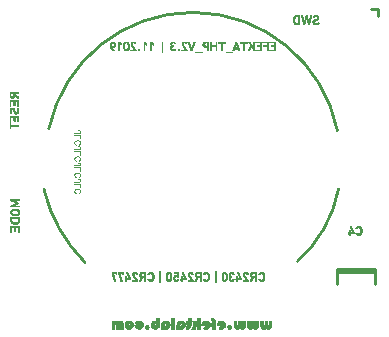
<source format=gbr>
G04 DipTrace 3.2.0.1*
G04 BottomSilk.gbr*
%MOIN*%
G04 #@! TF.FileFunction,Legend,Bot*
G04 #@! TF.Part,Single*
%ADD10C,0.009843*%
%ADD13C,0.002625*%
%ADD14C,0.001969*%
%ADD48C,0.003088*%
%FSLAX26Y26*%
G04*
G70*
G90*
G75*
G01*
G04 BotSilk*
%LPD*%
X608953Y-370861D2*
D10*
X482858D1*
X608953Y-363349D2*
X482858D1*
X608953D2*
X608899Y-410685D1*
X482858Y-363349D2*
X482912Y-410685D1*
X596385Y504474D2*
X621181Y504452D1*
X621769Y504252D2*
X621726Y479471D1*
X488558Y-96528D2*
G02X352349Y-336456I-420086J79859D01*
G01*
X-476660Y105898D2*
G02X485043Y99315I480161J-104192D01*
G01*
X-492918Y-97861D2*
G03X-356269Y-340373I494285J118761D01*
G01*
X525593Y-219228D2*
D14*
X529530D1*
X552168D2*
X558073D1*
X525967Y-220213D2*
X529904D1*
X550430D2*
X559963D1*
X526390Y-221197D2*
X530327D1*
X548997D2*
X561478D1*
X526847Y-222181D2*
X530784D1*
X547923D2*
X562619D1*
X527325Y-223165D2*
X531258D1*
X547069D2*
X553350D1*
X556892D2*
X563456D1*
X527811Y-224150D2*
X531713D1*
X546351D2*
X551827D1*
X558417D2*
X564075D1*
X528301Y-225134D2*
X532109D1*
X545827D2*
X550664D1*
X559602D2*
X564511D1*
X528792Y-226118D2*
X532459D1*
X545505D2*
X549849D1*
X560472D2*
X564794D1*
X529285Y-227102D2*
X532840D1*
X545278D2*
X549215D1*
X561109D2*
X565041D1*
X529776Y-228087D2*
X533271D1*
X561549D2*
X565329D1*
X530269Y-229071D2*
X533733D1*
X561801D2*
X565603D1*
X530760Y-230055D2*
X534213D1*
X561923D2*
X565783D1*
X522640Y-231039D2*
X525593D1*
X531249D2*
X534700D1*
X561977D2*
X565877D1*
X522640Y-232024D2*
X525593D1*
X531710D2*
X535191D1*
X561998D2*
X565919D1*
X522640Y-233008D2*
X525593D1*
X532108D2*
X535682D1*
X562006D2*
X565937D1*
X522640Y-233992D2*
X525593D1*
X532458D2*
X536174D1*
X562009D2*
X565944D1*
X522640Y-234976D2*
X525593D1*
X532840D2*
X536666D1*
X562010D2*
X565946D1*
X522640Y-235961D2*
X525593D1*
X533271D2*
X537159D1*
X562010D2*
X565943D1*
X522633Y-236945D2*
X525593D1*
X533736D2*
X537650D1*
X562007D2*
X565909D1*
X522564Y-237929D2*
X525593D1*
X534242D2*
X538139D1*
X561972D2*
X565784D1*
X522402Y-238913D2*
X525593D1*
X534811D2*
X538596D1*
X561843D2*
X565548D1*
X521864Y-239898D2*
X525593D1*
X535436D2*
X538959D1*
X561569D2*
X565292D1*
X521350Y-240882D2*
X539180D1*
X545278D2*
X549215D1*
X561149D2*
X565085D1*
X520963Y-241866D2*
X539292D1*
X545468D2*
X549798D1*
X560527D2*
X564865D1*
X521010Y-242850D2*
X539343D1*
X545842D2*
X550574D1*
X559705D2*
X564549D1*
X521494Y-243835D2*
X539373D1*
X546375D2*
X552419D1*
X557840D2*
X564115D1*
X521988Y-244819D2*
X525593D1*
X547002D2*
X555015D1*
X555234D2*
X563530D1*
X522325Y-245803D2*
X525593D1*
X547828D2*
X562709D1*
X522504Y-246787D2*
X525593D1*
X549009D2*
X561539D1*
X522590Y-247772D2*
X525593D1*
X550515D2*
X559936D1*
X522640Y-248756D2*
X525593D1*
X552168D2*
X558073D1*
X344832Y483532D2*
X358612D1*
X363533D2*
X367470D1*
X379281D2*
X382234D1*
X394045D2*
X397982D1*
X407824D2*
X415698D1*
X343094Y482548D2*
X358612D1*
X363869D2*
X367507D1*
X379243D2*
X382386D1*
X394007D2*
X397645D1*
X406094D2*
X417436D1*
X341665Y481564D2*
X358612D1*
X364166D2*
X367633D1*
X379117D2*
X382630D1*
X393881D2*
X397352D1*
X404549D2*
X418866D1*
X340621Y480579D2*
X358612D1*
X364387D2*
X367869D1*
X378877D2*
X382888D1*
X393645D2*
X397162D1*
X403752D2*
X419905D1*
X339859Y479595D2*
X346014D1*
X354675D2*
X358612D1*
X364609D2*
X368126D1*
X378590D2*
X383095D1*
X393389D2*
X397031D1*
X403639D2*
X408808D1*
X414517D2*
X420633D1*
X339251Y478611D2*
X344492D1*
X354675D2*
X358612D1*
X364888D2*
X368332D1*
X378293D2*
X383312D1*
X393183D2*
X396862D1*
X403887D2*
X405856D1*
X416038D2*
X421115D1*
X338747Y477627D2*
X343342D1*
X354675D2*
X358612D1*
X365162D2*
X368549D1*
X377966D2*
X383590D1*
X392966D2*
X396608D1*
X417184D2*
X421384D1*
X338365Y476642D2*
X342468D1*
X354675D2*
X358612D1*
X365375D2*
X368826D1*
X377668D2*
X383863D1*
X392688D2*
X396345D1*
X418046D2*
X421513D1*
X338138Y475658D2*
X342164D1*
X354675D2*
X358612D1*
X365595D2*
X369100D1*
X377445D2*
X384076D1*
X392419D2*
X396137D1*
X418299D2*
X421569D1*
X338024Y474674D2*
X342000D1*
X354675D2*
X358612D1*
X365873D2*
X369312D1*
X377221D2*
X384295D1*
X392237D2*
X395919D1*
X418157D2*
X421587D1*
X337974Y473690D2*
X341926D1*
X354675D2*
X358612D1*
X366147D2*
X369532D1*
X376942D2*
X384574D1*
X392108D2*
X395641D1*
X417645D2*
X421557D1*
X337954Y472705D2*
X341897D1*
X354675D2*
X358612D1*
X366360D2*
X369810D1*
X376667D2*
X379277D1*
X381060D2*
X384847D1*
X391940D2*
X395368D1*
X416204D2*
X421396D1*
X337946Y471721D2*
X341885D1*
X354675D2*
X358612D1*
X366579D2*
X370080D1*
X376454D2*
X379242D1*
X381670D2*
X385060D1*
X391687D2*
X395155D1*
X413940D2*
X420994D1*
X337944Y470737D2*
X341881D1*
X354675D2*
X358612D1*
X366857D2*
X370262D1*
X376235D2*
X379117D1*
X382125D2*
X385280D1*
X391424D2*
X394936D1*
X411072D2*
X420292D1*
X337943Y469753D2*
X341880D1*
X354675D2*
X358612D1*
X367131D2*
X370390D1*
X375957D2*
X378881D1*
X382521D2*
X385558D1*
X391215D2*
X394657D1*
X408291D2*
X419193D1*
X337942Y468768D2*
X341879D1*
X354675D2*
X358612D1*
X367344D2*
X370558D1*
X375683D2*
X378625D1*
X382846D2*
X385832D1*
X390998D2*
X394384D1*
X406108D2*
X417433D1*
X337942Y467784D2*
X341879D1*
X354675D2*
X358612D1*
X367563D2*
X370812D1*
X375470D2*
X378419D1*
X383080D2*
X386045D1*
X390720D2*
X394171D1*
X404582D2*
X414874D1*
X337942Y466800D2*
X341879D1*
X354675D2*
X358612D1*
X367841D2*
X371075D1*
X375251D2*
X378202D1*
X383307D2*
X386264D1*
X390450D2*
X393951D1*
X403558D2*
X411921D1*
X337942Y465816D2*
X341879D1*
X354675D2*
X358612D1*
X368115D2*
X371283D1*
X374972D2*
X377921D1*
X383588D2*
X386550D1*
X390264D2*
X393673D1*
X402858D2*
X409299D1*
X337942Y464831D2*
X341879D1*
X354675D2*
X358612D1*
X368328D2*
X371505D1*
X374698D2*
X377617D1*
X383863D2*
X386895D1*
X390096D2*
X393399D1*
X402393D2*
X407420D1*
X337946Y463847D2*
X341883D1*
X354675D2*
X358612D1*
X368547D2*
X371820D1*
X374483D2*
X377313D1*
X384076D2*
X387378D1*
X389864D2*
X393186D1*
X402133D2*
X406054D1*
X337981Y462863D2*
X341922D1*
X354675D2*
X358612D1*
X368826D2*
X372245D1*
X374237D2*
X376983D1*
X384295D2*
X388150D1*
X389086D2*
X392967D1*
X402007D2*
X405501D1*
X338110Y461879D2*
X342089D1*
X354675D2*
X358612D1*
X369096D2*
X372774D1*
X373856D2*
X376685D1*
X384578D2*
X392689D1*
X401957D2*
X405466D1*
X338380Y460894D2*
X342408D1*
X354675D2*
X358612D1*
X369278D2*
X376461D1*
X384882D2*
X392415D1*
X401974D2*
X405786D1*
X338762Y459910D2*
X343327D1*
X354675D2*
X358612D1*
X369406D2*
X376237D1*
X385186D2*
X392202D1*
X402129D2*
X406610D1*
X420619D2*
X421604D1*
X339212Y458926D2*
X346023D1*
X354675D2*
X358612D1*
X369574D2*
X375957D1*
X385515D2*
X391983D1*
X402526D2*
X409142D1*
X417220D2*
X422130D1*
X339758Y457942D2*
X350322D1*
X354675D2*
X358612D1*
X369827D2*
X375683D1*
X385814D2*
X391705D1*
X403185D2*
X412998D1*
X412845D2*
X422810D1*
X340534Y456957D2*
X358612D1*
X370087D2*
X375467D1*
X386041D2*
X391435D1*
X404083D2*
X423572D1*
X341690Y455973D2*
X358612D1*
X370261D2*
X375221D1*
X386291D2*
X391255D1*
X405302D2*
X421423D1*
X343186Y454989D2*
X358612D1*
X370359D2*
X374840D1*
X386674D2*
X391157D1*
X406931D2*
X419109D1*
X344832Y454005D2*
X358612D1*
X370423D2*
X374360D1*
X387155D2*
X391092D1*
X408808D2*
X416682D1*
X-108944Y-368726D2*
X-105007D1*
X76096D2*
X80033D1*
X-108944Y-369710D2*
X-105007D1*
X76096D2*
X80033D1*
X-108944Y-370695D2*
X-105007D1*
X76096D2*
X80033D1*
X-108944Y-371679D2*
X-105007D1*
X76096D2*
X80033D1*
X-267408Y-372663D2*
X-251660D1*
X-245755D2*
X-230007D1*
X-219180D2*
X-215243D1*
X-194573D2*
X-187684D1*
X-169967D2*
X-155203D1*
X-141424D2*
X-135518D1*
X-108944D2*
X-105007D1*
X-80400D2*
X-74495D1*
X-60715D2*
X-45951D1*
X-34140D2*
X-30203D1*
X-9534D2*
X-2644D1*
X15072D2*
X29836D1*
X43615D2*
X49521D1*
X76096D2*
X80033D1*
X104639D2*
X110545D1*
X128261D2*
X134167D1*
X149915D2*
X153852D1*
X174521D2*
X181411D1*
X199127D2*
X213891D1*
X227671D2*
X233576D1*
X-267404Y-373647D2*
X-251660D1*
X-245751D2*
X-230007D1*
X-218806D2*
X-214869D1*
X-195856D2*
X-186283D1*
X-171402D2*
X-155203D1*
X-143161D2*
X-133629D1*
X-108944D2*
X-105007D1*
X-81835D2*
X-73060D1*
X-60715D2*
X-45951D1*
X-33766D2*
X-29829D1*
X-10817D2*
X-1243D1*
X13637D2*
X29836D1*
X41878D2*
X51410D1*
X76096D2*
X80033D1*
X103204D2*
X111979D1*
X126826D2*
X135568D1*
X150289D2*
X154226D1*
X173238D2*
X182812D1*
X197693D2*
X213891D1*
X225933D2*
X235465D1*
X-267370Y-374632D2*
X-251660D1*
X-245716D2*
X-230007D1*
X-218383D2*
X-214446D1*
X-196844D2*
X-185146D1*
X-172630D2*
X-155203D1*
X-144595D2*
X-132114D1*
X-108944D2*
X-105007D1*
X-83063D2*
X-71832D1*
X-60715D2*
X-45951D1*
X-33344D2*
X-29407D1*
X-11805D2*
X-106D1*
X12409D2*
X29836D1*
X40444D2*
X52925D1*
X76096D2*
X80033D1*
X101976D2*
X113208D1*
X125598D2*
X136705D1*
X150712D2*
X154649D1*
X172250D2*
X183949D1*
X196464D2*
X213891D1*
X224499D2*
X236980D1*
X-267244Y-375616D2*
X-251660D1*
X-245591D2*
X-230007D1*
X-217926D2*
X-213989D1*
X-197588D2*
X-184293D1*
X-173598D2*
X-155203D1*
X-145669D2*
X-130973D1*
X-108944D2*
X-105007D1*
X-84027D2*
X-70868D1*
X-60715D2*
X-45951D1*
X-32886D2*
X-28949D1*
X-12548D2*
X747D1*
X11442D2*
X29836D1*
X39370D2*
X54066D1*
X76096D2*
X80033D1*
X101012D2*
X114171D1*
X124635D2*
X137558D1*
X151169D2*
X155106D1*
X171507D2*
X184802D1*
X195497D2*
X213891D1*
X223425D2*
X238121D1*
X-267005Y-376600D2*
X-263319D1*
X-254613D2*
X-251660D1*
X-245351D2*
X-241665D1*
X-232959D2*
X-230007D1*
X-217448D2*
X-213515D1*
X-198189D2*
X-192370D1*
X-189014D2*
X-183661D1*
X-174280D2*
X-168634D1*
X-159140D2*
X-155203D1*
X-146523D2*
X-140242D1*
X-136700D2*
X-130136D1*
X-108944D2*
X-105007D1*
X-84783D2*
X-79181D1*
X-75714D2*
X-70112D1*
X-49888D2*
X-45951D1*
X-32408D2*
X-28475D1*
X-13149D2*
X-7331D1*
X-3975D2*
X1378D1*
X10759D2*
X16406D1*
X25899D2*
X29836D1*
X38517D2*
X44797D1*
X48339D2*
X54903D1*
X76096D2*
X80033D1*
X100256D2*
X105858D1*
X109326D2*
X114927D1*
X123878D2*
X129595D1*
X133182D2*
X138189D1*
X151647D2*
X155580D1*
X170906D2*
X176724D1*
X180080D2*
X185433D1*
X194814D2*
X200461D1*
X209954D2*
X213891D1*
X222572D2*
X228852D1*
X232395D2*
X238958D1*
X-266718Y-377584D2*
X-263071D1*
X-254613D2*
X-251660D1*
X-245064D2*
X-241418D1*
X-232959D2*
X-230007D1*
X-216962D2*
X-213060D1*
X-198687D2*
X-193765D1*
X-187703D2*
X-183220D1*
X-174764D2*
X-169911D1*
X-159140D2*
X-155203D1*
X-147241D2*
X-141765D1*
X-135175D2*
X-129517D1*
X-108944D2*
X-105007D1*
X-85060D2*
X-80577D1*
X-74318D2*
X-69798D1*
X-49888D2*
X-45951D1*
X-31923D2*
X-28020D1*
X-13648D2*
X-8726D1*
X-2664D2*
X1820D1*
X10276D2*
X15128D1*
X25899D2*
X29836D1*
X37799D2*
X43275D1*
X49865D2*
X55523D1*
X76096D2*
X80033D1*
X99979D2*
X104463D1*
X110721D2*
X115242D1*
X123601D2*
X128317D1*
X134167D2*
X138631D1*
X152132D2*
X156035D1*
X170407D2*
X175329D1*
X181392D2*
X185875D1*
X194331D2*
X199184D1*
X209954D2*
X213891D1*
X221854D2*
X227330D1*
X233920D2*
X239578D1*
X-266421Y-378569D2*
X-262782D1*
X-254613D2*
X-251660D1*
X-244767D2*
X-241128D1*
X-232959D2*
X-230007D1*
X-216472D2*
X-212664D1*
X-199033D2*
X-194839D1*
X-186662D2*
X-182951D1*
X-175170D2*
X-170806D1*
X-159140D2*
X-155203D1*
X-147765D2*
X-142928D1*
X-133990D2*
X-129081D1*
X-108944D2*
X-105007D1*
X-85210D2*
X-81650D1*
X-73245D2*
X-69521D1*
X-49888D2*
X-45951D1*
X-31432D2*
X-27624D1*
X-13994D2*
X-9799D1*
X-1623D2*
X2088D1*
X9870D2*
X14233D1*
X25899D2*
X29836D1*
X37275D2*
X42112D1*
X51049D2*
X55959D1*
X76096D2*
X80033D1*
X99829D2*
X103390D1*
X111794D2*
X115518D1*
X123451D2*
X127426D1*
X135151D2*
X138899D1*
X152623D2*
X156431D1*
X170061D2*
X174256D1*
X182432D2*
X186143D1*
X193925D2*
X198288D1*
X209954D2*
X213891D1*
X221330D2*
X226167D1*
X235104D2*
X240014D1*
X-266094Y-379553D2*
X-262484D1*
X-254613D2*
X-251660D1*
X-244440D2*
X-240830D1*
X-232959D2*
X-230007D1*
X-215981D2*
X-212314D1*
X-199224D2*
X-195260D1*
X-185715D2*
X-182762D1*
X-175491D2*
X-171477D1*
X-159140D2*
X-155203D1*
X-148087D2*
X-143743D1*
X-133120D2*
X-128798D1*
X-108944D2*
X-105007D1*
X-85278D2*
X-82022D1*
X-72873D2*
X-69218D1*
X-49892D2*
X-45951D1*
X-30942D2*
X-27275D1*
X-14185D2*
X-10221D1*
X-676D2*
X2277D1*
X9548D2*
X13562D1*
X25899D2*
X29836D1*
X36953D2*
X41297D1*
X51919D2*
X56241D1*
X76096D2*
X80033D1*
X99762D2*
X103017D1*
X112167D2*
X115822D1*
X123387D2*
X126767D1*
X136135D2*
X139088D1*
X153114D2*
X156780D1*
X169870D2*
X173834D1*
X183379D2*
X186332D1*
X193603D2*
X197618D1*
X209954D2*
X213891D1*
X221008D2*
X225352D1*
X235974D2*
X240297D1*
X-265796Y-380537D2*
X-262153D1*
X-254613D2*
X-251660D1*
X-244142D2*
X-240499D1*
X-232959D2*
X-230007D1*
X-215488D2*
X-211933D1*
X-199031D2*
X-195265D1*
X-175657D2*
X-171675D1*
X-159140D2*
X-155203D1*
X-148314D2*
X-144377D1*
X-132483D2*
X-128551D1*
X-108944D2*
X-105007D1*
X-85305D2*
X-82222D1*
X-72673D2*
X-68938D1*
X-49930D2*
X-45951D1*
X-30449D2*
X-26894D1*
X-13992D2*
X-10226D1*
X9382D2*
X13364D1*
X25899D2*
X29836D1*
X36726D2*
X40663D1*
X52556D2*
X56488D1*
X76096D2*
X80033D1*
X99734D2*
X102817D1*
X112367D2*
X116102D1*
X123394D2*
X126595D1*
X153606D2*
X157162D1*
X170063D2*
X173829D1*
X193437D2*
X197419D1*
X209954D2*
X213891D1*
X220781D2*
X224718D1*
X236612D2*
X240543D1*
X-265572Y-381521D2*
X-261824D1*
X-243919D2*
X-240171D1*
X-214997D2*
X-211502D1*
X-198778D2*
X-195068D1*
X-175634D2*
X-171750D1*
X-159140D2*
X-155203D1*
X-132042D2*
X-128263D1*
X-108944D2*
X-105007D1*
X-85316D2*
X-82312D1*
X-72583D2*
X-68756D1*
X-50082D2*
X-45951D1*
X-29958D2*
X-26463D1*
X-13738D2*
X-10029D1*
X9406D2*
X13290D1*
X25899D2*
X29836D1*
X52997D2*
X56777D1*
X76096D2*
X80033D1*
X99724D2*
X102728D1*
X112456D2*
X116284D1*
X123513D2*
X126853D1*
X154097D2*
X157592D1*
X170317D2*
X174026D1*
X193461D2*
X197345D1*
X209954D2*
X213891D1*
X237052D2*
X240832D1*
X-265349Y-382506D2*
X-261510D1*
X-243695D2*
X-239856D1*
X-214504D2*
X-211040D1*
X-198493D2*
X-194719D1*
X-175440D2*
X-171503D1*
X-159140D2*
X-155203D1*
X-131791D2*
X-127989D1*
X-108944D2*
X-105007D1*
X-85320D2*
X-82348D1*
X-72547D2*
X-68661D1*
X-56778D2*
X-51857D1*
X-50418D2*
X-45951D1*
X-29465D2*
X-26001D1*
X-13454D2*
X-9679D1*
X9600D2*
X13536D1*
X25899D2*
X29836D1*
X53248D2*
X57050D1*
X76096D2*
X80033D1*
X99720D2*
X102691D1*
X112492D2*
X116379D1*
X123788D2*
X127277D1*
X154590D2*
X158054D1*
X170602D2*
X174376D1*
X193655D2*
X197591D1*
X209954D2*
X213891D1*
X237303D2*
X241105D1*
X-265065Y-383490D2*
X-261176D1*
X-243412D2*
X-239523D1*
X-214013D2*
X-210560D1*
X-198134D2*
X-194285D1*
X-175167D2*
X-170843D1*
X-159140D2*
X-155203D1*
X-131669D2*
X-127809D1*
X-108944D2*
X-105007D1*
X-85321D2*
X-82361D1*
X-72534D2*
X-68617D1*
X-58179D2*
X-45951D1*
X-28973D2*
X-25520D1*
X-13095D2*
X-9246D1*
X9872D2*
X14196D1*
X25899D2*
X29836D1*
X53371D2*
X57230D1*
X76096D2*
X80033D1*
X99718D2*
X102678D1*
X112506D2*
X116422D1*
X124240D2*
X128384D1*
X155082D2*
X158535D1*
X170960D2*
X174809D1*
X193927D2*
X198251D1*
X209954D2*
X213891D1*
X237426D2*
X241285D1*
X-264760Y-384474D2*
X-260876D1*
X-243106D2*
X-239222D1*
X-222133D2*
X-219180D1*
X-213524D2*
X-210073D1*
X-197682D2*
X-193782D1*
X-174839D2*
X-168251D1*
X-159140D2*
X-155203D1*
X-131615D2*
X-127715D1*
X-108944D2*
X-105007D1*
X-85321D2*
X-82366D1*
X-72529D2*
X-68600D1*
X-59316D2*
X-45951D1*
X-37093D2*
X-34140D1*
X-28484D2*
X-25034D1*
X-12643D2*
X-8743D1*
X10200D2*
X16789D1*
X25899D2*
X29836D1*
X53424D2*
X57324D1*
X76096D2*
X80033D1*
X99718D2*
X102673D1*
X112511D2*
X116440D1*
X124960D2*
X129706D1*
X146962D2*
X149915D1*
X155571D2*
X159021D1*
X171412D2*
X175312D1*
X194255D2*
X200844D1*
X209954D2*
X213891D1*
X237479D2*
X241379D1*
X-264456Y-385458D2*
X-260651D1*
X-242802D2*
X-238998D1*
X-222133D2*
X-219180D1*
X-213063D2*
X-209582D1*
X-197129D2*
X-193175D1*
X-174347D2*
X-163803D1*
X-159140D2*
X-155203D1*
X-131594D2*
X-127672D1*
X-108944D2*
X-105007D1*
X-85321D2*
X-82368D1*
X-72527D2*
X-68593D1*
X-60169D2*
X-45951D1*
X-37093D2*
X-34140D1*
X-28024D2*
X-24543D1*
X-12090D2*
X-8135D1*
X10693D2*
X21236D1*
X25899D2*
X29836D1*
X53446D2*
X57367D1*
X76096D2*
X80033D1*
X99718D2*
X102671D1*
X112512D2*
X116446D1*
X126022D2*
X130999D1*
X146962D2*
X149915D1*
X156031D2*
X159512D1*
X171965D2*
X175920D1*
X194748D2*
X205291D1*
X209954D2*
X213891D1*
X237501D2*
X241422D1*
X-264123Y-386443D2*
X-260428D1*
X-242469D2*
X-238774D1*
X-222133D2*
X-219180D1*
X-212665D2*
X-209091D1*
X-196505D2*
X-192449D1*
X-173623D2*
X-155203D1*
X-131586D2*
X-127655D1*
X-108944D2*
X-105007D1*
X-85322D2*
X-82369D1*
X-72527D2*
X-68591D1*
X-60801D2*
X-55756D1*
X-52038D2*
X-45951D1*
X-37093D2*
X-34140D1*
X-27626D2*
X-24052D1*
X-11466D2*
X-7410D1*
X11416D2*
X29836D1*
X53454D2*
X57385D1*
X76096D2*
X80033D1*
X99718D2*
X102671D1*
X112513D2*
X116449D1*
X127277D2*
X131641D1*
X146962D2*
X149915D1*
X156430D2*
X160003D1*
X172589D2*
X176645D1*
X195471D2*
X213891D1*
X237509D2*
X241440D1*
X-263793Y-387427D2*
X-260144D1*
X-242139D2*
X-238490D1*
X-222133D2*
X-219180D1*
X-212315D2*
X-208599D1*
X-195873D2*
X-191703D1*
X-172700D2*
X-155203D1*
X-131583D2*
X-127648D1*
X-108944D2*
X-105007D1*
X-85322D2*
X-82369D1*
X-72526D2*
X-68590D1*
X-61239D2*
X-56611D1*
X-50415D2*
X-45951D1*
X-37093D2*
X-34140D1*
X-27275D2*
X-23559D1*
X-10834D2*
X-6664D1*
X12340D2*
X29836D1*
X53457D2*
X57391D1*
X76096D2*
X80033D1*
X99718D2*
X102671D1*
X112513D2*
X116450D1*
X126112D2*
X131845D1*
X146962D2*
X149915D1*
X156780D2*
X160496D1*
X173221D2*
X177392D1*
X196395D2*
X213891D1*
X237512D2*
X241446D1*
X-263478Y-388411D2*
X-259839D1*
X-241825D2*
X-238185D1*
X-222133D2*
X-219180D1*
X-211933D2*
X-208107D1*
X-195197D2*
X-191004D1*
X-171741D2*
X-155203D1*
X-131582D2*
X-127646D1*
X-108944D2*
X-105007D1*
X-85322D2*
X-82369D1*
X-72526D2*
X-68589D1*
X-61490D2*
X-57321D1*
X-48904D2*
X-45951D1*
X-37093D2*
X-34140D1*
X-26894D2*
X-23068D1*
X-10157D2*
X-5965D1*
X13299D2*
X29836D1*
X53458D2*
X57394D1*
X76096D2*
X80033D1*
X99718D2*
X102671D1*
X112513D2*
X116450D1*
X125114D2*
X130491D1*
X146962D2*
X149915D1*
X157161D2*
X160987D1*
X173898D2*
X178090D1*
X197354D2*
X213891D1*
X237513D2*
X241449D1*
X-263145Y-389395D2*
X-259535D1*
X-241491D2*
X-237881D1*
X-222133D2*
X-219180D1*
X-211502D2*
X-207614D1*
X-194439D2*
X-190292D1*
X-170899D2*
X-155203D1*
X-131582D2*
X-127649D1*
X-108944D2*
X-105007D1*
X-85322D2*
X-82369D1*
X-72526D2*
X-68589D1*
X-61612D2*
X-57889D1*
X-37093D2*
X-34140D1*
X-26463D2*
X-22575D1*
X-9400D2*
X-5253D1*
X14141D2*
X29836D1*
X53458D2*
X57391D1*
X76096D2*
X80033D1*
X99718D2*
X102671D1*
X112513D2*
X116450D1*
X124327D2*
X129049D1*
X146962D2*
X149915D1*
X157592D2*
X161480D1*
X174655D2*
X178802D1*
X198196D2*
X213891D1*
X237513D2*
X241446D1*
X-262844Y-390380D2*
X-259201D1*
X-241191D2*
X-237548D1*
X-222140D2*
X-219180D1*
X-211037D2*
X-207123D1*
X-193679D2*
X-189491D1*
X-170695D2*
X-165874D1*
X-159140D2*
X-155203D1*
X-131585D2*
X-127683D1*
X-108944D2*
X-105007D1*
X-85322D2*
X-82369D1*
X-72526D2*
X-68589D1*
X-61666D2*
X-58302D1*
X-37093D2*
X-34140D1*
X-25998D2*
X-22084D1*
X-8640D2*
X-4452D1*
X14344D2*
X19165D1*
X25899D2*
X29836D1*
X53454D2*
X57356D1*
X76096D2*
X80033D1*
X99718D2*
X102671D1*
X112513D2*
X116450D1*
X123693D2*
X127856D1*
X146954D2*
X149915D1*
X158057D2*
X161971D1*
X175415D2*
X179603D1*
X198399D2*
X203220D1*
X209954D2*
X213891D1*
X237509D2*
X241412D1*
X-262620Y-391364D2*
X-258872D1*
X-240966D2*
X-237218D1*
X-222209D2*
X-219180D1*
X-210531D2*
X-206634D1*
X-192976D2*
X-188636D1*
X-170966D2*
X-166580D1*
X-159140D2*
X-155203D1*
X-131620D2*
X-127808D1*
X-108944D2*
X-105007D1*
X-85322D2*
X-82369D1*
X-72526D2*
X-68593D1*
X-61687D2*
X-58539D1*
X-37093D2*
X-34140D1*
X-25492D2*
X-21595D1*
X-7936D2*
X-3596D1*
X14073D2*
X18460D1*
X25899D2*
X29836D1*
X53420D2*
X57231D1*
X76096D2*
X80033D1*
X99718D2*
X102671D1*
X112513D2*
X116446D1*
X123173D2*
X126928D1*
X146885D2*
X149915D1*
X158563D2*
X162460D1*
X176119D2*
X180459D1*
X198128D2*
X202515D1*
X209954D2*
X213891D1*
X237475D2*
X241286D1*
X-262396Y-392348D2*
X-258557D1*
X-240743D2*
X-236904D1*
X-222371D2*
X-219180D1*
X-209962D2*
X-206177D1*
X-192266D2*
X-187820D1*
X-171420D2*
X-167180D1*
X-159140D2*
X-155203D1*
X-131749D2*
X-128044D1*
X-108944D2*
X-105007D1*
X-85322D2*
X-82369D1*
X-72526D2*
X-68628D1*
X-61695D2*
X-58623D1*
X-37093D2*
X-34140D1*
X-24922D2*
X-21138D1*
X-7226D2*
X-2780D1*
X13620D2*
X17859D1*
X25899D2*
X29836D1*
X53290D2*
X56995D1*
X76096D2*
X80033D1*
X99718D2*
X102671D1*
X112513D2*
X116412D1*
X122784D2*
X126599D1*
X146724D2*
X149915D1*
X159133D2*
X162917D1*
X176829D2*
X181275D1*
X197675D2*
X201914D1*
X209954D2*
X213891D1*
X237345D2*
X241051D1*
X-262112Y-393332D2*
X-258223D1*
X-240459D2*
X-236570D1*
X-222909D2*
X-219180D1*
X-209337D2*
X-205814D1*
X-191495D2*
X-187089D1*
X-171996D2*
X-167722D1*
X-159140D2*
X-155203D1*
X-132023D2*
X-128300D1*
X-108944D2*
X-105007D1*
X-85322D2*
X-82365D1*
X-72530D2*
X-68753D1*
X-61698D2*
X-58546D1*
X-37093D2*
X-34140D1*
X-24298D2*
X-20774D1*
X-6455D2*
X-2049D1*
X13043D2*
X17318D1*
X25899D2*
X29836D1*
X53016D2*
X56739D1*
X76096D2*
X80033D1*
X99718D2*
X102674D1*
X112509D2*
X116286D1*
X122557D2*
X126426D1*
X146185D2*
X149915D1*
X159757D2*
X163281D1*
X177600D2*
X182006D1*
X197099D2*
X201373D1*
X209954D2*
X213891D1*
X237071D2*
X240794D1*
X-261807Y-394317D2*
X-257923D1*
X-240154D2*
X-236269D1*
X-223423D2*
X-205593D1*
X-190730D2*
X-186367D1*
X-172576D2*
X-168233D1*
X-159140D2*
X-155203D1*
X-148314D2*
X-144377D1*
X-132443D2*
X-128506D1*
X-108944D2*
X-105007D1*
X-85322D2*
X-82323D1*
X-72572D2*
X-68989D1*
X-61695D2*
X-58293D1*
X-39062D2*
X-20553D1*
X-5690D2*
X-1328D1*
X12464D2*
X16807D1*
X25899D2*
X29836D1*
X36726D2*
X40663D1*
X52596D2*
X56533D1*
X76096D2*
X80033D1*
X99718D2*
X102717D1*
X112467D2*
X116051D1*
X122477D2*
X126389D1*
X145671D2*
X163502D1*
X178365D2*
X182727D1*
X196519D2*
X200862D1*
X209954D2*
X213891D1*
X220781D2*
X224718D1*
X236651D2*
X240588D1*
X-261503Y-395301D2*
X-257699D1*
X-239850D2*
X-236045D1*
X-223810D2*
X-205481D1*
X-190024D2*
X-185592D1*
X-173121D2*
X-168733D1*
X-159140D2*
X-155203D1*
X-148124D2*
X-143794D1*
X-133065D2*
X-128727D1*
X-108944D2*
X-105007D1*
X-85318D2*
X-82219D1*
X-72676D2*
X-69245D1*
X-61661D2*
X-57873D1*
X-48904D2*
X-45951D1*
X-39062D2*
X-20442D1*
X-4984D2*
X-552D1*
X11919D2*
X16306D1*
X25899D2*
X29836D1*
X36915D2*
X41246D1*
X51975D2*
X56312D1*
X76096D2*
X80033D1*
X99722D2*
X102821D1*
X112363D2*
X115794D1*
X122556D2*
X126453D1*
X136135D2*
X140072D1*
X145285D2*
X163613D1*
X179071D2*
X183503D1*
X195974D2*
X200361D1*
X209954D2*
X213891D1*
X220970D2*
X225301D1*
X236030D2*
X240368D1*
X-261170Y-396285D2*
X-257475D1*
X-239516D2*
X-235821D1*
X-223763D2*
X-205430D1*
X-189310D2*
X-184829D1*
X-173640D2*
X-169227D1*
X-159140D2*
X-155203D1*
X-147750D2*
X-143018D1*
X-133887D2*
X-129043D1*
X-108944D2*
X-105007D1*
X-85279D2*
X-81675D1*
X-73220D2*
X-69455D1*
X-61532D2*
X-57333D1*
X-49552D2*
X-46107D1*
X-39062D2*
X-20391D1*
X-4270D2*
X210D1*
X11399D2*
X15812D1*
X25899D2*
X29836D1*
X37289D2*
X42021D1*
X51152D2*
X55996D1*
X76096D2*
X80033D1*
X99760D2*
X103365D1*
X111819D2*
X115584D1*
X122806D2*
X126990D1*
X135487D2*
X139694D1*
X145331D2*
X163665D1*
X179785D2*
X184266D1*
X195454D2*
X199867D1*
X209954D2*
X213891D1*
X221344D2*
X226076D1*
X235207D2*
X240052D1*
X-260840Y-397269D2*
X-257191D1*
X-239187D2*
X-235538D1*
X-223279D2*
X-205400D1*
X-188504D2*
X-184161D1*
X-174143D2*
X-169721D1*
X-159140D2*
X-155203D1*
X-147217D2*
X-141173D1*
X-135752D2*
X-129476D1*
X-108944D2*
X-105007D1*
X-85115D2*
X-79990D1*
X-74905D2*
X-69710D1*
X-61258D2*
X-56029D1*
X-51263D2*
X-46390D1*
X-39062D2*
X-20361D1*
X-3465D2*
X878D1*
X10897D2*
X15318D1*
X25899D2*
X29836D1*
X37822D2*
X43867D1*
X49287D2*
X55563D1*
X76096D2*
X80033D1*
X99924D2*
X105049D1*
X110134D2*
X115329D1*
X123183D2*
X128673D1*
X133776D2*
X139237D1*
X145816D2*
X163694D1*
X180590D2*
X184934D1*
X194952D2*
X199373D1*
X209954D2*
X213891D1*
X221877D2*
X227922D1*
X233342D2*
X239618D1*
X-260526Y-398254D2*
X-256886D1*
X-238872D2*
X-235232D1*
X-222784D2*
X-219180D1*
X-187619D2*
X-183610D1*
X-174640D2*
X-170213D1*
X-159140D2*
X-155203D1*
X-146590D2*
X-138577D1*
X-138358D2*
X-130062D1*
X-108944D2*
X-105007D1*
X-84712D2*
X-77490D1*
X-77405D2*
X-70156D1*
X-60837D2*
X-54134D1*
X-53776D2*
X-46812D1*
X-37093D2*
X-34140D1*
X-2580D2*
X1429D1*
X10399D2*
X14827D1*
X25899D2*
X29836D1*
X38449D2*
X46462D1*
X46681D2*
X54977D1*
X76096D2*
X80033D1*
X100327D2*
X107549D1*
X107634D2*
X114884D1*
X123665D2*
X131172D1*
X131263D2*
X138647D1*
X146310D2*
X149915D1*
X181475D2*
X185484D1*
X194454D2*
X198882D1*
X209954D2*
X213891D1*
X222505D2*
X230517D1*
X230736D2*
X239032D1*
X-260192Y-399238D2*
X-256581D1*
X-238538D2*
X-234928D1*
X-222448D2*
X-219180D1*
X-199495D2*
X-183204D1*
X-175136D2*
X-170703D1*
X-159140D2*
X-155203D1*
X-145764D2*
X-130883D1*
X-108944D2*
X-105007D1*
X-84022D2*
X-70862D1*
X-60229D2*
X-47422D1*
X-37093D2*
X-34140D1*
X-14455D2*
X1835D1*
X9903D2*
X14337D1*
X25899D2*
X29836D1*
X39276D2*
X54157D1*
X76096D2*
X80033D1*
X101017D2*
X114177D1*
X124335D2*
X137861D1*
X146646D2*
X149915D1*
X169600D2*
X185891D1*
X193958D2*
X198392D1*
X209954D2*
X213891D1*
X223331D2*
X238212D1*
X-259893Y-400222D2*
X-256243D1*
X-238239D2*
X-234590D1*
X-222269D2*
X-219180D1*
X-199495D2*
X-182964D1*
X-175655D2*
X-171168D1*
X-159140D2*
X-155203D1*
X-144583D2*
X-132053D1*
X-108944D2*
X-105007D1*
X-83047D2*
X-71844D1*
X-59334D2*
X-48317D1*
X-37093D2*
X-34140D1*
X-14455D2*
X2075D1*
X9384D2*
X13871D1*
X25899D2*
X29836D1*
X40456D2*
X52987D1*
X76096D2*
X80033D1*
X101992D2*
X113195D1*
X125341D2*
X136842D1*
X146826D2*
X149915D1*
X169600D2*
X186130D1*
X193439D2*
X197926D1*
X209954D2*
X213891D1*
X224511D2*
X237042D1*
X-259687Y-401206D2*
X-255906D1*
X-238034D2*
X-234252D1*
X-222183D2*
X-219180D1*
X-199495D2*
X-182841D1*
X-176230D2*
X-171578D1*
X-159140D2*
X-155203D1*
X-143076D2*
X-133656D1*
X-108944D2*
X-105007D1*
X-81798D2*
X-73096D1*
X-58138D2*
X-49513D1*
X-37093D2*
X-34140D1*
X-14455D2*
X2199D1*
X8810D2*
X13461D1*
X25899D2*
X29836D1*
X41963D2*
X51383D1*
X76096D2*
X80033D1*
X103241D2*
X111944D1*
X126714D2*
X135574D1*
X146911D2*
X149915D1*
X169600D2*
X186254D1*
X192865D2*
X197516D1*
X209954D2*
X213891D1*
X226018D2*
X235438D1*
X-259534Y-402191D2*
X-255597D1*
X-237881D2*
X-233944D1*
X-222133D2*
X-219180D1*
X-199495D2*
X-182762D1*
X-176857D2*
X-171936D1*
X-159140D2*
X-155203D1*
X-141424D2*
X-135518D1*
X-108944D2*
X-105007D1*
X-80400D2*
X-74495D1*
X-56778D2*
X-50873D1*
X-37093D2*
X-34140D1*
X-14455D2*
X2277D1*
X8182D2*
X13104D1*
X25899D2*
X29836D1*
X43615D2*
X49521D1*
X76096D2*
X80033D1*
X104639D2*
X110545D1*
X128261D2*
X134167D1*
X146962D2*
X149915D1*
X169600D2*
X186332D1*
X192238D2*
X197159D1*
X209954D2*
X213891D1*
X227671D2*
X233576D1*
X-108944Y-403175D2*
X-105007D1*
X76096D2*
X80033D1*
X-108944Y-404159D2*
X-105007D1*
X76096D2*
X80033D1*
X-108944Y-405143D2*
X-105007D1*
X76096D2*
X80033D1*
X-108944Y-406128D2*
X-105007D1*
X76096D2*
X80033D1*
X-607745Y228919D2*
X-578217D1*
X-607745Y227934D2*
X-578217D1*
X-607745Y226950D2*
X-578217D1*
X-607745Y225966D2*
X-578217D1*
X-607745Y224982D2*
X-604792D1*
X-594949D2*
X-591012D1*
X-607745Y223997D2*
X-604792D1*
X-594949D2*
X-591012D1*
X-607745Y223013D2*
X-604792D1*
X-594949D2*
X-591012D1*
X-607745Y222029D2*
X-604792D1*
X-594949D2*
X-591009D1*
X-607745Y221045D2*
X-604792D1*
X-594949D2*
X-590966D1*
X-607745Y220060D2*
X-604792D1*
X-594949D2*
X-590863D1*
X-607745Y219076D2*
X-604792D1*
X-594949D2*
X-590365D1*
X-607745Y218092D2*
X-604788D1*
X-594953D2*
X-589190D1*
X-607745Y217108D2*
X-604746D1*
X-594996D2*
X-587684D1*
X-607741Y216123D2*
X-604642D1*
X-595099D2*
X-585937D1*
X-607702Y215139D2*
X-604098D1*
X-595643D2*
X-584072D1*
X-607539Y214155D2*
X-602413D1*
X-597328D2*
X-582217D1*
X-607139Y213171D2*
X-599913D1*
X-599828D2*
X-591848D1*
X-589044D2*
X-580591D1*
X-606487Y212186D2*
X-592626D1*
X-587079D2*
X-579243D1*
X-605664Y211202D2*
X-593505D1*
X-585148D2*
X-578717D1*
X-604751Y210218D2*
X-594638D1*
X-583332D2*
X-578431D1*
X-603808Y209234D2*
X-595934D1*
X-581700D2*
X-578296D1*
X-580186Y208249D2*
X-578217D1*
X-607745Y200375D2*
X-578217D1*
X-607745Y199391D2*
X-578217D1*
X-607745Y198407D2*
X-578217D1*
X-607745Y197423D2*
X-578217D1*
X-607745Y196438D2*
X-604792D1*
X-594949D2*
X-591012D1*
X-582154D2*
X-578217D1*
X-607745Y195454D2*
X-604792D1*
X-594949D2*
X-591012D1*
X-582154D2*
X-578217D1*
X-607745Y194470D2*
X-604792D1*
X-594949D2*
X-591012D1*
X-582154D2*
X-578217D1*
X-607745Y193486D2*
X-604792D1*
X-594949D2*
X-591012D1*
X-582154D2*
X-578217D1*
X-607745Y192501D2*
X-604792D1*
X-594949D2*
X-591012D1*
X-582154D2*
X-578217D1*
X-607745Y191517D2*
X-604792D1*
X-594949D2*
X-591012D1*
X-582154D2*
X-578217D1*
X-607745Y190533D2*
X-604792D1*
X-594949D2*
X-591012D1*
X-582154D2*
X-578217D1*
X-607745Y189549D2*
X-604792D1*
X-594949D2*
X-591012D1*
X-582154D2*
X-578217D1*
X-607745Y188564D2*
X-604792D1*
X-594949D2*
X-591012D1*
X-582154D2*
X-578217D1*
X-607745Y187580D2*
X-604792D1*
X-594946D2*
X-591012D1*
X-582154D2*
X-578217D1*
X-607745Y186596D2*
X-604792D1*
X-594908D2*
X-591012D1*
X-582154D2*
X-578217D1*
X-607745Y185612D2*
X-604792D1*
X-594756D2*
X-591012D1*
X-582154D2*
X-578217D1*
X-607745Y184627D2*
X-604792D1*
X-594420D2*
X-591012D1*
X-582154D2*
X-578217D1*
X-607745Y183643D2*
X-604792D1*
X-593965D2*
X-591012D1*
X-582154D2*
X-578217D1*
X-607745Y182659D2*
X-604792D1*
X-582154D2*
X-578217D1*
X-607745Y181675D2*
X-604792D1*
X-582154D2*
X-578217D1*
X-600855Y175769D2*
X-598886D1*
X-583138D2*
X-581170D1*
X-602744Y174785D2*
X-596997D1*
X-583536D2*
X-580564D1*
X-604259Y173801D2*
X-595486D1*
X-583466D2*
X-580037D1*
X-605400Y172816D2*
X-594376D1*
X-583210D2*
X-579635D1*
X-606237Y171832D2*
X-593630D1*
X-582861D2*
X-579365D1*
X-606856Y170848D2*
X-602668D1*
X-597108D2*
X-593121D1*
X-582541D2*
X-579122D1*
X-607289Y169864D2*
X-603369D1*
X-596497D2*
X-592705D1*
X-582337D2*
X-578835D1*
X-607537Y168879D2*
X-603935D1*
X-596042D2*
X-592376D1*
X-582232D2*
X-578562D1*
X-607658Y167895D2*
X-604347D1*
X-595647D2*
X-592171D1*
X-582185D2*
X-578382D1*
X-607711Y166911D2*
X-604588D1*
X-595325D2*
X-592034D1*
X-582166D2*
X-578288D1*
X-607732Y165927D2*
X-604707D1*
X-595122D2*
X-591862D1*
X-582158D2*
X-578249D1*
X-607740Y164942D2*
X-604755D1*
X-594986D2*
X-591604D1*
X-582159D2*
X-578266D1*
X-607743Y163958D2*
X-604741D1*
X-594815D2*
X-591310D1*
X-582197D2*
X-578385D1*
X-607740Y162974D2*
X-604620D1*
X-594557D2*
X-590991D1*
X-582289D2*
X-578622D1*
X-607706Y161990D2*
X-604349D1*
X-594263D2*
X-590607D1*
X-582744D2*
X-578908D1*
X-607577Y161005D2*
X-603934D1*
X-593959D2*
X-589699D1*
X-584323D2*
X-579209D1*
X-607304Y160021D2*
X-603365D1*
X-593593D2*
X-587602D1*
X-586863D2*
X-579574D1*
X-606897Y159037D2*
X-602640D1*
X-593131D2*
X-580040D1*
X-606374Y158052D2*
X-601839D1*
X-592505D2*
X-580703D1*
X-605776Y157068D2*
X-603808D1*
X-591604D2*
X-581756D1*
X-590405Y156084D2*
X-583291D1*
X-589044Y155100D2*
X-585107D1*
X-607745Y148210D2*
X-578217D1*
X-607745Y147226D2*
X-578217D1*
X-607745Y146241D2*
X-578217D1*
X-607745Y145257D2*
X-578217D1*
X-607745Y144273D2*
X-604792D1*
X-594949D2*
X-591012D1*
X-582154D2*
X-578217D1*
X-607745Y143289D2*
X-604792D1*
X-594949D2*
X-591012D1*
X-582154D2*
X-578217D1*
X-607745Y142304D2*
X-604792D1*
X-594949D2*
X-591012D1*
X-582154D2*
X-578217D1*
X-607745Y141320D2*
X-604792D1*
X-594949D2*
X-591012D1*
X-582154D2*
X-578217D1*
X-607745Y140336D2*
X-604792D1*
X-594949D2*
X-591012D1*
X-582154D2*
X-578217D1*
X-607745Y139352D2*
X-604792D1*
X-594949D2*
X-591012D1*
X-582154D2*
X-578217D1*
X-607745Y138367D2*
X-604792D1*
X-594949D2*
X-591012D1*
X-582154D2*
X-578217D1*
X-607745Y137383D2*
X-604792D1*
X-594949D2*
X-591012D1*
X-582154D2*
X-578217D1*
X-607745Y136399D2*
X-604792D1*
X-594949D2*
X-591012D1*
X-582154D2*
X-578217D1*
X-607745Y135415D2*
X-604792D1*
X-594946D2*
X-591012D1*
X-582154D2*
X-578217D1*
X-607745Y134430D2*
X-604792D1*
X-594908D2*
X-591012D1*
X-582154D2*
X-578217D1*
X-607745Y133446D2*
X-604792D1*
X-594756D2*
X-591012D1*
X-582154D2*
X-578217D1*
X-607745Y132462D2*
X-604792D1*
X-594420D2*
X-591012D1*
X-582154D2*
X-578217D1*
X-607745Y131478D2*
X-604792D1*
X-593965D2*
X-591012D1*
X-582154D2*
X-578217D1*
X-607745Y130493D2*
X-604792D1*
X-582154D2*
X-578217D1*
X-607745Y129509D2*
X-604792D1*
X-582154D2*
X-578217D1*
X-607745Y126556D2*
X-604792D1*
X-607745Y125572D2*
X-604792D1*
X-607745Y124588D2*
X-604792D1*
X-607745Y123604D2*
X-604792D1*
X-607745Y122619D2*
X-604792D1*
X-607745Y121635D2*
X-604792D1*
X-607745Y120651D2*
X-604792D1*
X-607745Y119667D2*
X-604792D1*
X-607745Y118682D2*
X-578217D1*
X-607745Y117698D2*
X-578217D1*
X-607745Y116714D2*
X-578217D1*
X-607745Y115730D2*
X-578217D1*
X-607745Y114745D2*
X-578217D1*
X-607745Y113761D2*
X-604792D1*
X-607745Y112777D2*
X-604792D1*
X-607745Y111793D2*
X-604792D1*
X-607745Y110808D2*
X-604792D1*
X-607745Y109824D2*
X-604792D1*
X-607745Y108840D2*
X-604792D1*
X-607745Y107856D2*
X-604792D1*
X-607745Y106871D2*
X-604792D1*
X-604990Y-129364D2*
X-575463D1*
X-604945Y-130348D2*
X-575463D1*
X-604840Y-131332D2*
X-575463D1*
X-604342Y-132316D2*
X-575463D1*
X-603164Y-133301D2*
X-595148D1*
X-601623Y-134285D2*
X-593175D1*
X-599751Y-135269D2*
X-591172D1*
X-597642Y-136253D2*
X-589078D1*
X-595455Y-137238D2*
X-586882D1*
X-593302Y-138222D2*
X-584738D1*
X-591196Y-139206D2*
X-582925D1*
X-589247Y-140190D2*
X-581460D1*
X-587641Y-141175D2*
X-580829D1*
X-586289Y-142159D2*
X-580707D1*
X-588295Y-143143D2*
X-581205D1*
X-590390Y-144127D2*
X-582623D1*
X-592594Y-145112D2*
X-584410D1*
X-594819Y-146096D2*
X-586449D1*
X-596990Y-147080D2*
X-588648D1*
X-599133Y-148064D2*
X-590872D1*
X-601177Y-149049D2*
X-593017D1*
X-602851Y-150033D2*
X-595083D1*
X-604138Y-151017D2*
X-575463D1*
X-604583Y-152001D2*
X-575463D1*
X-604831Y-152986D2*
X-575463D1*
X-604990Y-153970D2*
X-575463D1*
X-597116Y-161844D2*
X-583337D1*
X-599308Y-162828D2*
X-581565D1*
X-601024Y-163812D2*
X-580040D1*
X-602242Y-164797D2*
X-578856D1*
X-603158Y-165781D2*
X-577986D1*
X-603902Y-166765D2*
X-599047D1*
X-582356D2*
X-577345D1*
X-604432Y-167749D2*
X-599901D1*
X-581410D2*
X-576869D1*
X-604737Y-168734D2*
X-600611D1*
X-580590D2*
X-576493D1*
X-604885Y-169718D2*
X-601179D1*
X-580005D2*
X-576134D1*
X-604950Y-170702D2*
X-601592D1*
X-579673D2*
X-575829D1*
X-604975Y-171686D2*
X-601829D1*
X-579516D2*
X-575640D1*
X-604985Y-172671D2*
X-601910D1*
X-579482D2*
X-575575D1*
X-604985Y-173655D2*
X-601882D1*
X-579583D2*
X-575656D1*
X-604951Y-174639D2*
X-601437D1*
X-579855D2*
X-575877D1*
X-604822Y-175623D2*
X-600738D1*
X-580344D2*
X-576161D1*
X-604548Y-176608D2*
X-599750D1*
X-581036D2*
X-576494D1*
X-604132Y-177592D2*
X-598439D1*
X-582724D2*
X-576984D1*
X-603557Y-178576D2*
X-596854D1*
X-584881D2*
X-577681D1*
X-602776Y-179560D2*
X-578559D1*
X-601759Y-180545D2*
X-579633D1*
X-600492Y-181529D2*
X-580928D1*
X-599085Y-182513D2*
X-582352D1*
X-604990Y-190387D2*
X-575463D1*
X-604990Y-191371D2*
X-575463D1*
X-604990Y-192356D2*
X-575463D1*
X-604990Y-193340D2*
X-575463D1*
X-604990Y-194324D2*
X-602037D1*
X-579400D2*
X-575463D1*
X-604990Y-195308D2*
X-602037D1*
X-579400D2*
X-575463D1*
X-604990Y-196293D2*
X-602037D1*
X-579400D2*
X-575463D1*
X-604990Y-197277D2*
X-602037D1*
X-579400D2*
X-575463D1*
X-604990Y-198261D2*
X-602037D1*
X-579400D2*
X-575463D1*
X-604990Y-199245D2*
X-602034D1*
X-579400D2*
X-575466D1*
X-604990Y-200230D2*
X-601999D1*
X-579403D2*
X-575501D1*
X-604986Y-201214D2*
X-601870D1*
X-579442D2*
X-575626D1*
X-604952Y-202198D2*
X-601595D1*
X-579606D2*
X-575866D1*
X-604822Y-203182D2*
X-601179D1*
X-580005D2*
X-576153D1*
X-604552Y-204167D2*
X-600608D1*
X-580657D2*
X-576454D1*
X-604167Y-205151D2*
X-599866D1*
X-581481D2*
X-576819D1*
X-603686Y-206135D2*
X-599006D1*
X-582393D2*
X-577281D1*
X-603046Y-207119D2*
X-577912D1*
X-602122Y-208104D2*
X-578863D1*
X-600803Y-209088D2*
X-580279D1*
X-599077Y-210072D2*
X-582176D1*
X-597116Y-211056D2*
X-584321D1*
X-604990Y-218930D2*
X-575463D1*
X-604990Y-219915D2*
X-575463D1*
X-604990Y-220899D2*
X-575463D1*
X-604990Y-221883D2*
X-575463D1*
X-604990Y-222867D2*
X-602037D1*
X-592195D2*
X-588258D1*
X-579400D2*
X-575463D1*
X-604990Y-223852D2*
X-602037D1*
X-592195D2*
X-588258D1*
X-579400D2*
X-575463D1*
X-604990Y-224836D2*
X-602037D1*
X-592195D2*
X-588258D1*
X-579400D2*
X-575463D1*
X-604990Y-225820D2*
X-602037D1*
X-592195D2*
X-588258D1*
X-579400D2*
X-575463D1*
X-604990Y-226804D2*
X-602037D1*
X-592195D2*
X-588258D1*
X-579400D2*
X-575463D1*
X-604990Y-227789D2*
X-602037D1*
X-592195D2*
X-588258D1*
X-579400D2*
X-575463D1*
X-604990Y-228773D2*
X-602037D1*
X-592195D2*
X-588258D1*
X-579400D2*
X-575463D1*
X-604990Y-229757D2*
X-602037D1*
X-592195D2*
X-588258D1*
X-579400D2*
X-575463D1*
X-604990Y-230741D2*
X-602037D1*
X-592195D2*
X-588258D1*
X-579400D2*
X-575463D1*
X-604990Y-231726D2*
X-602037D1*
X-592191D2*
X-588258D1*
X-579400D2*
X-575463D1*
X-604990Y-232710D2*
X-602037D1*
X-592154D2*
X-588258D1*
X-579400D2*
X-575463D1*
X-604990Y-233694D2*
X-602037D1*
X-592001D2*
X-588258D1*
X-579400D2*
X-575463D1*
X-604990Y-234678D2*
X-602037D1*
X-591665D2*
X-588258D1*
X-579400D2*
X-575463D1*
X-604990Y-235663D2*
X-602037D1*
X-591211D2*
X-588258D1*
X-579400D2*
X-575463D1*
X-604990Y-236647D2*
X-602037D1*
X-579400D2*
X-575463D1*
X-604990Y-237631D2*
X-602037D1*
X-579400D2*
X-575463D1*
X-267598Y395762D2*
X-261693D1*
X-244961D2*
X-243976D1*
X-223307D2*
X-217402D1*
X-198701D2*
X-191811D1*
X-161299D2*
X-160315D1*
X-138661D2*
X-137677D1*
X-66811D2*
X-60906D1*
X-28425D2*
X-21535D1*
X-14646D2*
X-10709D1*
X5039D2*
X8976D1*
X42441D2*
X53268D1*
X61142D2*
X64094D1*
X78858D2*
X81811D1*
X86732D2*
X110354D1*
X145787D2*
X146772D1*
X160551D2*
X184173D1*
X187126D2*
X191063D1*
X202874D2*
X206811D1*
X211732D2*
X229449D1*
X234370D2*
X253071D1*
X257992D2*
X275709D1*
X-269033Y394778D2*
X-260258D1*
X-244961D2*
X-242988D1*
X-224708D2*
X-215967D1*
X-200136D2*
X-190418D1*
X-161299D2*
X-159327D1*
X-138661D2*
X-136689D1*
X-101260D2*
X-99291D1*
X-68430D2*
X-59660D1*
X-29860D2*
X-20142D1*
X-14154D2*
X-10368D1*
X4887D2*
X8636D1*
X40249D2*
X53268D1*
X61142D2*
X64094D1*
X78858D2*
X81811D1*
X86732D2*
X110354D1*
X145631D2*
X147146D1*
X160551D2*
X184173D1*
X187958D2*
X191895D1*
X202874D2*
X206811D1*
X211732D2*
X229449D1*
X234370D2*
X253071D1*
X257992D2*
X275709D1*
X-270262Y393794D2*
X-259026D1*
X-244961D2*
X-241966D1*
X-225845D2*
X-214735D1*
X-201364D2*
X-189202D1*
X-161299D2*
X-158304D1*
X-138661D2*
X-135666D1*
X-101260D2*
X-99291D1*
X-69708D2*
X-58657D1*
X-31088D2*
X-18926D1*
X-13745D2*
X-10041D1*
X4639D2*
X8309D1*
X38536D2*
X53268D1*
X61142D2*
X64094D1*
X78858D2*
X81811D1*
X86732D2*
X110354D1*
X145353D2*
X147569D1*
X160551D2*
X184173D1*
X188695D2*
X192632D1*
X202874D2*
X206811D1*
X211732D2*
X229449D1*
X234370D2*
X253071D1*
X257992D2*
X275709D1*
X-271229Y392810D2*
X-258028D1*
X-244961D2*
X-240821D1*
X-226698D2*
X-213736D1*
X-202327D2*
X-188589D1*
X-161299D2*
X-157160D1*
X-138661D2*
X-134522D1*
X-101260D2*
X-99291D1*
X-70603D2*
X-58260D1*
X-32052D2*
X-18318D1*
X-13362D2*
X-9729D1*
X4350D2*
X7996D1*
X37350D2*
X53268D1*
X61142D2*
X64094D1*
X78858D2*
X81811D1*
X86732D2*
X110354D1*
X144973D2*
X148026D1*
X160551D2*
X184173D1*
X189389D2*
X193326D1*
X202874D2*
X206811D1*
X211732D2*
X229449D1*
X234370D2*
X253071D1*
X257992D2*
X275709D1*
X-271912Y391825D2*
X-267561D1*
X-261730D2*
X-257254D1*
X-244961D2*
X-239480D1*
X-227333D2*
X-221973D1*
X-217751D2*
X-212959D1*
X-203084D2*
X-198545D1*
X-192795D2*
X-188563D1*
X-161299D2*
X-155818D1*
X-138661D2*
X-133181D1*
X-101260D2*
X-99291D1*
X-71274D2*
X-66770D1*
X-59921D2*
X-57953D1*
X-32808D2*
X-28269D1*
X-22701D2*
X-18342D1*
X-13012D2*
X-9393D1*
X4048D2*
X7661D1*
X36524D2*
X42638D1*
X50315D2*
X53268D1*
X61142D2*
X64094D1*
X78858D2*
X81811D1*
X97559D2*
X100512D1*
X144561D2*
X148500D1*
X171378D2*
X174331D1*
X190076D2*
X194013D1*
X202874D2*
X206811D1*
X226496D2*
X229449D1*
X249134D2*
X253071D1*
X272756D2*
X275709D1*
X-272395Y390841D2*
X-268415D1*
X-260876D2*
X-256661D1*
X-244961D2*
X-238046D1*
X-227807D2*
X-223251D1*
X-216474D2*
X-212331D1*
X-203361D2*
X-199243D1*
X-190827D2*
X-188858D1*
X-161299D2*
X-154384D1*
X-138661D2*
X-131747D1*
X-101260D2*
X-99291D1*
X-71509D2*
X-67589D1*
X-33085D2*
X-28967D1*
X-21077D2*
X-18905D1*
X-12689D2*
X-9062D1*
X3686D2*
X7330D1*
X35891D2*
X41117D1*
X50315D2*
X53268D1*
X61142D2*
X64094D1*
X78858D2*
X81811D1*
X97559D2*
X100512D1*
X144182D2*
X148955D1*
X171378D2*
X174331D1*
X190729D2*
X194666D1*
X202874D2*
X206811D1*
X226496D2*
X229449D1*
X249134D2*
X253071D1*
X272756D2*
X275709D1*
X-272801Y389857D2*
X-269125D1*
X-260166D2*
X-256238D1*
X-244961D2*
X-236801D1*
X-228183D2*
X-224146D1*
X-215575D2*
X-211783D1*
X-203511D2*
X-199774D1*
X-161299D2*
X-153140D1*
X-138661D2*
X-130502D1*
X-101260D2*
X-99291D1*
X-71633D2*
X-68170D1*
X-33235D2*
X-29498D1*
X-19567D2*
D3*
X-12348D2*
X-8747D1*
X3267D2*
X7011D1*
X35377D2*
X39967D1*
X50315D2*
X53268D1*
X61142D2*
X64094D1*
X78858D2*
X81811D1*
X97559D2*
X100512D1*
X143843D2*
X149351D1*
X171378D2*
X174331D1*
X191384D2*
X195321D1*
X202874D2*
X206811D1*
X226496D2*
X229449D1*
X249134D2*
X253071D1*
X272756D2*
X275709D1*
X-273126Y388873D2*
X-269693D1*
X-259598D2*
X-255993D1*
X-244961D2*
X-235810D1*
X-228541D2*
X-224722D1*
X-214968D2*
X-211302D1*
X-203575D2*
X-200167D1*
X-161299D2*
X-152150D1*
X-138661D2*
X-129512D1*
X-101260D2*
X-99291D1*
X-71657D2*
X-68558D1*
X-33299D2*
X-29892D1*
X-12016D2*
X-8410D1*
X2838D2*
X6643D1*
X34996D2*
X39093D1*
X50315D2*
X53268D1*
X61142D2*
X64094D1*
X78858D2*
X81811D1*
X97559D2*
X100512D1*
X143495D2*
X149700D1*
X171378D2*
X174331D1*
X192054D2*
X195991D1*
X202874D2*
X206811D1*
X226496D2*
X229449D1*
X249134D2*
X253071D1*
X272756D2*
X275709D1*
X-273327Y387888D2*
X-270102D1*
X-259189D2*
X-255873D1*
X-244961D2*
X-242008D1*
X-239055D2*
X-235420D1*
X-228847D2*
X-225067D1*
X-214532D2*
X-210930D1*
X-203567D2*
X-200088D1*
X-161299D2*
X-158346D1*
X-155394D2*
X-151790D1*
X-138661D2*
X-135709D1*
X-132756D2*
X-129152D1*
X-101260D2*
X-99291D1*
X-71551D2*
X-68554D1*
X-33292D2*
X-29813D1*
X-11697D2*
X-8079D1*
X2453D2*
X6221D1*
X34802D2*
X38792D1*
X50315D2*
X53268D1*
X61142D2*
X64094D1*
X78858D2*
X81811D1*
X97559D2*
X100512D1*
X143160D2*
X150081D1*
X171378D2*
X174331D1*
X192701D2*
X196638D1*
X202874D2*
X206811D1*
X226496D2*
X229449D1*
X249134D2*
X253071D1*
X272756D2*
X275709D1*
X-273429Y386904D2*
X-270309D1*
X-258983D2*
X-255821D1*
X-244961D2*
X-242008D1*
X-237087D2*
X-235118D1*
X-229040D2*
X-225338D1*
X-214150D2*
X-210706D1*
X-203452D2*
X-199900D1*
X-161299D2*
X-158346D1*
X-153425D2*
X-151587D1*
X-138661D2*
X-135709D1*
X-130787D2*
X-128950D1*
X-101260D2*
X-99291D1*
X-71282D2*
X-68090D1*
X-33177D2*
X-29625D1*
X-11328D2*
X-7763D1*
X2112D2*
X5792D1*
X34813D2*
X38667D1*
X50315D2*
X53268D1*
X61142D2*
X64094D1*
X78858D2*
X81811D1*
X97559D2*
X100512D1*
X142839D2*
X145635D1*
X147908D2*
X150509D1*
X171378D2*
X174331D1*
X193354D2*
X197291D1*
X202874D2*
X206811D1*
X226496D2*
X229449D1*
X249134D2*
X253071D1*
X272756D2*
X275709D1*
X-273474Y385920D2*
X-270298D1*
X-258993D2*
X-255804D1*
X-244961D2*
X-242008D1*
X-229139D2*
X-225636D1*
X-213836D2*
X-210593D1*
X-203217D2*
X-199646D1*
X-161299D2*
X-158346D1*
X-151457D2*
D3*
X-138661D2*
X-135709D1*
X-128819D2*
D3*
X-101260D2*
X-99291D1*
X-70831D2*
X-66870D1*
X-32941D2*
X-29371D1*
X-10906D2*
X-7426D1*
X1763D2*
X5406D1*
X35003D2*
X38668D1*
X50315D2*
X53268D1*
X61142D2*
X64094D1*
X78858D2*
X81811D1*
X97559D2*
X100512D1*
X142470D2*
X145387D1*
X148156D2*
X150940D1*
X171378D2*
X174331D1*
X194023D2*
X197960D1*
X202874D2*
X206811D1*
X226496D2*
X229449D1*
X249134D2*
X253071D1*
X272756D2*
X275709D1*
X-273493Y384936D2*
X-270076D1*
X-259215D2*
X-255830D1*
X-244961D2*
X-242008D1*
X-229184D2*
X-225913D1*
X-213639D2*
X-210544D1*
X-202927D2*
X-199305D1*
X-161299D2*
X-158346D1*
X-138661D2*
X-135709D1*
X-101260D2*
X-99291D1*
X-70112D2*
X-65460D1*
X-32652D2*
X-29029D1*
X-10477D2*
X-7094D1*
X1428D2*
X5065D1*
X35269D2*
X39042D1*
X50315D2*
X53268D1*
X61142D2*
X64094D1*
X78858D2*
X81811D1*
X97559D2*
X100512D1*
X142048D2*
X145098D1*
X148445D2*
X151326D1*
X171378D2*
X174331D1*
X194664D2*
X198607D1*
X202874D2*
X206811D1*
X226496D2*
X229449D1*
X249134D2*
X253071D1*
X272756D2*
X275709D1*
X-273500Y383951D2*
X-269662D1*
X-259630D2*
X-255957D1*
X-244961D2*
X-242008D1*
X-229202D2*
X-226094D1*
X-213539D2*
X-210524D1*
X-202596D2*
X-198889D1*
X-161299D2*
X-158346D1*
X-138661D2*
X-135709D1*
X-101260D2*
X-99291D1*
X-69050D2*
X-64105D1*
X-32320D2*
X-28613D1*
X-10091D2*
X-6779D1*
X1111D2*
X4716D1*
X35566D2*
X39940D1*
X50315D2*
X53268D1*
X61142D2*
X81811D1*
X97559D2*
X100512D1*
X141618D2*
X144800D1*
X148743D2*
X151671D1*
X171378D2*
X174331D1*
X195310D2*
X199260D1*
X202870D2*
X206811D1*
X216654D2*
X229449D1*
X238307D2*
X253071D1*
X262913D2*
X275709D1*
X-273503Y382967D2*
X-269105D1*
X-260186D2*
X-256226D1*
X-244961D2*
X-242008D1*
X-229209D2*
X-226189D1*
X-213494D2*
X-210516D1*
X-202140D2*
X-198428D1*
X-161299D2*
X-158346D1*
X-138661D2*
X-135709D1*
X-101260D2*
X-99291D1*
X-67795D2*
X-63428D1*
X-31864D2*
X-28153D1*
X-9750D2*
X-6441D1*
X772D2*
X4380D1*
X35964D2*
X42462D1*
X50315D2*
X53268D1*
X61142D2*
X81811D1*
X97559D2*
X100512D1*
X141233D2*
X144469D1*
X149074D2*
X152051D1*
X171378D2*
X174331D1*
X195984D2*
X199928D1*
X202833D2*
X206811D1*
X216654D2*
X229449D1*
X238307D2*
X253071D1*
X262913D2*
X275709D1*
X-273500Y381983D2*
X-267459D1*
X-261832D2*
X-256611D1*
X-244961D2*
X-242008D1*
X-229211D2*
X-226232D1*
X-213475D2*
X-210513D1*
X-201572D2*
X-197919D1*
X-161299D2*
X-158346D1*
X-138661D2*
X-135709D1*
X-101260D2*
X-99291D1*
X-69230D2*
X-63168D1*
X-31296D2*
X-27643D1*
X-9401D2*
X-6110D1*
X441D2*
X4060D1*
X36554D2*
X46419D1*
X50315D2*
X53268D1*
X61142D2*
X81811D1*
X97559D2*
X100512D1*
X140888D2*
X144140D1*
X149403D2*
X152481D1*
X171378D2*
X174331D1*
X195374D2*
X200570D1*
X202681D2*
X206811D1*
X216654D2*
X229449D1*
X238307D2*
X253071D1*
X262913D2*
X275709D1*
X-273465Y380999D2*
X-264882D1*
X-264409D2*
X-257095D1*
X-244961D2*
X-242008D1*
X-229212D2*
X-226245D1*
X-213468D2*
X-210512D1*
X-200970D2*
X-197339D1*
X-161299D2*
X-158346D1*
X-138661D2*
X-135709D1*
X-101260D2*
X-99291D1*
X-70459D2*
X-64372D1*
X-30695D2*
X-27063D1*
X-9065D2*
X-5791D1*
X122D2*
X3691D1*
X37474D2*
X53268D1*
X61142D2*
X81811D1*
X97559D2*
X100512D1*
X140508D2*
X143826D1*
X149721D2*
X152943D1*
X171378D2*
X174331D1*
X194809D2*
X201215D1*
X202344D2*
X206811D1*
X216654D2*
X229449D1*
X238307D2*
X253071D1*
X262913D2*
X275709D1*
X-273340Y380014D2*
X-257766D1*
X-244961D2*
X-242008D1*
X-229212D2*
X-226218D1*
X-213466D2*
X-210512D1*
X-200336D2*
X-196703D1*
X-161299D2*
X-158346D1*
X-138661D2*
X-135709D1*
X-101260D2*
X-99291D1*
X-71422D2*
X-65817D1*
X-30060D2*
X-26427D1*
X-8745D2*
X-5423D1*
X-247D2*
X3268D1*
X38991D2*
X53268D1*
X61142D2*
X64094D1*
X78858D2*
X81811D1*
X97559D2*
X100512D1*
X140082D2*
X143488D1*
X150089D2*
X153420D1*
X171378D2*
X174331D1*
X194251D2*
X206811D1*
X226496D2*
X229449D1*
X249134D2*
X253071D1*
X272756D2*
X275709D1*
X-273100Y379030D2*
X-258773D1*
X-244961D2*
X-242008D1*
X-229213D2*
X-226095D1*
X-213469D2*
X-210512D1*
X-199674D2*
X-196070D1*
X-161299D2*
X-158346D1*
X-138661D2*
X-135709D1*
X-101260D2*
X-99291D1*
X-72178D2*
X-67210D1*
X-29398D2*
X-25794D1*
X-8376D2*
X-5000D1*
X-669D2*
X2839D1*
X41583D2*
X53268D1*
X61142D2*
X64094D1*
X78858D2*
X81811D1*
X97559D2*
X100512D1*
X139651D2*
X143154D1*
X150512D2*
X153875D1*
X171378D2*
X174331D1*
X193650D2*
X206811D1*
X226496D2*
X229449D1*
X249134D2*
X253071D1*
X272756D2*
X275709D1*
X-272810Y378046D2*
X-260146D1*
X-244961D2*
X-242008D1*
X-229209D2*
X-225860D1*
X-213503D2*
X-210512D1*
X-199030D2*
X-195422D1*
X-161299D2*
X-158346D1*
X-138661D2*
X-135709D1*
X-101260D2*
X-99291D1*
X-72492D2*
X-68318D1*
X-28754D2*
X-25147D1*
X-7953D2*
X-4571D1*
X-1098D2*
X2454D1*
X45552D2*
X53268D1*
X61142D2*
X64094D1*
X78858D2*
X81811D1*
X97559D2*
X100512D1*
X139265D2*
X142812D1*
X150947D2*
X154272D1*
X171378D2*
X174331D1*
X193010D2*
X197124D1*
X199884D2*
X206811D1*
X226496D2*
X229449D1*
X249134D2*
X253071D1*
X272756D2*
X275709D1*
X-272478Y377062D2*
X-269604D1*
X-266614D2*
X-261693D1*
X-244961D2*
X-242008D1*
X-229174D2*
X-225608D1*
X-213628D2*
X-210512D1*
X-198378D2*
X-194755D1*
X-161299D2*
X-158346D1*
X-138661D2*
X-135709D1*
X-101260D2*
X-99291D1*
X-72765D2*
X-69175D1*
X-28102D2*
X-24480D1*
X-7524D2*
X-4183D1*
X-1486D2*
X2112D1*
X50315D2*
X53268D1*
X61142D2*
X64094D1*
X78858D2*
X81811D1*
X97559D2*
X100512D1*
X138923D2*
X142372D1*
X151343D2*
X154621D1*
X171378D2*
X174331D1*
X192405D2*
X196419D1*
X200738D2*
X206811D1*
X226496D2*
X229449D1*
X249134D2*
X253071D1*
X272756D2*
X275709D1*
X-272022Y376077D2*
X-268746D1*
X-244961D2*
X-242008D1*
X-229049D2*
X-225432D1*
X-213868D2*
X-210516D1*
X-197713D2*
X-194109D1*
X-161299D2*
X-158346D1*
X-138661D2*
X-135709D1*
X-101260D2*
X-99291D1*
X-73034D2*
X-69475D1*
X-27437D2*
X-23834D1*
X-7139D2*
X-3814D1*
X-1855D2*
X1763D1*
X50315D2*
X53268D1*
X61142D2*
X64094D1*
X78858D2*
X81811D1*
X97559D2*
X100512D1*
X138574D2*
X141850D1*
X151693D2*
X155003D1*
X171378D2*
X174331D1*
X191847D2*
X195815D1*
X201448D2*
X206811D1*
X226496D2*
X229449D1*
X249134D2*
X253071D1*
X272756D2*
X275709D1*
X-271453Y375093D2*
X-267998D1*
X-244961D2*
X-242008D1*
X-228809D2*
X-225303D1*
X-214155D2*
X-210550D1*
X-197097D2*
X-193457D1*
X-161299D2*
X-158346D1*
X-138661D2*
X-135709D1*
X-101260D2*
X-99291D1*
X-73189D2*
X-69605D1*
X-26822D2*
X-23181D1*
X-6797D2*
X-3363D1*
X-2307D2*
X1428D1*
X50315D2*
X53268D1*
X61142D2*
X64094D1*
X78858D2*
X81811D1*
X97559D2*
X100512D1*
X138239D2*
X155430D1*
X171378D2*
X174331D1*
X191294D2*
X195243D1*
X202016D2*
X206811D1*
X226496D2*
X229449D1*
X249134D2*
X253071D1*
X272756D2*
X275709D1*
X-270852Y374109D2*
X-267266D1*
X-244961D2*
X-242008D1*
X-228522D2*
X-225097D1*
X-214460D2*
X-210676D1*
X-196535D2*
X-192788D1*
X-161299D2*
X-158346D1*
X-138661D2*
X-135709D1*
X-101260D2*
X-99291D1*
X-73131D2*
X-69545D1*
X-26259D2*
X-22512D1*
X-6448D2*
X1107D1*
X50315D2*
X53268D1*
X61142D2*
X64094D1*
X78858D2*
X81811D1*
X97559D2*
X100512D1*
X137918D2*
X155861D1*
X171378D2*
X174331D1*
X190696D2*
X194637D1*
X202429D2*
X206811D1*
X226496D2*
X229449D1*
X249134D2*
X253071D1*
X272756D2*
X275709D1*
X-270218Y373125D2*
X-266454D1*
X-244961D2*
X-242008D1*
X-228221D2*
X-224768D1*
X-214879D2*
X-210915D1*
X-195976D2*
X-192141D1*
X-161299D2*
X-158346D1*
X-138661D2*
X-135709D1*
X-101260D2*
X-99291D1*
X-72939D2*
X-69345D1*
X-25701D2*
X-21866D1*
X-6113D2*
X738D1*
X50315D2*
X53268D1*
X61142D2*
X64094D1*
X78858D2*
X81811D1*
X97559D2*
X100512D1*
X137549D2*
X156247D1*
X171378D2*
X174331D1*
X190057D2*
X193995D1*
X202670D2*
X206811D1*
X226496D2*
X229449D1*
X249134D2*
X253071D1*
X272756D2*
X275709D1*
X-269556Y372140D2*
X-265561D1*
X-244961D2*
X-242008D1*
X-227856D2*
X-223882D1*
X-215439D2*
X-211206D1*
X-195343D2*
X-191488D1*
X-161299D2*
X-158346D1*
X-138661D2*
X-135709D1*
X-101260D2*
X-99291D1*
X-72681D2*
X-68722D1*
X-25067D2*
X-21213D1*
X-5796D2*
X316D1*
X50315D2*
X53268D1*
X61142D2*
X64094D1*
X78858D2*
X81811D1*
X97559D2*
X100512D1*
X137127D2*
X156592D1*
X171378D2*
X174331D1*
X189452D2*
X193390D1*
X202789D2*
X206811D1*
X226496D2*
X229449D1*
X249134D2*
X253071D1*
X272756D2*
X275709D1*
X-268904Y371156D2*
X-264618D1*
X-244961D2*
X-242008D1*
X-227398D2*
X-222428D1*
X-217188D2*
X-211542D1*
X-194575D2*
X-190819D1*
X-179016D2*
X-176063D1*
X-161299D2*
X-158346D1*
X-138661D2*
X-135709D1*
X-101260D2*
X-99291D1*
X-72333D2*
X-66642D1*
X-47126D2*
X-44173D1*
X-24299D2*
X-20544D1*
X-5457D2*
X-114D1*
X50315D2*
X53268D1*
X61142D2*
X64094D1*
X78858D2*
X81811D1*
X97559D2*
X100512D1*
X136697D2*
X141056D1*
X153699D2*
X156972D1*
X171378D2*
X174331D1*
X188895D2*
X192832D1*
X202841D2*
X206811D1*
X226496D2*
X229449D1*
X249134D2*
X253071D1*
X272756D2*
X275709D1*
X-268179Y370172D2*
X-263651D1*
X-244961D2*
X-242008D1*
X-226805D2*
X-220164D1*
X-219936D2*
X-212036D1*
X-193706D2*
X-190173D1*
X-179466D2*
X-175612D1*
X-161299D2*
X-158346D1*
X-138661D2*
X-135709D1*
X-101260D2*
X-99291D1*
X-71875D2*
X-63217D1*
X-59921D2*
X-57953D1*
X-47576D2*
X-43723D1*
X-23430D2*
X-19897D1*
X-5126D2*
X-499D1*
X50315D2*
X53268D1*
X61142D2*
X64094D1*
X78858D2*
X81811D1*
X97559D2*
X100512D1*
X136312D2*
X140446D1*
X153829D2*
X157399D1*
X171378D2*
X174331D1*
X188341D2*
X192278D1*
X202862D2*
X206811D1*
X226496D2*
X229449D1*
X249134D2*
X253071D1*
X272756D2*
X275709D1*
X-267221Y369188D2*
X-262673D1*
X-244961D2*
X-242008D1*
X-226018D2*
X-212768D1*
X-205591D2*
X-189523D1*
X-179711D2*
X-175367D1*
X-161299D2*
X-158346D1*
X-138661D2*
X-135709D1*
X-101260D2*
X-99291D1*
X-71214D2*
X-57476D1*
X-47822D2*
X-43478D1*
X-35315D2*
X-19247D1*
X-4810D2*
X-841D1*
X50315D2*
X53268D1*
X61142D2*
X64094D1*
X78858D2*
X81811D1*
X97559D2*
X100512D1*
X135970D2*
X139990D1*
X154102D2*
X157826D1*
X171378D2*
X174331D1*
X187746D2*
X191683D1*
X202870D2*
X206811D1*
X211732D2*
X229449D1*
X249134D2*
X253071D1*
X257992D2*
X275709D1*
X-265939Y368203D2*
X-261692D1*
X-244961D2*
X-242008D1*
X-224998D2*
X-213760D1*
X-205591D2*
X-188881D1*
X-179797D2*
X-175282D1*
X-161299D2*
X-158346D1*
X-138661D2*
X-135709D1*
X-101260D2*
X-99291D1*
X-70161D2*
X-58128D1*
X-47907D2*
X-43392D1*
X-35315D2*
X-18606D1*
X-4468D2*
X-1195D1*
X50315D2*
X53268D1*
X61142D2*
X64094D1*
X78858D2*
X81811D1*
X97559D2*
X100512D1*
X135616D2*
X139586D1*
X154509D2*
X158180D1*
X171378D2*
X174331D1*
X187131D2*
X191068D1*
X202873D2*
X206811D1*
X211732D2*
X229449D1*
X249134D2*
X253071D1*
X257992D2*
X275709D1*
X-264371Y367219D2*
X-260709D1*
X-244961D2*
X-242008D1*
X-223731D2*
X-215016D1*
X-205591D2*
X-188337D1*
X-179456D2*
X-175623D1*
X-161299D2*
X-158346D1*
X-138661D2*
X-135709D1*
X-101260D2*
X-99291D1*
X-68627D2*
X-59447D1*
X-47566D2*
X-43733D1*
X-35315D2*
X-18061D1*
X-4129D2*
X-1538D1*
X50315D2*
X53268D1*
X61142D2*
X64094D1*
X78858D2*
X81811D1*
X97559D2*
X100512D1*
X135273D2*
X139221D1*
X155033D2*
X158413D1*
X171378D2*
X174331D1*
X186598D2*
X190535D1*
X202874D2*
X206811D1*
X211732D2*
X229449D1*
X249134D2*
X253071D1*
X257992D2*
X275709D1*
X-262677Y366235D2*
X-261693D1*
X-244961D2*
X-242008D1*
X-222323D2*
X-216417D1*
X-205591D2*
X-187874D1*
X-179016D2*
X-176063D1*
X-161299D2*
X-158346D1*
X-138661D2*
X-135709D1*
X-101260D2*
X-99291D1*
X-66811D2*
X-60906D1*
X-47126D2*
X-44173D1*
X-35315D2*
X-17598D1*
X-3819D2*
X-1850D1*
X50315D2*
X53268D1*
X61142D2*
X64094D1*
X78858D2*
X81811D1*
X97559D2*
X100512D1*
X134961D2*
X138898D1*
X155630D2*
X158583D1*
X171378D2*
X174331D1*
X186142D2*
X190079D1*
X202874D2*
X206811D1*
X211732D2*
X229449D1*
X249134D2*
X253071D1*
X257992D2*
X275709D1*
X-101260Y365251D2*
X-99291D1*
X-101260Y364266D2*
X-99291D1*
X-101260Y363282D2*
X-99291D1*
X-101260Y362298D2*
X-99291D1*
X10945D2*
X32598D1*
X112323D2*
X133976D1*
X-101260Y361314D2*
X-99291D1*
X10945D2*
X32598D1*
X112323D2*
X133976D1*
X-101260Y360329D2*
X-99291D1*
X10945D2*
X32598D1*
X112323D2*
X133976D1*
X-118264Y-524129D2*
D13*
X-109077D1*
X-68395D2*
X-59209D1*
X-13277D2*
X-4091D1*
X16907D2*
X26093D1*
X64151D2*
X68088D1*
X-118264Y-525441D2*
X-109077D1*
X-68395D2*
X-59209D1*
X-13277D2*
X-4091D1*
X16907D2*
X26093D1*
X64151D2*
X70159D1*
X-118264Y-526753D2*
X-109077D1*
X-68395D2*
X-59209D1*
X-13277D2*
X-4091D1*
X16907D2*
X26093D1*
X64151D2*
X72005D1*
X-118264Y-528066D2*
X-109077D1*
X-68395D2*
X-59209D1*
X-13277D2*
X-4091D1*
X16907D2*
X26093D1*
X64151D2*
X73528D1*
X-118264Y-529378D2*
X-109077D1*
X-68395D2*
X-59209D1*
X-13277D2*
X-4091D1*
X16907D2*
X26093D1*
X64161D2*
X74767D1*
X-118264Y-530690D2*
X-109077D1*
X-68395D2*
X-59209D1*
X-13277D2*
X-4091D1*
X16907D2*
X26093D1*
X64259D2*
X75789D1*
X-118264Y-532003D2*
X-109077D1*
X-68395D2*
X-59209D1*
X-13277D2*
X-4091D1*
X16907D2*
X26093D1*
X64489D2*
X76515D1*
X-118264Y-533315D2*
X-109077D1*
X-68395D2*
X-59209D1*
X-13277D2*
X-4091D1*
X16907D2*
X26093D1*
X65398D2*
X76930D1*
X-261308Y-534627D2*
X-254747D1*
X-244248D2*
X-237686D1*
X-215377D2*
X-206190D1*
X-181256D2*
X-173382D1*
X-127450D2*
X-120888D1*
X-118264D2*
X-109077D1*
X-93329D2*
X-84143D1*
X-68395D2*
X-59209D1*
X-42148D2*
X-32962D1*
X-18526D2*
X-4091D1*
X1159D2*
X11657D1*
X16907D2*
X26093D1*
X40529D2*
X49715D1*
X66413D2*
X77132D1*
X91710D2*
X100896D1*
X138954D2*
X148140D1*
X153390D2*
X162576D1*
X166513D2*
X175699D1*
X183573D2*
X192760D1*
X198009D2*
X207196D1*
X211133D2*
X220319D1*
X228193D2*
X237379D1*
X242629D2*
X251815D1*
X255752D2*
X264938D1*
X-263177Y-535940D2*
X-250277D1*
X-248718D2*
X-235773D1*
X-217295D2*
X-203829D1*
X-183780D2*
X-171020D1*
X-129767D2*
X-120888D1*
X-118264D2*
X-109077D1*
X-95646D2*
X-81781D1*
X-68395D2*
X-59209D1*
X-44465D2*
X-30600D1*
X-18526D2*
X-4091D1*
X1973D2*
X12156D1*
X16907D2*
X26093D1*
X38611D2*
X52077D1*
X67214D2*
X77219D1*
X89792D2*
X103258D1*
X138954D2*
X148140D1*
X153390D2*
X162576D1*
X166513D2*
X175699D1*
X183573D2*
X192760D1*
X198009D2*
X207196D1*
X211133D2*
X220319D1*
X228193D2*
X237379D1*
X242629D2*
X251815D1*
X255752D2*
X264938D1*
X-264692Y-537252D2*
X-234135D1*
X-218979D2*
X-201795D1*
X-185841D2*
X-168987D1*
X-131679D2*
X-120888D1*
X-118264D2*
X-109077D1*
X-97553D2*
X-79748D1*
X-68395D2*
X-59209D1*
X-46372D2*
X-28567D1*
X-18526D2*
X-4091D1*
X2721D2*
X12720D1*
X16902D2*
X26093D1*
X36927D2*
X54111D1*
X67688D2*
X77254D1*
X88108D2*
X105292D1*
X138954D2*
X148140D1*
X153390D2*
X162576D1*
X166513D2*
X175699D1*
X183573D2*
X192760D1*
X198009D2*
X207196D1*
X211133D2*
X220319D1*
X228193D2*
X237379D1*
X242629D2*
X251815D1*
X255752D2*
X264938D1*
X-265830Y-538564D2*
X-232851D1*
X-220436D2*
X-200215D1*
X-187483D2*
X-167407D1*
X-133111D2*
X-120888D1*
X-118264D2*
X-109077D1*
X-98944D2*
X-78168D1*
X-68395D2*
X-59209D1*
X-47763D2*
X-26987D1*
X-18526D2*
X-4091D1*
X3424D2*
X13334D1*
X16852D2*
X26093D1*
X35475D2*
X55690D1*
X67922D2*
X77267D1*
X86656D2*
X106871D1*
X138954D2*
X148140D1*
X153390D2*
X162576D1*
X166513D2*
X175699D1*
X183573D2*
X192760D1*
X198009D2*
X207196D1*
X211133D2*
X220319D1*
X228193D2*
X237379D1*
X242629D2*
X251815D1*
X255752D2*
X264938D1*
X-266672Y-539877D2*
X-231843D1*
X-221660D2*
X-199056D1*
X-188736D2*
X-166247D1*
X-134248D2*
X-120909D1*
X-118264D2*
X-109077D1*
X-99960D2*
X-77008D1*
X-68395D2*
X-59209D1*
X-48779D2*
X-25827D1*
X-18526D2*
X-4091D1*
X4103D2*
X14005D1*
X16649D2*
X26093D1*
X34291D2*
X56850D1*
X68028D2*
X77272D1*
X85472D2*
X108031D1*
X138954D2*
X148140D1*
X153390D2*
X162576D1*
X166513D2*
X175699D1*
X183573D2*
X192760D1*
X198009D2*
X207196D1*
X211133D2*
X220319D1*
X228193D2*
X237379D1*
X242629D2*
X251815D1*
X255752D2*
X264938D1*
X-267256Y-541189D2*
X-231473D1*
X-222641D2*
X-198201D1*
X-189694D2*
X-165398D1*
X-135205D2*
X-120970D1*
X-118264D2*
X-109077D1*
X-100770D2*
X-76159D1*
X-68395D2*
X-59209D1*
X-49589D2*
X-24978D1*
X-18526D2*
X-4091D1*
X4802D2*
X14763D1*
X16200D2*
X26093D1*
X33431D2*
X57705D1*
X64151D2*
X77273D1*
X84612D2*
X108886D1*
X138954D2*
X148140D1*
X153390D2*
X162576D1*
X166513D2*
X175699D1*
X183573D2*
X192760D1*
X198009D2*
X207196D1*
X211133D2*
X220319D1*
X228193D2*
X237379D1*
X242629D2*
X251815D1*
X255752D2*
X264938D1*
X-267591Y-542501D2*
X-231273D1*
X-223412D2*
X-197567D1*
X-190096D2*
X-164810D1*
X-135900D2*
X-121545D1*
X-118264D2*
X-109077D1*
X-101443D2*
X-75566D1*
X-68395D2*
X-59209D1*
X-50262D2*
X-24385D1*
X-18526D2*
X-4091D1*
X5571D2*
X26093D1*
X32808D2*
X41841D1*
X48145D2*
X58338D1*
X64151D2*
X77274D1*
X83989D2*
X93022D1*
X99326D2*
X109519D1*
X138954D2*
X148140D1*
X153390D2*
X162576D1*
X166513D2*
X175699D1*
X183573D2*
X192760D1*
X198009D2*
X207196D1*
X211133D2*
X220319D1*
X228193D2*
X237379D1*
X242629D2*
X251815D1*
X255752D2*
X264938D1*
X-267754Y-543814D2*
X-231183D1*
X-223967D2*
X-197065D1*
X-189058D2*
X-164475D1*
X-136301D2*
X-123171D1*
X-118269D2*
X-109077D1*
X-101952D2*
X-75181D1*
X-68395D2*
X-59209D1*
X-50770D2*
X-24000D1*
X-18526D2*
X-4091D1*
X6408D2*
X26093D1*
X32275D2*
X40529D1*
X48912D2*
X58840D1*
X64151D2*
X77274D1*
X83456D2*
X91710D1*
X100094D2*
X110022D1*
X138954D2*
X148140D1*
X153390D2*
X162576D1*
X166513D2*
X175699D1*
X183573D2*
X192760D1*
X198009D2*
X207196D1*
X211133D2*
X220319D1*
X228193D2*
X237379D1*
X242629D2*
X251815D1*
X255752D2*
X264938D1*
X-267825Y-545126D2*
X-258684D1*
X-255005D2*
X-244248D1*
X-240311D2*
X-231146D1*
X-224290D2*
X-213801D1*
X-207766D2*
X-196592D1*
X-187818D2*
X-181256D1*
X-174957D2*
X-164312D1*
X-136497D2*
X-124876D1*
X-118315D2*
X-109077D1*
X-102255D2*
X-91759D1*
X-85718D2*
X-74815D1*
X-68395D2*
X-59209D1*
X-51074D2*
X-40578D1*
X-34537D2*
X-23634D1*
X-13277D2*
X-4091D1*
X5752D2*
X26093D1*
X31844D2*
X47091D1*
X49352D2*
X59313D1*
X64151D2*
X77274D1*
X83025D2*
X98272D1*
X100533D2*
X110494D1*
X138954D2*
X148140D1*
X153385D2*
X162576D1*
X166513D2*
X175699D1*
X183573D2*
X192760D1*
X198004D2*
X207196D1*
X211133D2*
X220319D1*
X228193D2*
X237379D1*
X242623D2*
X251815D1*
X255752D2*
X264938D1*
X-267854Y-546438D2*
X-258684D1*
X-254237D2*
X-244248D1*
X-240311D2*
X-231132D1*
X-224449D2*
X-214673D1*
X-206894D2*
X-196231D1*
X-174085D2*
X-164241D1*
X-136583D2*
X-126154D1*
X-118503D2*
X-109083D1*
X-102406D2*
X-92527D1*
X-84847D2*
X-74292D1*
X-68395D2*
X-59209D1*
X-51225D2*
X-41346D1*
X-33666D2*
X-23111D1*
X-13585D2*
X-4091D1*
X5202D2*
X14232D1*
X16907D2*
X26093D1*
X31577D2*
X47091D1*
X49560D2*
X59675D1*
X64151D2*
X77274D1*
X82758D2*
X98272D1*
X100741D2*
X110856D1*
X138954D2*
X148151D1*
X153323D2*
X162586D1*
X166503D2*
X175699D1*
X183573D2*
X192770D1*
X197943D2*
X207206D1*
X211122D2*
X220319D1*
X228193D2*
X237390D1*
X242562D2*
X251825D1*
X255742D2*
X264938D1*
X-267864Y-547751D2*
X-258684D1*
X-253798D2*
X-244248D1*
X-240311D2*
X-231127D1*
X-224514D2*
X-214841D1*
X-206726D2*
X-196033D1*
X-173918D2*
X-164212D1*
X-136617D2*
X-127087D1*
X-118851D2*
X-109129D1*
X-102473D2*
X-92966D1*
X-84659D2*
X-73644D1*
X-68395D2*
X-59209D1*
X-51292D2*
X-41785D1*
X-33477D2*
X-22463D1*
X-14119D2*
X-4096D1*
X4651D2*
X14059D1*
X16907D2*
X26093D1*
X31434D2*
X47091D1*
X49580D2*
X59872D1*
X64151D2*
X77274D1*
X82615D2*
X98272D1*
X100762D2*
X111053D1*
X138954D2*
X148251D1*
X153169D2*
X162686D1*
X166403D2*
X175699D1*
X183573D2*
X192870D1*
X197789D2*
X207306D1*
X211022D2*
X220319D1*
X228193D2*
X237489D1*
X242408D2*
X251925D1*
X255642D2*
X264938D1*
X-267868Y-549063D2*
X-258684D1*
X-253584D2*
X-244248D1*
X-240311D2*
X-231126D1*
X-224495D2*
X-214459D1*
X-207108D2*
X-196301D1*
X-191755D2*
X-182568D1*
X-174299D2*
X-164207D1*
X-152385D2*
X-147135D1*
X-136624D2*
X-125994D1*
X-119865D2*
X-109296D1*
X-102500D2*
X-93179D1*
X-85385D2*
X-74255D1*
X-68395D2*
X-59209D1*
X-51319D2*
X-41998D1*
X-34204D2*
X-23074D1*
X-15385D2*
X-4142D1*
X4057D2*
X13698D1*
X16907D2*
X26093D1*
X31343D2*
X47091D1*
X49442D2*
X59605D1*
X64151D2*
X77274D1*
X82524D2*
X98272D1*
X100623D2*
X110786D1*
X121894D2*
X127143D1*
X138954D2*
X148489D1*
X152358D2*
X162925D1*
X166165D2*
X175699D1*
X183573D2*
X193108D1*
X196978D2*
X207544D1*
X210784D2*
X220319D1*
X228193D2*
X237728D1*
X241597D2*
X252164D1*
X255403D2*
X264938D1*
X-267869Y-550375D2*
X-258684D1*
X-253492D2*
X-244248D1*
X-240311D2*
X-231125D1*
X-224334D2*
X-211191D1*
X-210376D2*
X-196644D1*
X-191301D2*
X-178795D1*
X-177567D2*
X-164254D1*
X-153799D2*
X-146081D1*
X-136578D2*
X-123061D1*
X-122136D2*
X-109615D1*
X-102510D2*
X-93271D1*
X-87123D2*
X-74678D1*
X-68395D2*
X-59209D1*
X-51329D2*
X-42090D1*
X-35942D2*
X-23497D1*
X-16635D2*
X-4314D1*
X3434D2*
X13194D1*
X16907D2*
X26093D1*
X48391D2*
X59261D1*
X64151D2*
X77274D1*
X99573D2*
X110442D1*
X120479D2*
X128197D1*
X138959D2*
X149512D1*
X150406D2*
X163947D1*
X165142D2*
X175699D1*
X183579D2*
X194131D1*
X195026D2*
X208567D1*
X209761D2*
X220319D1*
X228198D2*
X238751D1*
X239645D2*
X253186D1*
X254381D2*
X264938D1*
X-267870Y-551688D2*
X-258684D1*
X-253456D2*
X-244248D1*
X-240311D2*
X-231125D1*
X-223972D2*
X-197026D1*
X-190859D2*
X-164466D1*
X-154878D2*
X-145313D1*
X-136366D2*
X-110003D1*
X-102514D2*
X-93308D1*
X-88720D2*
X-75041D1*
X-68395D2*
X-59209D1*
X-51333D2*
X-42127D1*
X-37539D2*
X-23860D1*
X-17703D2*
X-4680D1*
X2795D2*
X12646D1*
X16907D2*
X26093D1*
X45996D2*
X58879D1*
X68088D2*
X77274D1*
X97177D2*
X110060D1*
X119400D2*
X128965D1*
X139005D2*
X175694D1*
X183625D2*
X220314D1*
X228244D2*
X264933D1*
X-267870Y-553000D2*
X-258684D1*
X-253442D2*
X-244248D1*
X-240311D2*
X-231125D1*
X-223418D2*
X-197505D1*
X-190392D2*
X-164952D1*
X-155594D2*
X-144874D1*
X-135875D2*
X-110450D1*
X-102515D2*
X-93322D1*
X-89947D2*
X-75492D1*
X-68395D2*
X-59209D1*
X-51334D2*
X-42141D1*
X-38766D2*
X-24310D1*
X-18126D2*
X-5235D1*
X2187D2*
X12142D1*
X16907D2*
X26093D1*
X43490D2*
X58400D1*
X68088D2*
X77274D1*
X94671D2*
X109581D1*
X118684D2*
X129404D1*
X139178D2*
X175643D1*
X183797D2*
X220263D1*
X228417D2*
X264882D1*
X-267870Y-554312D2*
X-258684D1*
X-253437D2*
X-244248D1*
X-240311D2*
X-231125D1*
X-222657D2*
X-198118D1*
X-189730D2*
X-165659D1*
X-156060D2*
X-144666D1*
X-135127D2*
X-111105D1*
X-102516D2*
X-93327D1*
X-90347D2*
X-76086D1*
X-68395D2*
X-59209D1*
X-51334D2*
X-42146D1*
X-39166D2*
X-24905D1*
X-18355D2*
X-5996D1*
X1658D2*
X11690D1*
X16907D2*
X26093D1*
X41389D2*
X57787D1*
X68088D2*
X77274D1*
X92570D2*
X108969D1*
X118218D2*
X129612D1*
X139543D2*
X175425D1*
X184163D2*
X220044D1*
X228782D2*
X264663D1*
X-267870Y-555625D2*
X-258684D1*
X-253435D2*
X-244248D1*
X-240311D2*
X-231125D1*
X-221661D2*
X-198953D1*
X-188793D2*
X-166494D1*
X-155988D2*
X-144625D1*
X-134170D2*
X-112040D1*
X-102516D2*
X-93329D1*
X-90556D2*
X-76912D1*
X-68395D2*
X-59209D1*
X-51335D2*
X-42147D1*
X-39375D2*
X-25731D1*
X-18459D2*
X-6993D1*
X1191D2*
X11226D1*
X16907D2*
X26093D1*
X39852D2*
X56953D1*
X68088D2*
X77274D1*
X91033D2*
X108134D1*
X118290D2*
X129653D1*
X140103D2*
X174887D1*
X184723D2*
X219506D1*
X229342D2*
X264125D1*
X-267870Y-556937D2*
X-258684D1*
X-253435D2*
X-244248D1*
X-240311D2*
X-231125D1*
X-220457D2*
X-200171D1*
X-187571D2*
X-167596D1*
X-155634D2*
X-144806D1*
X-132923D2*
X-113261D1*
X-102516D2*
X-93329D1*
X-90648D2*
X-78126D1*
X-68395D2*
X-59209D1*
X-51335D2*
X-42148D1*
X-39467D2*
X-26945D1*
X-18501D2*
X-8196D1*
X679D2*
X10775D1*
X16907D2*
X26093D1*
X38720D2*
X55735D1*
X68088D2*
X77274D1*
X89901D2*
X106916D1*
X118644D2*
X129472D1*
X140915D2*
X173967D1*
X185534D2*
X218587D1*
X230154D2*
X263206D1*
X-267870Y-558249D2*
X-258684D1*
X-253434D2*
X-244248D1*
X-240311D2*
X-231125D1*
X-219012D2*
X-201855D1*
X-185937D2*
X-169170D1*
X-154916D2*
X-145321D1*
X-131334D2*
X-114896D1*
X-102516D2*
X-93329D1*
X-90684D2*
X-79809D1*
X-68395D2*
X-59209D1*
X-51335D2*
X-42148D1*
X-39503D2*
X-28628D1*
X-18518D2*
X-9642D1*
X70D2*
X10316D1*
X16907D2*
X26093D1*
X38261D2*
X54050D1*
X68088D2*
X77274D1*
X89443D2*
X105231D1*
X119362D2*
X128958D1*
X142108D2*
X172667D1*
X186727D2*
X217286D1*
X231347D2*
X261906D1*
X-267870Y-559562D2*
X-258684D1*
X-253434D2*
X-244248D1*
X-240311D2*
X-231125D1*
X-217279D2*
X-203936D1*
X-183761D2*
X-171179D1*
X-153781D2*
X-146155D1*
X-129467D2*
X-117071D1*
X-102516D2*
X-93329D1*
X-90698D2*
X-81889D1*
X-68395D2*
X-59209D1*
X-51335D2*
X-42148D1*
X-39517D2*
X-30708D1*
X-18523D2*
X-11374D1*
X-655D2*
X9728D1*
X16907D2*
X26093D1*
X39293D2*
X51969D1*
X68088D2*
X77274D1*
X90475D2*
X103151D1*
X120497D2*
X128123D1*
X143702D2*
X156014D1*
X159951D2*
X171002D1*
X188322D2*
X200634D1*
X204571D2*
X215621D1*
X232941D2*
X245253D1*
X249190D2*
X260240D1*
X-267870Y-560874D2*
X-258684D1*
X-253434D2*
X-244248D1*
X-240311D2*
X-231125D1*
X-215377D2*
X-206190D1*
X-181256D2*
X-173382D1*
X-152385D2*
X-147135D1*
X-127450D2*
X-119576D1*
X-102516D2*
X-93329D1*
X-90705D2*
X-84143D1*
X-68395D2*
X-59209D1*
X-51335D2*
X-42148D1*
X-39524D2*
X-32962D1*
X-18526D2*
X-13277D1*
X-1466D2*
X9033D1*
X16907D2*
X26093D1*
X40529D2*
X49715D1*
X68088D2*
X77274D1*
X91710D2*
X100896D1*
X121894D2*
X127143D1*
X145516D2*
X153390D1*
X162576D2*
X169138D1*
X190135D2*
X198009D1*
X207196D2*
X213757D1*
X234755D2*
X242629D1*
X251815D2*
X258377D1*
X525593Y-219228D2*
D14*
X525967Y-220213D1*
X526390Y-221197D1*
X526847Y-222181D1*
X527325Y-223165D1*
X527811Y-224150D1*
X528301Y-225134D1*
X528792Y-226118D1*
X529285Y-227102D1*
X529776Y-228087D1*
X530269Y-229071D1*
X530760Y-230055D1*
X531249Y-231039D1*
X531710Y-232024D1*
X532108Y-233008D1*
X532458Y-233992D1*
X532840Y-234976D1*
X533271Y-235961D1*
X533736Y-236945D1*
X534242Y-237929D1*
X534811Y-238913D1*
X535436Y-239898D1*
X527562Y-240882D1*
X529530Y-219228D2*
X529904Y-220213D1*
X530327Y-221197D1*
X530784Y-222181D1*
X531258Y-223165D1*
X531713Y-224150D1*
X532109Y-225134D1*
X532459Y-226118D1*
X532840Y-227102D1*
X533271Y-228087D1*
X533733Y-229071D1*
X534213Y-230055D1*
X534700Y-231039D1*
X535191Y-232024D1*
X535682Y-233008D1*
X536174Y-233992D1*
X536666Y-234976D1*
X537159Y-235961D1*
X537650Y-236945D1*
X538139Y-237929D1*
X538596Y-238913D1*
X538959Y-239898D1*
X539180Y-240882D1*
X539292Y-241866D1*
X539343Y-242850D1*
X539373Y-243835D1*
X552168Y-219228D2*
X550430Y-220213D1*
X548997Y-221197D1*
X547923Y-222181D1*
X547069Y-223165D1*
X546351Y-224150D1*
X545827Y-225134D1*
X545505Y-226118D1*
X545278Y-227102D1*
X558073Y-219228D2*
X559963Y-220213D1*
X561478Y-221197D1*
X562619Y-222181D1*
X563456Y-223165D1*
X564075Y-224150D1*
X564511Y-225134D1*
X564794Y-226118D1*
X565041Y-227102D1*
X565329Y-228087D1*
X565603Y-229071D1*
X565783Y-230055D1*
X565877Y-231039D1*
X565919Y-232024D1*
X565937Y-233008D1*
X565944Y-233992D1*
X565946Y-234976D1*
X565943Y-235961D1*
X565909Y-236945D1*
X565784Y-237929D1*
X565548Y-238913D1*
X565292Y-239898D1*
X565085Y-240882D1*
X564865Y-241866D1*
X564549Y-242850D1*
X564115Y-243835D1*
X563530Y-244819D1*
X562709Y-245803D1*
X561539Y-246787D1*
X559936Y-247772D1*
X558073Y-248756D1*
X555121Y-222181D2*
X553350Y-223165D1*
X551827Y-224150D1*
X550664Y-225134D1*
X549849Y-226118D1*
X549215Y-227102D1*
X555121Y-222181D2*
X556892Y-223165D1*
X558417Y-224150D1*
X559602Y-225134D1*
X560472Y-226118D1*
X561109Y-227102D1*
X561549Y-228087D1*
X561801Y-229071D1*
X561923Y-230055D1*
X561977Y-231039D1*
X561998Y-232024D1*
X562006Y-233008D1*
X562009Y-233992D1*
X562010Y-234976D1*
Y-235961D1*
X562007Y-236945D1*
X561972Y-237929D1*
X561843Y-238913D1*
X561569Y-239898D1*
X561149Y-240882D1*
X560527Y-241866D1*
X559705Y-242850D1*
X557840Y-243835D1*
X555234Y-244819D1*
X552168Y-245803D1*
X522640Y-231039D2*
Y-232024D1*
Y-233008D1*
Y-233992D1*
Y-234976D1*
Y-235961D1*
X522633Y-236945D1*
X522564Y-237929D1*
X522402Y-238913D1*
X521864Y-239898D1*
X521350Y-240882D1*
X520963Y-241866D1*
X521010Y-242850D1*
X521494Y-243835D1*
X521988Y-244819D1*
X522325Y-245803D1*
X522504Y-246787D1*
X522590Y-247772D1*
X522640Y-248756D1*
X525593Y-231039D2*
Y-232024D1*
Y-233008D1*
Y-233992D1*
Y-234976D1*
Y-235961D1*
Y-236945D1*
Y-237929D1*
Y-238913D1*
Y-239898D1*
X534451Y-240882D1*
X545278D2*
X545468Y-241866D1*
X545842Y-242850D1*
X546375Y-243835D1*
X547002Y-244819D1*
X547828Y-245803D1*
X549009Y-246787D1*
X550515Y-247772D1*
X552168Y-248756D1*
X549215Y-240882D2*
X549798Y-241866D1*
X550574Y-242850D1*
X552419Y-243835D1*
X555015Y-244819D1*
X558073Y-245803D1*
X525593Y-243835D2*
Y-244819D1*
Y-245803D1*
Y-246787D1*
Y-247772D1*
Y-248756D1*
X344832Y483532D2*
X343094Y482548D1*
X341665Y481564D1*
X340621Y480579D1*
X339859Y479595D1*
X339251Y478611D1*
X338747Y477627D1*
X338365Y476642D1*
X338138Y475658D1*
X338024Y474674D1*
X337974Y473690D1*
X337954Y472705D1*
X337946Y471721D1*
X337944Y470737D1*
X337943Y469753D1*
X337942Y468768D1*
Y467784D1*
Y466800D1*
Y465816D1*
Y464831D1*
X337946Y463847D1*
X337981Y462863D1*
X338110Y461879D1*
X338380Y460894D1*
X338762Y459910D1*
X339212Y458926D1*
X339758Y457942D1*
X340534Y456957D1*
X341690Y455973D1*
X343186Y454989D1*
X344832Y454005D1*
X358612Y483532D2*
Y482548D1*
Y481564D1*
Y480579D1*
Y479595D1*
Y478611D1*
Y477627D1*
Y476642D1*
Y475658D1*
Y474674D1*
Y473690D1*
Y472705D1*
Y471721D1*
Y470737D1*
Y469753D1*
Y468768D1*
Y467784D1*
Y466800D1*
Y465816D1*
Y464831D1*
Y463847D1*
Y462863D1*
Y461879D1*
Y460894D1*
Y459910D1*
Y458926D1*
Y457942D1*
Y456957D1*
Y455973D1*
Y454989D1*
Y454005D1*
X363533Y483532D2*
X363869Y482548D1*
X364166Y481564D1*
X364387Y480579D1*
X364609Y479595D1*
X364888Y478611D1*
X365162Y477627D1*
X365375Y476642D1*
X365595Y475658D1*
X365873Y474674D1*
X366147Y473690D1*
X366360Y472705D1*
X366579Y471721D1*
X366857Y470737D1*
X367131Y469753D1*
X367344Y468768D1*
X367563Y467784D1*
X367841Y466800D1*
X368115Y465816D1*
X368328Y464831D1*
X368547Y463847D1*
X368826Y462863D1*
X369096Y461879D1*
X369278Y460894D1*
X369406Y459910D1*
X369574Y458926D1*
X369827Y457942D1*
X370087Y456957D1*
X370261Y455973D1*
X370359Y454989D1*
X370423Y454005D1*
X367470Y483532D2*
X367507Y482548D1*
X367633Y481564D1*
X367869Y480579D1*
X368126Y479595D1*
X368332Y478611D1*
X368549Y477627D1*
X368826Y476642D1*
X369100Y475658D1*
X369312Y474674D1*
X369532Y473690D1*
X369810Y472705D1*
X370080Y471721D1*
X370262Y470737D1*
X370390Y469753D1*
X370558Y468768D1*
X370812Y467784D1*
X371075Y466800D1*
X371283Y465816D1*
X371505Y464831D1*
X371820Y463847D1*
X372245Y462863D1*
X372774Y461879D1*
X373375Y460894D1*
X379281Y483532D2*
X379243Y482548D1*
X379117Y481564D1*
X378877Y480579D1*
X378590Y479595D1*
X378293Y478611D1*
X377966Y477627D1*
X377668Y476642D1*
X377445Y475658D1*
X377221Y474674D1*
X376942Y473690D1*
X376667Y472705D1*
X376454Y471721D1*
X376235Y470737D1*
X375957Y469753D1*
X375683Y468768D1*
X375470Y467784D1*
X375251Y466800D1*
X374972Y465816D1*
X374698Y464831D1*
X374483Y463847D1*
X374237Y462863D1*
X373856Y461879D1*
X373375Y460894D1*
X382234Y483532D2*
X382386Y482548D1*
X382630Y481564D1*
X382888Y480579D1*
X383095Y479595D1*
X383312Y478611D1*
X383590Y477627D1*
X383863Y476642D1*
X384076Y475658D1*
X384295Y474674D1*
X384574Y473690D1*
X384847Y472705D1*
X385060Y471721D1*
X385280Y470737D1*
X385558Y469753D1*
X385832Y468768D1*
X386045Y467784D1*
X386264Y466800D1*
X386550Y465816D1*
X386895Y464831D1*
X387378Y463847D1*
X388150Y462863D1*
X389123Y461879D1*
X394045Y483532D2*
X394007Y482548D1*
X393881Y481564D1*
X393645Y480579D1*
X393389Y479595D1*
X393183Y478611D1*
X392966Y477627D1*
X392688Y476642D1*
X392419Y475658D1*
X392237Y474674D1*
X392108Y473690D1*
X391940Y472705D1*
X391687Y471721D1*
X391424Y470737D1*
X391215Y469753D1*
X390998Y468768D1*
X390720Y467784D1*
X390450Y466800D1*
X390264Y465816D1*
X390096Y464831D1*
X389864Y463847D1*
X389086Y462863D1*
X388139Y461879D1*
X397982Y483532D2*
X397645Y482548D1*
X397352Y481564D1*
X397162Y480579D1*
X397031Y479595D1*
X396862Y478611D1*
X396608Y477627D1*
X396345Y476642D1*
X396137Y475658D1*
X395919Y474674D1*
X395641Y473690D1*
X395368Y472705D1*
X395155Y471721D1*
X394936Y470737D1*
X394657Y469753D1*
X394384Y468768D1*
X394171Y467784D1*
X393951Y466800D1*
X393673Y465816D1*
X393399Y464831D1*
X393186Y463847D1*
X392967Y462863D1*
X392689Y461879D1*
X392415Y460894D1*
X392202Y459910D1*
X391983Y458926D1*
X391705Y457942D1*
X391435Y456957D1*
X391255Y455973D1*
X391157Y454989D1*
X391092Y454005D1*
X407824Y483532D2*
X406094Y482548D1*
X404549Y481564D1*
X403752Y480579D1*
X403639Y479595D1*
X403887Y478611D1*
X415698Y483532D2*
X417436Y482548D1*
X418866Y481564D1*
X419905Y480579D1*
X420633Y479595D1*
X421115Y478611D1*
X421384Y477627D1*
X421513Y476642D1*
X421569Y475658D1*
X421587Y474674D1*
X421557Y473690D1*
X421396Y472705D1*
X420994Y471721D1*
X420292Y470737D1*
X419193Y469753D1*
X417433Y468768D1*
X414874Y467784D1*
X411921Y466800D1*
X409299Y465816D1*
X407420Y464831D1*
X406054Y463847D1*
X405501Y462863D1*
X405466Y461879D1*
X405786Y460894D1*
X406610Y459910D1*
X409142Y458926D1*
X412998Y457942D1*
X417667Y456957D1*
X347785Y480579D2*
X346014Y479595D1*
X344492Y478611D1*
X343342Y477627D1*
X342468Y476642D1*
X342164Y475658D1*
X342000Y474674D1*
X341926Y473690D1*
X341897Y472705D1*
X341885Y471721D1*
X341881Y470737D1*
X341880Y469753D1*
X341879Y468768D1*
Y467784D1*
Y466800D1*
Y465816D1*
Y464831D1*
X341883Y463847D1*
X341922Y462863D1*
X342089Y461879D1*
X342408Y460894D1*
X343327Y459910D1*
X346023Y458926D1*
X350322Y457942D1*
X355659Y456957D1*
X354675Y480579D2*
Y479595D1*
Y478611D1*
Y477627D1*
Y476642D1*
Y475658D1*
Y474674D1*
Y473690D1*
Y472705D1*
Y471721D1*
Y470737D1*
Y469753D1*
Y468768D1*
Y467784D1*
Y466800D1*
Y465816D1*
Y464831D1*
Y463847D1*
Y462863D1*
Y461879D1*
Y460894D1*
Y459910D1*
Y458926D1*
Y457942D1*
X346801Y456957D1*
X411761Y480579D2*
X408808Y479595D1*
X405856Y478611D1*
X412745Y480579D2*
X414517Y479595D1*
X416038Y478611D1*
X417184Y477627D1*
X418046Y476642D1*
X418299Y475658D1*
X418157Y474674D1*
X417645Y473690D1*
X416204Y472705D1*
X413940Y471721D1*
X411072Y470737D1*
X408291Y469753D1*
X406108Y468768D1*
X404582Y467784D1*
X403558Y466800D1*
X402858Y465816D1*
X402393Y464831D1*
X402133Y463847D1*
X402007Y462863D1*
X401957Y461879D1*
X401974Y460894D1*
X402129Y459910D1*
X402526Y458926D1*
X403185Y457942D1*
X404083Y456957D1*
X405302Y455973D1*
X406931Y454989D1*
X408808Y454005D1*
X379281Y473690D2*
X379277Y472705D1*
X379242Y471721D1*
X379117Y470737D1*
X378881Y469753D1*
X378625Y468768D1*
X378419Y467784D1*
X378202Y466800D1*
X377921Y465816D1*
X377617Y464831D1*
X377313Y463847D1*
X376983Y462863D1*
X376685Y461879D1*
X376461Y460894D1*
X376237Y459910D1*
X375957Y458926D1*
X375683Y457942D1*
X375467Y456957D1*
X375221Y455973D1*
X374840Y454989D1*
X374360Y454005D1*
X380265Y473690D2*
X381060Y472705D1*
X381670Y471721D1*
X382125Y470737D1*
X382521Y469753D1*
X382846Y468768D1*
X383080Y467784D1*
X383307Y466800D1*
X383588Y465816D1*
X383863Y464831D1*
X384076Y463847D1*
X384295Y462863D1*
X384578Y461879D1*
X384882Y460894D1*
X385186Y459910D1*
X385515Y458926D1*
X385814Y457942D1*
X386041Y456957D1*
X386291Y455973D1*
X386674Y454989D1*
X387155Y454005D1*
X420619Y459910D2*
X417220Y458926D1*
X412845Y457942D1*
X407824Y456957D1*
X421604Y459910D2*
X422130Y458926D1*
X422810Y457942D1*
X423572Y456957D1*
X421423Y455973D1*
X419109Y454989D1*
X416682Y454005D1*
X-108944Y-368726D2*
Y-369710D1*
Y-370695D1*
Y-371679D1*
Y-372663D1*
Y-373647D1*
Y-374632D1*
Y-375616D1*
Y-376600D1*
Y-377584D1*
Y-378569D1*
Y-379553D1*
Y-380537D1*
Y-381521D1*
Y-382506D1*
Y-383490D1*
Y-384474D1*
Y-385458D1*
Y-386443D1*
Y-387427D1*
Y-388411D1*
Y-389395D1*
Y-390380D1*
Y-391364D1*
Y-392348D1*
Y-393332D1*
Y-394317D1*
Y-395301D1*
Y-396285D1*
Y-397269D1*
Y-398254D1*
Y-399238D1*
Y-400222D1*
Y-401206D1*
Y-402191D1*
Y-403175D1*
Y-404159D1*
Y-405143D1*
Y-406128D1*
X-105007Y-368726D2*
Y-369710D1*
Y-370695D1*
Y-371679D1*
Y-372663D1*
Y-373647D1*
Y-374632D1*
Y-375616D1*
Y-376600D1*
Y-377584D1*
Y-378569D1*
Y-379553D1*
Y-380537D1*
Y-381521D1*
Y-382506D1*
Y-383490D1*
Y-384474D1*
Y-385458D1*
Y-386443D1*
Y-387427D1*
Y-388411D1*
Y-389395D1*
Y-390380D1*
Y-391364D1*
Y-392348D1*
Y-393332D1*
Y-394317D1*
Y-395301D1*
Y-396285D1*
Y-397269D1*
Y-398254D1*
Y-399238D1*
Y-400222D1*
Y-401206D1*
Y-402191D1*
Y-403175D1*
Y-404159D1*
Y-405143D1*
Y-406128D1*
X76096Y-368726D2*
Y-369710D1*
Y-370695D1*
Y-371679D1*
Y-372663D1*
Y-373647D1*
Y-374632D1*
Y-375616D1*
Y-376600D1*
Y-377584D1*
Y-378569D1*
Y-379553D1*
Y-380537D1*
Y-381521D1*
Y-382506D1*
Y-383490D1*
Y-384474D1*
Y-385458D1*
Y-386443D1*
Y-387427D1*
Y-388411D1*
Y-389395D1*
Y-390380D1*
Y-391364D1*
Y-392348D1*
Y-393332D1*
Y-394317D1*
Y-395301D1*
Y-396285D1*
Y-397269D1*
Y-398254D1*
Y-399238D1*
Y-400222D1*
Y-401206D1*
Y-402191D1*
Y-403175D1*
Y-404159D1*
Y-405143D1*
Y-406128D1*
X80033Y-368726D2*
Y-369710D1*
Y-370695D1*
Y-371679D1*
Y-372663D1*
Y-373647D1*
Y-374632D1*
Y-375616D1*
Y-376600D1*
Y-377584D1*
Y-378569D1*
Y-379553D1*
Y-380537D1*
Y-381521D1*
Y-382506D1*
Y-383490D1*
Y-384474D1*
Y-385458D1*
Y-386443D1*
Y-387427D1*
Y-388411D1*
Y-389395D1*
Y-390380D1*
Y-391364D1*
Y-392348D1*
Y-393332D1*
Y-394317D1*
Y-395301D1*
Y-396285D1*
Y-397269D1*
Y-398254D1*
Y-399238D1*
Y-400222D1*
Y-401206D1*
Y-402191D1*
Y-403175D1*
Y-404159D1*
Y-405143D1*
Y-406128D1*
X-267408Y-372663D2*
X-267404Y-373647D1*
X-267370Y-374632D1*
X-267244Y-375616D1*
X-267005Y-376600D1*
X-266718Y-377584D1*
X-266421Y-378569D1*
X-266094Y-379553D1*
X-265796Y-380537D1*
X-265572Y-381521D1*
X-265349Y-382506D1*
X-265065Y-383490D1*
X-264760Y-384474D1*
X-264456Y-385458D1*
X-264123Y-386443D1*
X-263793Y-387427D1*
X-263478Y-388411D1*
X-263145Y-389395D1*
X-262844Y-390380D1*
X-262620Y-391364D1*
X-262396Y-392348D1*
X-262112Y-393332D1*
X-261807Y-394317D1*
X-261503Y-395301D1*
X-261170Y-396285D1*
X-260840Y-397269D1*
X-260526Y-398254D1*
X-260192Y-399238D1*
X-259893Y-400222D1*
X-259687Y-401206D1*
X-259534Y-402191D1*
X-251660Y-372663D2*
Y-373647D1*
Y-374632D1*
Y-375616D1*
Y-376600D1*
Y-377584D1*
Y-378569D1*
Y-379553D1*
Y-380537D1*
X-245755Y-372663D2*
X-245751Y-373647D1*
X-245716Y-374632D1*
X-245591Y-375616D1*
X-245351Y-376600D1*
X-245064Y-377584D1*
X-244767Y-378569D1*
X-244440Y-379553D1*
X-244142Y-380537D1*
X-243919Y-381521D1*
X-243695Y-382506D1*
X-243412Y-383490D1*
X-243106Y-384474D1*
X-242802Y-385458D1*
X-242469Y-386443D1*
X-242139Y-387427D1*
X-241825Y-388411D1*
X-241491Y-389395D1*
X-241191Y-390380D1*
X-240966Y-391364D1*
X-240743Y-392348D1*
X-240459Y-393332D1*
X-240154Y-394317D1*
X-239850Y-395301D1*
X-239516Y-396285D1*
X-239187Y-397269D1*
X-238872Y-398254D1*
X-238538Y-399238D1*
X-238239Y-400222D1*
X-238034Y-401206D1*
X-237881Y-402191D1*
X-230007Y-372663D2*
Y-373647D1*
Y-374632D1*
Y-375616D1*
Y-376600D1*
Y-377584D1*
Y-378569D1*
Y-379553D1*
Y-380537D1*
X-219180Y-372663D2*
X-218806Y-373647D1*
X-218383Y-374632D1*
X-217926Y-375616D1*
X-217448Y-376600D1*
X-216962Y-377584D1*
X-216472Y-378569D1*
X-215981Y-379553D1*
X-215488Y-380537D1*
X-214997Y-381521D1*
X-214504Y-382506D1*
X-214013Y-383490D1*
X-213524Y-384474D1*
X-213063Y-385458D1*
X-212665Y-386443D1*
X-212315Y-387427D1*
X-211933Y-388411D1*
X-211502Y-389395D1*
X-211037Y-390380D1*
X-210531Y-391364D1*
X-209962Y-392348D1*
X-209337Y-393332D1*
X-217211Y-394317D1*
X-215243Y-372663D2*
X-214869Y-373647D1*
X-214446Y-374632D1*
X-213989Y-375616D1*
X-213515Y-376600D1*
X-213060Y-377584D1*
X-212664Y-378569D1*
X-212314Y-379553D1*
X-211933Y-380537D1*
X-211502Y-381521D1*
X-211040Y-382506D1*
X-210560Y-383490D1*
X-210073Y-384474D1*
X-209582Y-385458D1*
X-209091Y-386443D1*
X-208599Y-387427D1*
X-208107Y-388411D1*
X-207614Y-389395D1*
X-207123Y-390380D1*
X-206634Y-391364D1*
X-206177Y-392348D1*
X-205814Y-393332D1*
X-205593Y-394317D1*
X-205481Y-395301D1*
X-205430Y-396285D1*
X-205400Y-397269D1*
X-194573Y-372663D2*
X-195856Y-373647D1*
X-196844Y-374632D1*
X-197588Y-375616D1*
X-198189Y-376600D1*
X-198687Y-377584D1*
X-199033Y-378569D1*
X-199224Y-379553D1*
X-199031Y-380537D1*
X-198778Y-381521D1*
X-198493Y-382506D1*
X-198134Y-383490D1*
X-197682Y-384474D1*
X-197129Y-385458D1*
X-196505Y-386443D1*
X-195873Y-387427D1*
X-195197Y-388411D1*
X-194439Y-389395D1*
X-193679Y-390380D1*
X-192976Y-391364D1*
X-192266Y-392348D1*
X-191495Y-393332D1*
X-190730Y-394317D1*
X-190024Y-395301D1*
X-189310Y-396285D1*
X-188504Y-397269D1*
X-187619Y-398254D1*
X-186699Y-399238D1*
X-187684Y-372663D2*
X-186283Y-373647D1*
X-185146Y-374632D1*
X-184293Y-375616D1*
X-183661Y-376600D1*
X-183220Y-377584D1*
X-182951Y-378569D1*
X-182762Y-379553D1*
X-169967Y-372663D2*
X-171402Y-373647D1*
X-172630Y-374632D1*
X-173598Y-375616D1*
X-174280Y-376600D1*
X-174764Y-377584D1*
X-175170Y-378569D1*
X-175491Y-379553D1*
X-175657Y-380537D1*
X-175634Y-381521D1*
X-175440Y-382506D1*
X-175167Y-383490D1*
X-174839Y-384474D1*
X-174347Y-385458D1*
X-173623Y-386443D1*
X-172700Y-387427D1*
X-171741Y-388411D1*
X-170899Y-389395D1*
X-170695Y-390380D1*
X-170966Y-391364D1*
X-171420Y-392348D1*
X-171996Y-393332D1*
X-172576Y-394317D1*
X-173121Y-395301D1*
X-173640Y-396285D1*
X-174143Y-397269D1*
X-174640Y-398254D1*
X-175136Y-399238D1*
X-175655Y-400222D1*
X-176230Y-401206D1*
X-176857Y-402191D1*
X-155203Y-372663D2*
Y-373647D1*
Y-374632D1*
Y-375616D1*
Y-376600D1*
Y-377584D1*
Y-378569D1*
Y-379553D1*
Y-380537D1*
Y-381521D1*
Y-382506D1*
Y-383490D1*
Y-384474D1*
Y-385458D1*
Y-386443D1*
Y-387427D1*
Y-388411D1*
Y-389395D1*
Y-390380D1*
Y-391364D1*
Y-392348D1*
Y-393332D1*
Y-394317D1*
Y-395301D1*
Y-396285D1*
Y-397269D1*
Y-398254D1*
Y-399238D1*
Y-400222D1*
Y-401206D1*
Y-402191D1*
X-141424Y-372663D2*
X-143161Y-373647D1*
X-144595Y-374632D1*
X-145669Y-375616D1*
X-146523Y-376600D1*
X-147241Y-377584D1*
X-147765Y-378569D1*
X-148087Y-379553D1*
X-148314Y-380537D1*
X-135518Y-372663D2*
X-133629Y-373647D1*
X-132114Y-374632D1*
X-130973Y-375616D1*
X-130136Y-376600D1*
X-129517Y-377584D1*
X-129081Y-378569D1*
X-128798Y-379553D1*
X-128551Y-380537D1*
X-128263Y-381521D1*
X-127989Y-382506D1*
X-127809Y-383490D1*
X-127715Y-384474D1*
X-127672Y-385458D1*
X-127655Y-386443D1*
X-127648Y-387427D1*
X-127646Y-388411D1*
X-127649Y-389395D1*
X-127683Y-390380D1*
X-127808Y-391364D1*
X-128044Y-392348D1*
X-128300Y-393332D1*
X-128506Y-394317D1*
X-128727Y-395301D1*
X-129043Y-396285D1*
X-129476Y-397269D1*
X-130062Y-398254D1*
X-130883Y-399238D1*
X-132053Y-400222D1*
X-133656Y-401206D1*
X-135518Y-402191D1*
X-80400Y-372663D2*
X-81835Y-373647D1*
X-83063Y-374632D1*
X-84027Y-375616D1*
X-84783Y-376600D1*
X-85060Y-377584D1*
X-85210Y-378569D1*
X-85278Y-379553D1*
X-85305Y-380537D1*
X-85316Y-381521D1*
X-85320Y-382506D1*
X-85321Y-383490D1*
Y-384474D1*
Y-385458D1*
X-85322Y-386443D1*
Y-387427D1*
Y-388411D1*
Y-389395D1*
Y-390380D1*
Y-391364D1*
Y-392348D1*
Y-393332D1*
Y-394317D1*
X-85318Y-395301D1*
X-85279Y-396285D1*
X-85115Y-397269D1*
X-84712Y-398254D1*
X-84022Y-399238D1*
X-83047Y-400222D1*
X-81798Y-401206D1*
X-80400Y-402191D1*
X-74495Y-372663D2*
X-73060Y-373647D1*
X-71832Y-374632D1*
X-70868Y-375616D1*
X-70112Y-376600D1*
X-69798Y-377584D1*
X-69521Y-378569D1*
X-69218Y-379553D1*
X-68938Y-380537D1*
X-68756Y-381521D1*
X-68661Y-382506D1*
X-68617Y-383490D1*
X-68600Y-384474D1*
X-68593Y-385458D1*
X-68591Y-386443D1*
X-68590Y-387427D1*
X-68589Y-388411D1*
Y-389395D1*
Y-390380D1*
X-68593Y-391364D1*
X-68628Y-392348D1*
X-68753Y-393332D1*
X-68989Y-394317D1*
X-69245Y-395301D1*
X-69455Y-396285D1*
X-69710Y-397269D1*
X-70156Y-398254D1*
X-70862Y-399238D1*
X-71844Y-400222D1*
X-73096Y-401206D1*
X-74495Y-402191D1*
X-60715Y-372663D2*
Y-373647D1*
Y-374632D1*
Y-375616D1*
Y-376600D1*
X-49888D1*
Y-377584D1*
Y-378569D1*
X-49892Y-379553D1*
X-49930Y-380537D1*
X-50082Y-381521D1*
X-50418Y-382506D1*
X-50873Y-383490D1*
X-45951Y-372663D2*
Y-373647D1*
Y-374632D1*
Y-375616D1*
Y-376600D1*
Y-377584D1*
Y-378569D1*
Y-379553D1*
Y-380537D1*
Y-381521D1*
Y-382506D1*
Y-383490D1*
Y-384474D1*
Y-385458D1*
Y-386443D1*
Y-387427D1*
Y-388411D1*
X-34140Y-372663D2*
X-33766Y-373647D1*
X-33344Y-374632D1*
X-32886Y-375616D1*
X-32408Y-376600D1*
X-31923Y-377584D1*
X-31432Y-378569D1*
X-30942Y-379553D1*
X-30449Y-380537D1*
X-29958Y-381521D1*
X-29465Y-382506D1*
X-28973Y-383490D1*
X-28484Y-384474D1*
X-28024Y-385458D1*
X-27626Y-386443D1*
X-27275Y-387427D1*
X-26894Y-388411D1*
X-26463Y-389395D1*
X-25998Y-390380D1*
X-25492Y-391364D1*
X-24922Y-392348D1*
X-24298Y-393332D1*
X-32172Y-394317D1*
X-30203Y-372663D2*
X-29829Y-373647D1*
X-29407Y-374632D1*
X-28949Y-375616D1*
X-28475Y-376600D1*
X-28020Y-377584D1*
X-27624Y-378569D1*
X-27275Y-379553D1*
X-26894Y-380537D1*
X-26463Y-381521D1*
X-26001Y-382506D1*
X-25520Y-383490D1*
X-25034Y-384474D1*
X-24543Y-385458D1*
X-24052Y-386443D1*
X-23559Y-387427D1*
X-23068Y-388411D1*
X-22575Y-389395D1*
X-22084Y-390380D1*
X-21595Y-391364D1*
X-21138Y-392348D1*
X-20774Y-393332D1*
X-20553Y-394317D1*
X-20442Y-395301D1*
X-20391Y-396285D1*
X-20361Y-397269D1*
X-9534Y-372663D2*
X-10817Y-373647D1*
X-11805Y-374632D1*
X-12548Y-375616D1*
X-13149Y-376600D1*
X-13648Y-377584D1*
X-13994Y-378569D1*
X-14185Y-379553D1*
X-13992Y-380537D1*
X-13738Y-381521D1*
X-13454Y-382506D1*
X-13095Y-383490D1*
X-12643Y-384474D1*
X-12090Y-385458D1*
X-11466Y-386443D1*
X-10834Y-387427D1*
X-10157Y-388411D1*
X-9400Y-389395D1*
X-8640Y-390380D1*
X-7936Y-391364D1*
X-7226Y-392348D1*
X-6455Y-393332D1*
X-5690Y-394317D1*
X-4984Y-395301D1*
X-4270Y-396285D1*
X-3465Y-397269D1*
X-2580Y-398254D1*
X-1660Y-399238D1*
X-2644Y-372663D2*
X-1243Y-373647D1*
X-106Y-374632D1*
X747Y-375616D1*
X1378Y-376600D1*
X1820Y-377584D1*
X2088Y-378569D1*
X2277Y-379553D1*
X15072Y-372663D2*
X13637Y-373647D1*
X12409Y-374632D1*
X11442Y-375616D1*
X10759Y-376600D1*
X10276Y-377584D1*
X9870Y-378569D1*
X9548Y-379553D1*
X9382Y-380537D1*
X9406Y-381521D1*
X9600Y-382506D1*
X9872Y-383490D1*
X10200Y-384474D1*
X10693Y-385458D1*
X11416Y-386443D1*
X12340Y-387427D1*
X13299Y-388411D1*
X14141Y-389395D1*
X14344Y-390380D1*
X14073Y-391364D1*
X13620Y-392348D1*
X13043Y-393332D1*
X12464Y-394317D1*
X11919Y-395301D1*
X11399Y-396285D1*
X10897Y-397269D1*
X10399Y-398254D1*
X9903Y-399238D1*
X9384Y-400222D1*
X8810Y-401206D1*
X8182Y-402191D1*
X29836Y-372663D2*
Y-373647D1*
Y-374632D1*
Y-375616D1*
Y-376600D1*
Y-377584D1*
Y-378569D1*
Y-379553D1*
Y-380537D1*
Y-381521D1*
Y-382506D1*
Y-383490D1*
Y-384474D1*
Y-385458D1*
Y-386443D1*
Y-387427D1*
Y-388411D1*
Y-389395D1*
Y-390380D1*
Y-391364D1*
Y-392348D1*
Y-393332D1*
Y-394317D1*
Y-395301D1*
Y-396285D1*
Y-397269D1*
Y-398254D1*
Y-399238D1*
Y-400222D1*
Y-401206D1*
Y-402191D1*
X43615Y-372663D2*
X41878Y-373647D1*
X40444Y-374632D1*
X39370Y-375616D1*
X38517Y-376600D1*
X37799Y-377584D1*
X37275Y-378569D1*
X36953Y-379553D1*
X36726Y-380537D1*
X49521Y-372663D2*
X51410Y-373647D1*
X52925Y-374632D1*
X54066Y-375616D1*
X54903Y-376600D1*
X55523Y-377584D1*
X55959Y-378569D1*
X56241Y-379553D1*
X56488Y-380537D1*
X56777Y-381521D1*
X57050Y-382506D1*
X57230Y-383490D1*
X57324Y-384474D1*
X57367Y-385458D1*
X57385Y-386443D1*
X57391Y-387427D1*
X57394Y-388411D1*
X57391Y-389395D1*
X57356Y-390380D1*
X57231Y-391364D1*
X56995Y-392348D1*
X56739Y-393332D1*
X56533Y-394317D1*
X56312Y-395301D1*
X55996Y-396285D1*
X55563Y-397269D1*
X54977Y-398254D1*
X54157Y-399238D1*
X52987Y-400222D1*
X51383Y-401206D1*
X49521Y-402191D1*
X104639Y-372663D2*
X103204Y-373647D1*
X101976Y-374632D1*
X101012Y-375616D1*
X100256Y-376600D1*
X99979Y-377584D1*
X99829Y-378569D1*
X99762Y-379553D1*
X99734Y-380537D1*
X99724Y-381521D1*
X99720Y-382506D1*
X99718Y-383490D1*
Y-384474D1*
Y-385458D1*
Y-386443D1*
Y-387427D1*
Y-388411D1*
Y-389395D1*
Y-390380D1*
Y-391364D1*
Y-392348D1*
Y-393332D1*
Y-394317D1*
X99722Y-395301D1*
X99760Y-396285D1*
X99924Y-397269D1*
X100327Y-398254D1*
X101017Y-399238D1*
X101992Y-400222D1*
X103241Y-401206D1*
X104639Y-402191D1*
X110545Y-372663D2*
X111979Y-373647D1*
X113208Y-374632D1*
X114171Y-375616D1*
X114927Y-376600D1*
X115242Y-377584D1*
X115518Y-378569D1*
X115822Y-379553D1*
X116102Y-380537D1*
X116284Y-381521D1*
X116379Y-382506D1*
X116422Y-383490D1*
X116440Y-384474D1*
X116446Y-385458D1*
X116449Y-386443D1*
X116450Y-387427D1*
Y-388411D1*
Y-389395D1*
Y-390380D1*
X116446Y-391364D1*
X116412Y-392348D1*
X116286Y-393332D1*
X116051Y-394317D1*
X115794Y-395301D1*
X115584Y-396285D1*
X115329Y-397269D1*
X114884Y-398254D1*
X114177Y-399238D1*
X113195Y-400222D1*
X111944Y-401206D1*
X110545Y-402191D1*
X128261Y-372663D2*
X126826Y-373647D1*
X125598Y-374632D1*
X124635Y-375616D1*
X123878Y-376600D1*
X123601Y-377584D1*
X123451Y-378569D1*
X123387Y-379553D1*
X123394Y-380537D1*
X123513Y-381521D1*
X123788Y-382506D1*
X124240Y-383490D1*
X124960Y-384474D1*
X126022Y-385458D1*
X127277Y-386443D1*
X126112Y-387427D1*
X125114Y-388411D1*
X124327Y-389395D1*
X123693Y-390380D1*
X123173Y-391364D1*
X122784Y-392348D1*
X122557Y-393332D1*
X122477Y-394317D1*
X122556Y-395301D1*
X122806Y-396285D1*
X123183Y-397269D1*
X123665Y-398254D1*
X124335Y-399238D1*
X125341Y-400222D1*
X126714Y-401206D1*
X128261Y-402191D1*
X134167Y-372663D2*
X135568Y-373647D1*
X136705Y-374632D1*
X137558Y-375616D1*
X138189Y-376600D1*
X138631Y-377584D1*
X138899Y-378569D1*
X139088Y-379553D1*
X149915Y-372663D2*
X150289Y-373647D1*
X150712Y-374632D1*
X151169Y-375616D1*
X151647Y-376600D1*
X152132Y-377584D1*
X152623Y-378569D1*
X153114Y-379553D1*
X153606Y-380537D1*
X154097Y-381521D1*
X154590Y-382506D1*
X155082Y-383490D1*
X155571Y-384474D1*
X156031Y-385458D1*
X156430Y-386443D1*
X156780Y-387427D1*
X157161Y-388411D1*
X157592Y-389395D1*
X158057Y-390380D1*
X158563Y-391364D1*
X159133Y-392348D1*
X159757Y-393332D1*
X151883Y-394317D1*
X153852Y-372663D2*
X154226Y-373647D1*
X154649Y-374632D1*
X155106Y-375616D1*
X155580Y-376600D1*
X156035Y-377584D1*
X156431Y-378569D1*
X156780Y-379553D1*
X157162Y-380537D1*
X157592Y-381521D1*
X158054Y-382506D1*
X158535Y-383490D1*
X159021Y-384474D1*
X159512Y-385458D1*
X160003Y-386443D1*
X160496Y-387427D1*
X160987Y-388411D1*
X161480Y-389395D1*
X161971Y-390380D1*
X162460Y-391364D1*
X162917Y-392348D1*
X163281Y-393332D1*
X163502Y-394317D1*
X163613Y-395301D1*
X163665Y-396285D1*
X163694Y-397269D1*
X174521Y-372663D2*
X173238Y-373647D1*
X172250Y-374632D1*
X171507Y-375616D1*
X170906Y-376600D1*
X170407Y-377584D1*
X170061Y-378569D1*
X169870Y-379553D1*
X170063Y-380537D1*
X170317Y-381521D1*
X170602Y-382506D1*
X170960Y-383490D1*
X171412Y-384474D1*
X171965Y-385458D1*
X172589Y-386443D1*
X173221Y-387427D1*
X173898Y-388411D1*
X174655Y-389395D1*
X175415Y-390380D1*
X176119Y-391364D1*
X176829Y-392348D1*
X177600Y-393332D1*
X178365Y-394317D1*
X179071Y-395301D1*
X179785Y-396285D1*
X180590Y-397269D1*
X181475Y-398254D1*
X182395Y-399238D1*
X181411Y-372663D2*
X182812Y-373647D1*
X183949Y-374632D1*
X184802Y-375616D1*
X185433Y-376600D1*
X185875Y-377584D1*
X186143Y-378569D1*
X186332Y-379553D1*
X199127Y-372663D2*
X197693Y-373647D1*
X196464Y-374632D1*
X195497Y-375616D1*
X194814Y-376600D1*
X194331Y-377584D1*
X193925Y-378569D1*
X193603Y-379553D1*
X193437Y-380537D1*
X193461Y-381521D1*
X193655Y-382506D1*
X193927Y-383490D1*
X194255Y-384474D1*
X194748Y-385458D1*
X195471Y-386443D1*
X196395Y-387427D1*
X197354Y-388411D1*
X198196Y-389395D1*
X198399Y-390380D1*
X198128Y-391364D1*
X197675Y-392348D1*
X197099Y-393332D1*
X196519Y-394317D1*
X195974Y-395301D1*
X195454Y-396285D1*
X194952Y-397269D1*
X194454Y-398254D1*
X193958Y-399238D1*
X193439Y-400222D1*
X192865Y-401206D1*
X192238Y-402191D1*
X213891Y-372663D2*
Y-373647D1*
Y-374632D1*
Y-375616D1*
Y-376600D1*
Y-377584D1*
Y-378569D1*
Y-379553D1*
Y-380537D1*
Y-381521D1*
Y-382506D1*
Y-383490D1*
Y-384474D1*
Y-385458D1*
Y-386443D1*
Y-387427D1*
Y-388411D1*
Y-389395D1*
Y-390380D1*
Y-391364D1*
Y-392348D1*
Y-393332D1*
Y-394317D1*
Y-395301D1*
Y-396285D1*
Y-397269D1*
Y-398254D1*
Y-399238D1*
Y-400222D1*
Y-401206D1*
Y-402191D1*
X227671Y-372663D2*
X225933Y-373647D1*
X224499Y-374632D1*
X223425Y-375616D1*
X222572Y-376600D1*
X221854Y-377584D1*
X221330Y-378569D1*
X221008Y-379553D1*
X220781Y-380537D1*
X233576Y-372663D2*
X235465Y-373647D1*
X236980Y-374632D1*
X238121Y-375616D1*
X238958Y-376600D1*
X239578Y-377584D1*
X240014Y-378569D1*
X240297Y-379553D1*
X240543Y-380537D1*
X240832Y-381521D1*
X241105Y-382506D1*
X241285Y-383490D1*
X241379Y-384474D1*
X241422Y-385458D1*
X241440Y-386443D1*
X241446Y-387427D1*
X241449Y-388411D1*
X241446Y-389395D1*
X241412Y-390380D1*
X241286Y-391364D1*
X241051Y-392348D1*
X240794Y-393332D1*
X240588Y-394317D1*
X240368Y-395301D1*
X240052Y-396285D1*
X239618Y-397269D1*
X239032Y-398254D1*
X238212Y-399238D1*
X237042Y-400222D1*
X235438Y-401206D1*
X233576Y-402191D1*
X-263471Y-375616D2*
X-263319Y-376600D1*
X-263071Y-377584D1*
X-262782Y-378569D1*
X-262484Y-379553D1*
X-262153Y-380537D1*
X-261824Y-381521D1*
X-261510Y-382506D1*
X-261176Y-383490D1*
X-260876Y-384474D1*
X-260651Y-385458D1*
X-260428Y-386443D1*
X-260144Y-387427D1*
X-259839Y-388411D1*
X-259535Y-389395D1*
X-259201Y-390380D1*
X-258872Y-391364D1*
X-258557Y-392348D1*
X-258223Y-393332D1*
X-257923Y-394317D1*
X-257699Y-395301D1*
X-257475Y-396285D1*
X-257191Y-397269D1*
X-256886Y-398254D1*
X-256581Y-399238D1*
X-256243Y-400222D1*
X-255906Y-401206D1*
X-255597Y-402191D1*
X-254613Y-375616D2*
Y-376600D1*
Y-377584D1*
Y-378569D1*
Y-379553D1*
Y-380537D1*
X-241818Y-375616D2*
X-241665Y-376600D1*
X-241418Y-377584D1*
X-241128Y-378569D1*
X-240830Y-379553D1*
X-240499Y-380537D1*
X-240171Y-381521D1*
X-239856Y-382506D1*
X-239523Y-383490D1*
X-239222Y-384474D1*
X-238998Y-385458D1*
X-238774Y-386443D1*
X-238490Y-387427D1*
X-238185Y-388411D1*
X-237881Y-389395D1*
X-237548Y-390380D1*
X-237218Y-391364D1*
X-236904Y-392348D1*
X-236570Y-393332D1*
X-236269Y-394317D1*
X-236045Y-395301D1*
X-235821Y-396285D1*
X-235538Y-397269D1*
X-235232Y-398254D1*
X-234928Y-399238D1*
X-234590Y-400222D1*
X-234252Y-401206D1*
X-233944Y-402191D1*
X-232959Y-375616D2*
Y-376600D1*
Y-377584D1*
Y-378569D1*
Y-379553D1*
Y-380537D1*
X-190636Y-375616D2*
X-192370Y-376600D1*
X-193765Y-377584D1*
X-194839Y-378569D1*
X-195260Y-379553D1*
X-195265Y-380537D1*
X-195068Y-381521D1*
X-194719Y-382506D1*
X-194285Y-383490D1*
X-193782Y-384474D1*
X-193175Y-385458D1*
X-192449Y-386443D1*
X-191703Y-387427D1*
X-191004Y-388411D1*
X-190292Y-389395D1*
X-189491Y-390380D1*
X-188636Y-391364D1*
X-187820Y-392348D1*
X-187089Y-393332D1*
X-186367Y-394317D1*
X-185592Y-395301D1*
X-184829Y-396285D1*
X-184161Y-397269D1*
X-183610Y-398254D1*
X-183204Y-399238D1*
X-182964Y-400222D1*
X-182841Y-401206D1*
X-182762Y-402191D1*
X-190636Y-375616D2*
X-189014Y-376600D1*
X-187703Y-377584D1*
X-186662Y-378569D1*
X-185715Y-379553D1*
X-167014Y-375616D2*
X-168634Y-376600D1*
X-169911Y-377584D1*
X-170806Y-378569D1*
X-171477Y-379553D1*
X-171675Y-380537D1*
X-171750Y-381521D1*
X-171503Y-382506D1*
X-170843Y-383490D1*
X-168251Y-384474D1*
X-163803Y-385458D1*
X-158156Y-386443D1*
X-159140Y-375616D2*
Y-376600D1*
Y-377584D1*
Y-378569D1*
Y-379553D1*
Y-380537D1*
Y-381521D1*
Y-382506D1*
Y-383490D1*
Y-384474D1*
Y-385458D1*
X-167999Y-386443D1*
X-138471Y-375616D2*
X-140242Y-376600D1*
X-141765Y-377584D1*
X-142928Y-378569D1*
X-143743Y-379553D1*
X-144377Y-380537D1*
X-138471Y-375616D2*
X-136700Y-376600D1*
X-135175Y-377584D1*
X-133990Y-378569D1*
X-133120Y-379553D1*
X-132483Y-380537D1*
X-132042Y-381521D1*
X-131791Y-382506D1*
X-131669Y-383490D1*
X-131615Y-384474D1*
X-131594Y-385458D1*
X-131586Y-386443D1*
X-131583Y-387427D1*
X-131582Y-388411D1*
Y-389395D1*
X-131585Y-390380D1*
X-131620Y-391364D1*
X-131749Y-392348D1*
X-132023Y-393332D1*
X-132443Y-394317D1*
X-133065Y-395301D1*
X-133887Y-396285D1*
X-135752Y-397269D1*
X-138358Y-398254D1*
X-141424Y-399238D1*
X-77448Y-375616D2*
X-79181Y-376600D1*
X-80577Y-377584D1*
X-81650Y-378569D1*
X-82022Y-379553D1*
X-82222Y-380537D1*
X-82312Y-381521D1*
X-82348Y-382506D1*
X-82361Y-383490D1*
X-82366Y-384474D1*
X-82368Y-385458D1*
X-82369Y-386443D1*
Y-387427D1*
Y-388411D1*
Y-389395D1*
Y-390380D1*
Y-391364D1*
Y-392348D1*
X-82365Y-393332D1*
X-82323Y-394317D1*
X-82219Y-395301D1*
X-81675Y-396285D1*
X-79990Y-397269D1*
X-77490Y-398254D1*
X-74495Y-399238D1*
X-77448Y-375616D2*
X-75714Y-376600D1*
X-74318Y-377584D1*
X-73245Y-378569D1*
X-72873Y-379553D1*
X-72673Y-380537D1*
X-72583Y-381521D1*
X-72547Y-382506D1*
X-72534Y-383490D1*
X-72529Y-384474D1*
X-72527Y-385458D1*
Y-386443D1*
X-72526Y-387427D1*
Y-388411D1*
Y-389395D1*
Y-390380D1*
Y-391364D1*
Y-392348D1*
X-72530Y-393332D1*
X-72572Y-394317D1*
X-72676Y-395301D1*
X-73220Y-396285D1*
X-74905Y-397269D1*
X-77405Y-398254D1*
X-80400Y-399238D1*
X-5597Y-375616D2*
X-7331Y-376600D1*
X-8726Y-377584D1*
X-9799Y-378569D1*
X-10221Y-379553D1*
X-10226Y-380537D1*
X-10029Y-381521D1*
X-9679Y-382506D1*
X-9246Y-383490D1*
X-8743Y-384474D1*
X-8135Y-385458D1*
X-7410Y-386443D1*
X-6664Y-387427D1*
X-5965Y-388411D1*
X-5253Y-389395D1*
X-4452Y-390380D1*
X-3596Y-391364D1*
X-2780Y-392348D1*
X-2049Y-393332D1*
X-1328Y-394317D1*
X-552Y-395301D1*
X210Y-396285D1*
X878Y-397269D1*
X1429Y-398254D1*
X1835Y-399238D1*
X2075Y-400222D1*
X2199Y-401206D1*
X2277Y-402191D1*
X-5597Y-375616D2*
X-3975Y-376600D1*
X-2664Y-377584D1*
X-1623Y-378569D1*
X-676Y-379553D1*
X18025Y-375616D2*
X16406Y-376600D1*
X15128Y-377584D1*
X14233Y-378569D1*
X13562Y-379553D1*
X13364Y-380537D1*
X13290Y-381521D1*
X13536Y-382506D1*
X14196Y-383490D1*
X16789Y-384474D1*
X21236Y-385458D1*
X26883Y-386443D1*
X25899Y-375616D2*
Y-376600D1*
Y-377584D1*
Y-378569D1*
Y-379553D1*
Y-380537D1*
Y-381521D1*
Y-382506D1*
Y-383490D1*
Y-384474D1*
Y-385458D1*
X17041Y-386443D1*
X46568Y-375616D2*
X44797Y-376600D1*
X43275Y-377584D1*
X42112Y-378569D1*
X41297Y-379553D1*
X40663Y-380537D1*
X46568Y-375616D2*
X48339Y-376600D1*
X49865Y-377584D1*
X51049Y-378569D1*
X51919Y-379553D1*
X52556Y-380537D1*
X52997Y-381521D1*
X53248Y-382506D1*
X53371Y-383490D1*
X53424Y-384474D1*
X53446Y-385458D1*
X53454Y-386443D1*
X53457Y-387427D1*
X53458Y-388411D1*
Y-389395D1*
X53454Y-390380D1*
X53420Y-391364D1*
X53290Y-392348D1*
X53016Y-393332D1*
X52596Y-394317D1*
X51975Y-395301D1*
X51152Y-396285D1*
X49287Y-397269D1*
X46681Y-398254D1*
X43615Y-399238D1*
X107592Y-375616D2*
X105858Y-376600D1*
X104463Y-377584D1*
X103390Y-378569D1*
X103017Y-379553D1*
X102817Y-380537D1*
X102728Y-381521D1*
X102691Y-382506D1*
X102678Y-383490D1*
X102673Y-384474D1*
X102671Y-385458D1*
Y-386443D1*
Y-387427D1*
Y-388411D1*
Y-389395D1*
Y-390380D1*
Y-391364D1*
Y-392348D1*
X102674Y-393332D1*
X102717Y-394317D1*
X102821Y-395301D1*
X103365Y-396285D1*
X105049Y-397269D1*
X107549Y-398254D1*
X110545Y-399238D1*
X107592Y-375616D2*
X109326Y-376600D1*
X110721Y-377584D1*
X111794Y-378569D1*
X112167Y-379553D1*
X112367Y-380537D1*
X112456Y-381521D1*
X112492Y-382506D1*
X112506Y-383490D1*
X112511Y-384474D1*
X112512Y-385458D1*
X112513Y-386443D1*
Y-387427D1*
Y-388411D1*
Y-389395D1*
Y-390380D1*
Y-391364D1*
Y-392348D1*
X112509Y-393332D1*
X112467Y-394317D1*
X112363Y-395301D1*
X111819Y-396285D1*
X110134Y-397269D1*
X107634Y-398254D1*
X104639Y-399238D1*
X131214Y-375616D2*
X129595Y-376600D1*
X128317Y-377584D1*
X127426Y-378569D1*
X126767Y-379553D1*
X126595Y-380537D1*
X126853Y-381521D1*
X127277Y-382506D1*
X128384Y-383490D1*
X129706Y-384474D1*
X130999Y-385458D1*
X131641Y-386443D1*
X131845Y-387427D1*
X130491Y-388411D1*
X129049Y-389395D1*
X127856Y-390380D1*
X126928Y-391364D1*
X126599Y-392348D1*
X126426Y-393332D1*
X126389Y-394317D1*
X126453Y-395301D1*
X126990Y-396285D1*
X128673Y-397269D1*
X131172Y-398254D1*
X134167Y-399238D1*
X132198Y-375616D2*
X133182Y-376600D1*
X134167Y-377584D1*
X135151Y-378569D1*
X136135Y-379553D1*
X178458Y-375616D2*
X176724Y-376600D1*
X175329Y-377584D1*
X174256Y-378569D1*
X173834Y-379553D1*
X173829Y-380537D1*
X174026Y-381521D1*
X174376Y-382506D1*
X174809Y-383490D1*
X175312Y-384474D1*
X175920Y-385458D1*
X176645Y-386443D1*
X177392Y-387427D1*
X178090Y-388411D1*
X178802Y-389395D1*
X179603Y-390380D1*
X180459Y-391364D1*
X181275Y-392348D1*
X182006Y-393332D1*
X182727Y-394317D1*
X183503Y-395301D1*
X184266Y-396285D1*
X184934Y-397269D1*
X185484Y-398254D1*
X185891Y-399238D1*
X186130Y-400222D1*
X186254Y-401206D1*
X186332Y-402191D1*
X178458Y-375616D2*
X180080Y-376600D1*
X181392Y-377584D1*
X182432Y-378569D1*
X183379Y-379553D1*
X202080Y-375616D2*
X200461Y-376600D1*
X199184Y-377584D1*
X198288Y-378569D1*
X197618Y-379553D1*
X197419Y-380537D1*
X197345Y-381521D1*
X197591Y-382506D1*
X198251Y-383490D1*
X200844Y-384474D1*
X205291Y-385458D1*
X210938Y-386443D1*
X209954Y-375616D2*
Y-376600D1*
Y-377584D1*
Y-378569D1*
Y-379553D1*
Y-380537D1*
Y-381521D1*
Y-382506D1*
Y-383490D1*
Y-384474D1*
Y-385458D1*
X201096Y-386443D1*
X230623Y-375616D2*
X228852Y-376600D1*
X227330Y-377584D1*
X226167Y-378569D1*
X225352Y-379553D1*
X224718Y-380537D1*
X230623Y-375616D2*
X232395Y-376600D1*
X233920Y-377584D1*
X235104Y-378569D1*
X235974Y-379553D1*
X236612Y-380537D1*
X237052Y-381521D1*
X237303Y-382506D1*
X237426Y-383490D1*
X237479Y-384474D1*
X237501Y-385458D1*
X237509Y-386443D1*
X237512Y-387427D1*
X237513Y-388411D1*
Y-389395D1*
X237509Y-390380D1*
X237475Y-391364D1*
X237345Y-392348D1*
X237071Y-393332D1*
X236651Y-394317D1*
X236030Y-395301D1*
X235207Y-396285D1*
X233342Y-397269D1*
X230736Y-398254D1*
X227671Y-399238D1*
X-56778Y-382506D2*
X-58179Y-383490D1*
X-59316Y-384474D1*
X-60169Y-385458D1*
X-60801Y-386443D1*
X-61239Y-387427D1*
X-61490Y-388411D1*
X-61612Y-389395D1*
X-61666Y-390380D1*
X-61687Y-391364D1*
X-61695Y-392348D1*
X-61698Y-393332D1*
X-61695Y-394317D1*
X-61661Y-395301D1*
X-61532Y-396285D1*
X-61258Y-397269D1*
X-60837Y-398254D1*
X-60229Y-399238D1*
X-59334Y-400222D1*
X-58138Y-401206D1*
X-56778Y-402191D1*
X-51857Y-382506D2*
X-50873Y-383490D1*
X-222133Y-384474D2*
Y-385458D1*
Y-386443D1*
Y-387427D1*
Y-388411D1*
Y-389395D1*
X-222140Y-390380D1*
X-222209Y-391364D1*
X-222371Y-392348D1*
X-222909Y-393332D1*
X-223423Y-394317D1*
X-223810Y-395301D1*
X-223763Y-396285D1*
X-223279Y-397269D1*
X-222784Y-398254D1*
X-222448Y-399238D1*
X-222269Y-400222D1*
X-222183Y-401206D1*
X-222133Y-402191D1*
X-219180Y-384474D2*
Y-385458D1*
Y-386443D1*
Y-387427D1*
Y-388411D1*
Y-389395D1*
Y-390380D1*
Y-391364D1*
Y-392348D1*
Y-393332D1*
X-210322Y-394317D1*
X-37093Y-384474D2*
Y-385458D1*
Y-386443D1*
Y-387427D1*
Y-388411D1*
Y-389395D1*
Y-390380D1*
Y-391364D1*
Y-392348D1*
Y-393332D1*
Y-394317D1*
X-39062D1*
Y-395301D1*
Y-396285D1*
Y-397269D1*
Y-398254D1*
X-37093D1*
Y-399238D1*
Y-400222D1*
Y-401206D1*
Y-402191D1*
X-34140Y-384474D2*
Y-385458D1*
Y-386443D1*
Y-387427D1*
Y-388411D1*
Y-389395D1*
Y-390380D1*
Y-391364D1*
Y-392348D1*
Y-393332D1*
X-25282Y-394317D1*
X146962Y-384474D2*
Y-385458D1*
Y-386443D1*
Y-387427D1*
Y-388411D1*
Y-389395D1*
X146954Y-390380D1*
X146885Y-391364D1*
X146724Y-392348D1*
X146185Y-393332D1*
X145671Y-394317D1*
X145285Y-395301D1*
X145331Y-396285D1*
X145816Y-397269D1*
X146310Y-398254D1*
X146646Y-399238D1*
X146826Y-400222D1*
X146911Y-401206D1*
X146962Y-402191D1*
X149915Y-384474D2*
Y-385458D1*
Y-386443D1*
Y-387427D1*
Y-388411D1*
Y-389395D1*
Y-390380D1*
Y-391364D1*
Y-392348D1*
Y-393332D1*
X158773Y-394317D1*
X-54810Y-385458D2*
X-55756Y-386443D1*
X-56611Y-387427D1*
X-57321Y-388411D1*
X-57889Y-389395D1*
X-58302Y-390380D1*
X-58539Y-391364D1*
X-58623Y-392348D1*
X-58546Y-393332D1*
X-58293Y-394317D1*
X-57873Y-395301D1*
X-57333Y-396285D1*
X-56029Y-397269D1*
X-54134Y-398254D1*
X-51857Y-399238D1*
X-53825Y-385458D2*
X-52038Y-386443D1*
X-50415Y-387427D1*
X-48904Y-388411D1*
X-165046Y-389395D2*
X-165874Y-390380D1*
X-166580Y-391364D1*
X-167180Y-392348D1*
X-167722Y-393332D1*
X-168233Y-394317D1*
X-168733Y-395301D1*
X-169227Y-396285D1*
X-169721Y-397269D1*
X-170213Y-398254D1*
X-170703Y-399238D1*
X-171168Y-400222D1*
X-171578Y-401206D1*
X-171936Y-402191D1*
X-159140Y-389395D2*
Y-390380D1*
Y-391364D1*
Y-392348D1*
Y-393332D1*
Y-394317D1*
Y-395301D1*
Y-396285D1*
Y-397269D1*
Y-398254D1*
Y-399238D1*
Y-400222D1*
Y-401206D1*
Y-402191D1*
X19993Y-389395D2*
X19165Y-390380D1*
X18460Y-391364D1*
X17859Y-392348D1*
X17318Y-393332D1*
X16807Y-394317D1*
X16306Y-395301D1*
X15812Y-396285D1*
X15318Y-397269D1*
X14827Y-398254D1*
X14337Y-399238D1*
X13871Y-400222D1*
X13461Y-401206D1*
X13104Y-402191D1*
X25899Y-389395D2*
Y-390380D1*
Y-391364D1*
Y-392348D1*
Y-393332D1*
Y-394317D1*
Y-395301D1*
Y-396285D1*
Y-397269D1*
Y-398254D1*
Y-399238D1*
Y-400222D1*
Y-401206D1*
Y-402191D1*
X204049Y-389395D2*
X203220Y-390380D1*
X202515Y-391364D1*
X201914Y-392348D1*
X201373Y-393332D1*
X200862Y-394317D1*
X200361Y-395301D1*
X199867Y-396285D1*
X199373Y-397269D1*
X198882Y-398254D1*
X198392Y-399238D1*
X197926Y-400222D1*
X197516Y-401206D1*
X197159Y-402191D1*
X209954Y-389395D2*
Y-390380D1*
Y-391364D1*
Y-392348D1*
Y-393332D1*
Y-394317D1*
Y-395301D1*
Y-396285D1*
Y-397269D1*
Y-398254D1*
Y-399238D1*
Y-400222D1*
Y-401206D1*
Y-402191D1*
X-148314Y-394317D2*
X-148124Y-395301D1*
X-147750Y-396285D1*
X-147217Y-397269D1*
X-146590Y-398254D1*
X-145764Y-399238D1*
X-144583Y-400222D1*
X-143076Y-401206D1*
X-141424Y-402191D1*
X-144377Y-394317D2*
X-143794Y-395301D1*
X-143018Y-396285D1*
X-141173Y-397269D1*
X-138577Y-398254D1*
X-135518Y-399238D1*
X36726Y-394317D2*
X36915Y-395301D1*
X37289Y-396285D1*
X37822Y-397269D1*
X38449Y-398254D1*
X39276Y-399238D1*
X40456Y-400222D1*
X41963Y-401206D1*
X43615Y-402191D1*
X40663Y-394317D2*
X41246Y-395301D1*
X42021Y-396285D1*
X43867Y-397269D1*
X46462Y-398254D1*
X49521Y-399238D1*
X220781Y-394317D2*
X220970Y-395301D1*
X221344Y-396285D1*
X221877Y-397269D1*
X222505Y-398254D1*
X223331Y-399238D1*
X224511Y-400222D1*
X226018Y-401206D1*
X227671Y-402191D1*
X224718Y-394317D2*
X225301Y-395301D1*
X226076Y-396285D1*
X227922Y-397269D1*
X230517Y-398254D1*
X233576Y-399238D1*
X-48904Y-395301D2*
X-49552Y-396285D1*
X-51263Y-397269D1*
X-53776Y-398254D1*
X-56778Y-399238D1*
X-45951Y-395301D2*
X-46107Y-396285D1*
X-46390Y-397269D1*
X-46812Y-398254D1*
X-47422Y-399238D1*
X-48317Y-400222D1*
X-49513Y-401206D1*
X-50873Y-402191D1*
X136135Y-395301D2*
X135487Y-396285D1*
X133776Y-397269D1*
X131263Y-398254D1*
X128261Y-399238D1*
X140072Y-395301D2*
X139694Y-396285D1*
X139237Y-397269D1*
X138647Y-398254D1*
X137861Y-399238D1*
X136842Y-400222D1*
X135574Y-401206D1*
X134167Y-402191D1*
X-219180Y-397269D2*
Y-398254D1*
Y-399238D1*
Y-400222D1*
Y-401206D1*
Y-402191D1*
X-34140Y-397269D2*
Y-398254D1*
Y-399238D1*
Y-400222D1*
Y-401206D1*
Y-402191D1*
X149915Y-397269D2*
Y-398254D1*
Y-399238D1*
Y-400222D1*
Y-401206D1*
Y-402191D1*
X-199495Y-399238D2*
Y-400222D1*
Y-401206D1*
Y-402191D1*
X-14455Y-399238D2*
Y-400222D1*
Y-401206D1*
Y-402191D1*
X169600Y-399238D2*
Y-400222D1*
Y-401206D1*
Y-402191D1*
X-607745Y228919D2*
Y227934D1*
Y226950D1*
Y225966D1*
Y224982D1*
Y223997D1*
Y223013D1*
Y222029D1*
Y221045D1*
Y220060D1*
Y219076D1*
Y218092D1*
Y217108D1*
X-607741Y216123D1*
X-607702Y215139D1*
X-607539Y214155D1*
X-607139Y213171D1*
X-606487Y212186D1*
X-605664Y211202D1*
X-604751Y210218D1*
X-603808Y209234D1*
X-578217Y228919D2*
Y227934D1*
Y226950D1*
Y225966D1*
X-604792D2*
Y224982D1*
Y223997D1*
Y223013D1*
Y222029D1*
Y221045D1*
Y220060D1*
Y219076D1*
X-604788Y218092D1*
X-604746Y217108D1*
X-604642Y216123D1*
X-604098Y215139D1*
X-602413Y214155D1*
X-599913Y213171D1*
X-596918Y212186D1*
X-594949Y225966D2*
Y224982D1*
Y223997D1*
Y223013D1*
Y222029D1*
Y221045D1*
Y220060D1*
Y219076D1*
X-594953Y218092D1*
X-594996Y217108D1*
X-595099Y216123D1*
X-595643Y215139D1*
X-597328Y214155D1*
X-599828Y213171D1*
X-602823Y212186D1*
X-591012Y225966D2*
Y224982D1*
Y223997D1*
Y223013D1*
X-591009Y222029D1*
X-590966Y221045D1*
X-590863Y220060D1*
X-590365Y219076D1*
X-589190Y218092D1*
X-587684Y217108D1*
X-585937Y216123D1*
X-584072Y215139D1*
X-582217Y214155D1*
X-580591Y213171D1*
X-579243Y212186D1*
X-578717Y211202D1*
X-578431Y210218D1*
X-578296Y209234D1*
X-578217Y208249D1*
X-591012Y214155D2*
X-591848Y213171D1*
X-592626Y212186D1*
X-593505Y211202D1*
X-594638Y210218D1*
X-595934Y209234D1*
X-591012Y214155D2*
X-589044Y213171D1*
X-587079Y212186D1*
X-585148Y211202D1*
X-583332Y210218D1*
X-581700Y209234D1*
X-580186Y208249D1*
X-607745Y200375D2*
Y199391D1*
Y198407D1*
Y197423D1*
Y196438D1*
Y195454D1*
Y194470D1*
Y193486D1*
Y192501D1*
Y191517D1*
Y190533D1*
Y189549D1*
Y188564D1*
Y187580D1*
Y186596D1*
Y185612D1*
Y184627D1*
Y183643D1*
Y182659D1*
Y181675D1*
X-578217Y200375D2*
Y199391D1*
Y198407D1*
Y197423D1*
Y196438D1*
Y195454D1*
Y194470D1*
Y193486D1*
Y192501D1*
Y191517D1*
Y190533D1*
Y189549D1*
Y188564D1*
Y187580D1*
Y186596D1*
Y185612D1*
Y184627D1*
Y183643D1*
Y182659D1*
Y181675D1*
X-604792Y197423D2*
Y196438D1*
Y195454D1*
Y194470D1*
Y193486D1*
Y192501D1*
Y191517D1*
Y190533D1*
Y189549D1*
Y188564D1*
Y187580D1*
Y186596D1*
Y185612D1*
Y184627D1*
Y183643D1*
Y182659D1*
Y181675D1*
X-594949Y197423D2*
Y196438D1*
Y195454D1*
Y194470D1*
Y193486D1*
Y192501D1*
Y191517D1*
Y190533D1*
Y189549D1*
Y188564D1*
X-594946Y187580D1*
X-594908Y186596D1*
X-594756Y185612D1*
X-594420Y184627D1*
X-593965Y183643D1*
X-591012Y197423D2*
Y196438D1*
Y195454D1*
Y194470D1*
Y193486D1*
Y192501D1*
Y191517D1*
Y190533D1*
Y189549D1*
Y188564D1*
Y187580D1*
Y186596D1*
Y185612D1*
Y184627D1*
Y183643D1*
X-582154Y197423D2*
Y196438D1*
Y195454D1*
Y194470D1*
Y193486D1*
Y192501D1*
Y191517D1*
Y190533D1*
Y189549D1*
Y188564D1*
Y187580D1*
Y186596D1*
Y185612D1*
Y184627D1*
Y183643D1*
Y182659D1*
Y181675D1*
X-600855Y175769D2*
X-602744Y174785D1*
X-604259Y173801D1*
X-605400Y172816D1*
X-606237Y171832D1*
X-606856Y170848D1*
X-607289Y169864D1*
X-607537Y168879D1*
X-607658Y167895D1*
X-607711Y166911D1*
X-607732Y165927D1*
X-607740Y164942D1*
X-607743Y163958D1*
X-607740Y162974D1*
X-607706Y161990D1*
X-607577Y161005D1*
X-607304Y160021D1*
X-606897Y159037D1*
X-606374Y158052D1*
X-605776Y157068D1*
X-598886Y175769D2*
X-596997Y174785D1*
X-595486Y173801D1*
X-594376Y172816D1*
X-593630Y171832D1*
X-593121Y170848D1*
X-592705Y169864D1*
X-592376Y168879D1*
X-592171Y167895D1*
X-592034Y166911D1*
X-591862Y165927D1*
X-591604Y164942D1*
X-591310Y163958D1*
X-590991Y162974D1*
X-590607Y161990D1*
X-589699Y161005D1*
X-587602Y160021D1*
X-585107Y159037D1*
X-583138Y175769D2*
X-583536Y174785D1*
X-583466Y173801D1*
X-583210Y172816D1*
X-582861Y171832D1*
X-582541Y170848D1*
X-582337Y169864D1*
X-582232Y168879D1*
X-582185Y167895D1*
X-582166Y166911D1*
X-582158Y165927D1*
X-582159Y164942D1*
X-582197Y163958D1*
X-582289Y162974D1*
X-582744Y161990D1*
X-584323Y161005D1*
X-586863Y160021D1*
X-590028Y159037D1*
X-581170Y175769D2*
X-580564Y174785D1*
X-580037Y173801D1*
X-579635Y172816D1*
X-579365Y171832D1*
X-579122Y170848D1*
X-578835Y169864D1*
X-578562Y168879D1*
X-578382Y167895D1*
X-578288Y166911D1*
X-578249Y165927D1*
X-578266Y164942D1*
X-578385Y163958D1*
X-578622Y162974D1*
X-578908Y161990D1*
X-579209Y161005D1*
X-579574Y160021D1*
X-580040Y159037D1*
X-580703Y158052D1*
X-581756Y157068D1*
X-583291Y156084D1*
X-585107Y155100D1*
X-601839Y171832D2*
X-602668Y170848D1*
X-603369Y169864D1*
X-603935Y168879D1*
X-604347Y167895D1*
X-604588Y166911D1*
X-604707Y165927D1*
X-604755Y164942D1*
X-604741Y163958D1*
X-604620Y162974D1*
X-604349Y161990D1*
X-603934Y161005D1*
X-603365Y160021D1*
X-602640Y159037D1*
X-601839Y158052D1*
X-603808Y157068D1*
X-597902Y171832D2*
X-597108Y170848D1*
X-596497Y169864D1*
X-596042Y168879D1*
X-595647Y167895D1*
X-595325Y166911D1*
X-595122Y165927D1*
X-594986Y164942D1*
X-594815Y163958D1*
X-594557Y162974D1*
X-594263Y161990D1*
X-593959Y161005D1*
X-593593Y160021D1*
X-593131Y159037D1*
X-592505Y158052D1*
X-591604Y157068D1*
X-590405Y156084D1*
X-589044Y155100D1*
X-607745Y148210D2*
Y147226D1*
Y146241D1*
Y145257D1*
Y144273D1*
Y143289D1*
Y142304D1*
Y141320D1*
Y140336D1*
Y139352D1*
Y138367D1*
Y137383D1*
Y136399D1*
Y135415D1*
Y134430D1*
Y133446D1*
Y132462D1*
Y131478D1*
Y130493D1*
Y129509D1*
X-578217Y148210D2*
Y147226D1*
Y146241D1*
Y145257D1*
Y144273D1*
Y143289D1*
Y142304D1*
Y141320D1*
Y140336D1*
Y139352D1*
Y138367D1*
Y137383D1*
Y136399D1*
Y135415D1*
Y134430D1*
Y133446D1*
Y132462D1*
Y131478D1*
Y130493D1*
Y129509D1*
X-604792Y145257D2*
Y144273D1*
Y143289D1*
Y142304D1*
Y141320D1*
Y140336D1*
Y139352D1*
Y138367D1*
Y137383D1*
Y136399D1*
Y135415D1*
Y134430D1*
Y133446D1*
Y132462D1*
Y131478D1*
Y130493D1*
Y129509D1*
X-594949Y145257D2*
Y144273D1*
Y143289D1*
Y142304D1*
Y141320D1*
Y140336D1*
Y139352D1*
Y138367D1*
Y137383D1*
Y136399D1*
X-594946Y135415D1*
X-594908Y134430D1*
X-594756Y133446D1*
X-594420Y132462D1*
X-593965Y131478D1*
X-591012Y145257D2*
Y144273D1*
Y143289D1*
Y142304D1*
Y141320D1*
Y140336D1*
Y139352D1*
Y138367D1*
Y137383D1*
Y136399D1*
Y135415D1*
Y134430D1*
Y133446D1*
Y132462D1*
Y131478D1*
X-582154Y145257D2*
Y144273D1*
Y143289D1*
Y142304D1*
Y141320D1*
Y140336D1*
Y139352D1*
Y138367D1*
Y137383D1*
Y136399D1*
Y135415D1*
Y134430D1*
Y133446D1*
Y132462D1*
Y131478D1*
Y130493D1*
Y129509D1*
X-607745Y126556D2*
Y125572D1*
Y124588D1*
Y123604D1*
Y122619D1*
Y121635D1*
Y120651D1*
Y119667D1*
Y118682D1*
Y117698D1*
Y116714D1*
Y115730D1*
Y114745D1*
Y113761D1*
Y112777D1*
Y111793D1*
Y110808D1*
Y109824D1*
Y108840D1*
Y107856D1*
Y106871D1*
X-604792Y126556D2*
Y125572D1*
Y124588D1*
Y123604D1*
Y122619D1*
Y121635D1*
Y120651D1*
Y119667D1*
Y118682D1*
X-578217D2*
Y117698D1*
Y116714D1*
Y115730D1*
Y114745D1*
X-604792D2*
Y113761D1*
Y112777D1*
Y111793D1*
Y110808D1*
Y109824D1*
Y108840D1*
Y107856D1*
Y106871D1*
X-604990Y-129364D2*
X-604945Y-130348D1*
X-604840Y-131332D1*
X-604342Y-132316D1*
X-603164Y-133301D1*
X-601623Y-134285D1*
X-599751Y-135269D1*
X-597642Y-136253D1*
X-595455Y-137238D1*
X-593302Y-138222D1*
X-591196Y-139206D1*
X-589247Y-140190D1*
X-587641Y-141175D1*
X-586289Y-142159D1*
X-588295Y-143143D1*
X-590390Y-144127D1*
X-592594Y-145112D1*
X-594819Y-146096D1*
X-596990Y-147080D1*
X-599133Y-148064D1*
X-601177Y-149049D1*
X-602851Y-150033D1*
X-604138Y-151017D1*
X-604583Y-152001D1*
X-604831Y-152986D1*
X-604990Y-153970D1*
X-575463Y-129364D2*
Y-130348D1*
Y-131332D1*
Y-132316D1*
X-597116D2*
X-595148Y-133301D1*
X-593175Y-134285D1*
X-591172Y-135269D1*
X-589078Y-136253D1*
X-586882Y-137238D1*
X-584738Y-138222D1*
X-582925Y-139206D1*
X-581460Y-140190D1*
X-580829Y-141175D1*
X-580707Y-142159D1*
X-581205Y-143143D1*
X-582623Y-144127D1*
X-584410Y-145112D1*
X-586449Y-146096D1*
X-588648Y-147080D1*
X-590872Y-148064D1*
X-593017Y-149049D1*
X-595083Y-150033D1*
X-597116Y-151017D1*
X-575463D2*
Y-152001D1*
Y-152986D1*
Y-153970D1*
X-597116Y-161844D2*
X-599308Y-162828D1*
X-601024Y-163812D1*
X-602242Y-164797D1*
X-603158Y-165781D1*
X-603902Y-166765D1*
X-604432Y-167749D1*
X-604737Y-168734D1*
X-604885Y-169718D1*
X-604950Y-170702D1*
X-604975Y-171686D1*
X-604985Y-172671D1*
Y-173655D1*
X-604951Y-174639D1*
X-604822Y-175623D1*
X-604548Y-176608D1*
X-604132Y-177592D1*
X-603557Y-178576D1*
X-602776Y-179560D1*
X-601759Y-180545D1*
X-600492Y-181529D1*
X-599085Y-182513D1*
X-583337Y-161844D2*
X-581565Y-162828D1*
X-580040Y-163812D1*
X-578856Y-164797D1*
X-577986Y-165781D1*
X-577345Y-166765D1*
X-576869Y-167749D1*
X-576493Y-168734D1*
X-576134Y-169718D1*
X-575829Y-170702D1*
X-575640Y-171686D1*
X-575575Y-172671D1*
X-575656Y-173655D1*
X-575877Y-174639D1*
X-576161Y-175623D1*
X-576494Y-176608D1*
X-576984Y-177592D1*
X-577681Y-178576D1*
X-578559Y-179560D1*
X-579633Y-180545D1*
X-580928Y-181529D1*
X-582352Y-182513D1*
X-598100Y-165781D2*
X-599047Y-166765D1*
X-599901Y-167749D1*
X-600611Y-168734D1*
X-601179Y-169718D1*
X-601592Y-170702D1*
X-601829Y-171686D1*
X-601910Y-172671D1*
X-601882Y-173655D1*
X-601437Y-174639D1*
X-600738Y-175623D1*
X-599750Y-176608D1*
X-598439Y-177592D1*
X-596854Y-178576D1*
X-595148Y-179560D1*
X-583337Y-165781D2*
X-582356Y-166765D1*
X-581410Y-167749D1*
X-580590Y-168734D1*
X-580005Y-169718D1*
X-579673Y-170702D1*
X-579516Y-171686D1*
X-579482Y-172671D1*
X-579583Y-173655D1*
X-579855Y-174639D1*
X-580344Y-175623D1*
X-581036Y-176608D1*
X-582724Y-177592D1*
X-584881Y-178576D1*
X-587274Y-179560D1*
X-604990Y-190387D2*
Y-191371D1*
Y-192356D1*
Y-193340D1*
Y-194324D1*
Y-195308D1*
Y-196293D1*
Y-197277D1*
Y-198261D1*
Y-199245D1*
Y-200230D1*
X-604986Y-201214D1*
X-604952Y-202198D1*
X-604822Y-203182D1*
X-604552Y-204167D1*
X-604167Y-205151D1*
X-603686Y-206135D1*
X-603046Y-207119D1*
X-602122Y-208104D1*
X-600803Y-209088D1*
X-599077Y-210072D1*
X-597116Y-211056D1*
X-575463Y-190387D2*
Y-191371D1*
Y-192356D1*
Y-193340D1*
Y-194324D1*
Y-195308D1*
Y-196293D1*
Y-197277D1*
Y-198261D1*
X-575466Y-199245D1*
X-575501Y-200230D1*
X-575626Y-201214D1*
X-575866Y-202198D1*
X-576153Y-203182D1*
X-576454Y-204167D1*
X-576819Y-205151D1*
X-577281Y-206135D1*
X-577912Y-207119D1*
X-578863Y-208104D1*
X-580279Y-209088D1*
X-582176Y-210072D1*
X-584321Y-211056D1*
X-602037Y-193340D2*
Y-194324D1*
Y-195308D1*
Y-196293D1*
Y-197277D1*
Y-198261D1*
X-602034Y-199245D1*
X-601999Y-200230D1*
X-601870Y-201214D1*
X-601595Y-202198D1*
X-601179Y-203182D1*
X-600608Y-204167D1*
X-599866Y-205151D1*
X-599006Y-206135D1*
X-598100Y-207119D1*
X-579400Y-193340D2*
Y-194324D1*
Y-195308D1*
Y-196293D1*
Y-197277D1*
Y-198261D1*
Y-199245D1*
X-579403Y-200230D1*
X-579442Y-201214D1*
X-579606Y-202198D1*
X-580005Y-203182D1*
X-580657Y-204167D1*
X-581481Y-205151D1*
X-582393Y-206135D1*
X-583337Y-207119D1*
X-604990Y-218930D2*
Y-219915D1*
Y-220899D1*
Y-221883D1*
Y-222867D1*
Y-223852D1*
Y-224836D1*
Y-225820D1*
Y-226804D1*
Y-227789D1*
Y-228773D1*
Y-229757D1*
Y-230741D1*
Y-231726D1*
Y-232710D1*
Y-233694D1*
Y-234678D1*
Y-235663D1*
Y-236647D1*
Y-237631D1*
X-575463Y-218930D2*
Y-219915D1*
Y-220899D1*
Y-221883D1*
Y-222867D1*
Y-223852D1*
Y-224836D1*
Y-225820D1*
Y-226804D1*
Y-227789D1*
Y-228773D1*
Y-229757D1*
Y-230741D1*
Y-231726D1*
Y-232710D1*
Y-233694D1*
Y-234678D1*
Y-235663D1*
Y-236647D1*
Y-237631D1*
X-602037Y-221883D2*
Y-222867D1*
Y-223852D1*
Y-224836D1*
Y-225820D1*
Y-226804D1*
Y-227789D1*
Y-228773D1*
Y-229757D1*
Y-230741D1*
Y-231726D1*
Y-232710D1*
Y-233694D1*
Y-234678D1*
Y-235663D1*
Y-236647D1*
Y-237631D1*
X-592195Y-221883D2*
Y-222867D1*
Y-223852D1*
Y-224836D1*
Y-225820D1*
Y-226804D1*
Y-227789D1*
Y-228773D1*
Y-229757D1*
Y-230741D1*
X-592191Y-231726D1*
X-592154Y-232710D1*
X-592001Y-233694D1*
X-591665Y-234678D1*
X-591211Y-235663D1*
X-588258Y-221883D2*
Y-222867D1*
Y-223852D1*
Y-224836D1*
Y-225820D1*
Y-226804D1*
Y-227789D1*
Y-228773D1*
Y-229757D1*
Y-230741D1*
Y-231726D1*
Y-232710D1*
Y-233694D1*
Y-234678D1*
Y-235663D1*
X-579400Y-221883D2*
Y-222867D1*
Y-223852D1*
Y-224836D1*
Y-225820D1*
Y-226804D1*
Y-227789D1*
Y-228773D1*
Y-229757D1*
Y-230741D1*
Y-231726D1*
Y-232710D1*
Y-233694D1*
Y-234678D1*
Y-235663D1*
Y-236647D1*
Y-237631D1*
X-267598Y395762D2*
X-269033Y394778D1*
X-270262Y393794D1*
X-271229Y392810D1*
X-271912Y391825D1*
X-272395Y390841D1*
X-272801Y389857D1*
X-273126Y388873D1*
X-273327Y387888D1*
X-273429Y386904D1*
X-273474Y385920D1*
X-273493Y384936D1*
X-273500Y383951D1*
X-273503Y382967D1*
X-273500Y381983D1*
X-273465Y380999D1*
X-273340Y380014D1*
X-273100Y379030D1*
X-272810Y378046D1*
X-272478Y377062D1*
X-272022Y376077D1*
X-271453Y375093D1*
X-270852Y374109D1*
X-270218Y373125D1*
X-269556Y372140D1*
X-268904Y371156D1*
X-268179Y370172D1*
X-267221Y369188D1*
X-265939Y368203D1*
X-264371Y367219D1*
X-262677Y366235D1*
X-261693Y395762D2*
X-260258Y394778D1*
X-259026Y393794D1*
X-258028Y392810D1*
X-257254Y391825D1*
X-256661Y390841D1*
X-256238Y389857D1*
X-255993Y388873D1*
X-255873Y387888D1*
X-255821Y386904D1*
X-255804Y385920D1*
X-255830Y384936D1*
X-255957Y383951D1*
X-256226Y382967D1*
X-256611Y381983D1*
X-257095Y380999D1*
X-257766Y380014D1*
X-258773Y379030D1*
X-260146Y378046D1*
X-261693Y377062D1*
X-244961Y395762D2*
Y394778D1*
Y393794D1*
Y392810D1*
Y391825D1*
Y390841D1*
Y389857D1*
Y388873D1*
Y387888D1*
Y386904D1*
Y385920D1*
Y384936D1*
Y383951D1*
Y382967D1*
Y381983D1*
Y380999D1*
Y380014D1*
Y379030D1*
Y378046D1*
Y377062D1*
Y376077D1*
Y375093D1*
Y374109D1*
Y373125D1*
Y372140D1*
Y371156D1*
Y370172D1*
Y369188D1*
Y368203D1*
Y367219D1*
Y366235D1*
X-243976Y395762D2*
X-242988Y394778D1*
X-241966Y393794D1*
X-240821Y392810D1*
X-239480Y391825D1*
X-238046Y390841D1*
X-236801Y389857D1*
X-235810Y388873D1*
X-235420Y387888D1*
X-235118Y386904D1*
X-223307Y395762D2*
X-224708Y394778D1*
X-225845Y393794D1*
X-226698Y392810D1*
X-227333Y391825D1*
X-227807Y390841D1*
X-228183Y389857D1*
X-228541Y388873D1*
X-228847Y387888D1*
X-229040Y386904D1*
X-229139Y385920D1*
X-229184Y384936D1*
X-229202Y383951D1*
X-229209Y382967D1*
X-229211Y381983D1*
X-229212Y380999D1*
Y380014D1*
X-229213Y379030D1*
X-229209Y378046D1*
X-229174Y377062D1*
X-229049Y376077D1*
X-228809Y375093D1*
X-228522Y374109D1*
X-228221Y373125D1*
X-227856Y372140D1*
X-227398Y371156D1*
X-226805Y370172D1*
X-226018Y369188D1*
X-224998Y368203D1*
X-223731Y367219D1*
X-222323Y366235D1*
X-217402Y395762D2*
X-215967Y394778D1*
X-214735Y393794D1*
X-213736Y392810D1*
X-212959Y391825D1*
X-212331Y390841D1*
X-211783Y389857D1*
X-211302Y388873D1*
X-210930Y387888D1*
X-210706Y386904D1*
X-210593Y385920D1*
X-210544Y384936D1*
X-210524Y383951D1*
X-210516Y382967D1*
X-210513Y381983D1*
X-210512Y380999D1*
Y380014D1*
Y379030D1*
Y378046D1*
Y377062D1*
X-210516Y376077D1*
X-210550Y375093D1*
X-210676Y374109D1*
X-210915Y373125D1*
X-211206Y372140D1*
X-211542Y371156D1*
X-212036Y370172D1*
X-212768Y369188D1*
X-213760Y368203D1*
X-215016Y367219D1*
X-216417Y366235D1*
X-198701Y395762D2*
X-200136Y394778D1*
X-201364Y393794D1*
X-202327Y392810D1*
X-203084Y391825D1*
X-203361Y390841D1*
X-203511Y389857D1*
X-203575Y388873D1*
X-203567Y387888D1*
X-203452Y386904D1*
X-203217Y385920D1*
X-202927Y384936D1*
X-202596Y383951D1*
X-202140Y382967D1*
X-201572Y381983D1*
X-200970Y380999D1*
X-200336Y380014D1*
X-199674Y379030D1*
X-199030Y378046D1*
X-198378Y377062D1*
X-197713Y376077D1*
X-197097Y375093D1*
X-196535Y374109D1*
X-195976Y373125D1*
X-195343Y372140D1*
X-194575Y371156D1*
X-193706Y370172D1*
X-192795Y369188D1*
X-191811Y395762D2*
X-190418Y394778D1*
X-189202Y393794D1*
X-188589Y392810D1*
X-188563Y391825D1*
X-188858Y390841D1*
X-161299Y395762D2*
Y394778D1*
Y393794D1*
Y392810D1*
Y391825D1*
Y390841D1*
Y389857D1*
Y388873D1*
Y387888D1*
Y386904D1*
Y385920D1*
Y384936D1*
Y383951D1*
Y382967D1*
Y381983D1*
Y380999D1*
Y380014D1*
Y379030D1*
Y378046D1*
Y377062D1*
Y376077D1*
Y375093D1*
Y374109D1*
Y373125D1*
Y372140D1*
Y371156D1*
Y370172D1*
Y369188D1*
Y368203D1*
Y367219D1*
Y366235D1*
X-160315Y395762D2*
X-159327Y394778D1*
X-158304Y393794D1*
X-157160Y392810D1*
X-155818Y391825D1*
X-154384Y390841D1*
X-153140Y389857D1*
X-152150Y388873D1*
X-151790Y387888D1*
X-151587Y386904D1*
X-151457Y385920D1*
X-138661Y395762D2*
Y394778D1*
Y393794D1*
Y392810D1*
Y391825D1*
Y390841D1*
Y389857D1*
Y388873D1*
Y387888D1*
Y386904D1*
Y385920D1*
Y384936D1*
Y383951D1*
Y382967D1*
Y381983D1*
Y380999D1*
Y380014D1*
Y379030D1*
Y378046D1*
Y377062D1*
Y376077D1*
Y375093D1*
Y374109D1*
Y373125D1*
Y372140D1*
Y371156D1*
Y370172D1*
Y369188D1*
Y368203D1*
Y367219D1*
Y366235D1*
X-137677Y395762D2*
X-136689Y394778D1*
X-135666Y393794D1*
X-134522Y392810D1*
X-133181Y391825D1*
X-131747Y390841D1*
X-130502Y389857D1*
X-129512Y388873D1*
X-129152Y387888D1*
X-128950Y386904D1*
X-128819Y385920D1*
X-66811Y395762D2*
X-68430Y394778D1*
X-69708Y393794D1*
X-70603Y392810D1*
X-71274Y391825D1*
X-71509Y390841D1*
X-71633Y389857D1*
X-71657Y388873D1*
X-71551Y387888D1*
X-71282Y386904D1*
X-70831Y385920D1*
X-70112Y384936D1*
X-69050Y383951D1*
X-67795Y382967D1*
X-69230Y381983D1*
X-70459Y380999D1*
X-71422Y380014D1*
X-72178Y379030D1*
X-72492Y378046D1*
X-72765Y377062D1*
X-73034Y376077D1*
X-73189Y375093D1*
X-73131Y374109D1*
X-72939Y373125D1*
X-72681Y372140D1*
X-72333Y371156D1*
X-71875Y370172D1*
X-71214Y369188D1*
X-70161Y368203D1*
X-68627Y367219D1*
X-66811Y366235D1*
X-60906Y395762D2*
X-59660Y394778D1*
X-58657Y393794D1*
X-58260Y392810D1*
X-57953Y391825D1*
X-28425Y395762D2*
X-29860Y394778D1*
X-31088Y393794D1*
X-32052Y392810D1*
X-32808Y391825D1*
X-33085Y390841D1*
X-33235Y389857D1*
X-33299Y388873D1*
X-33292Y387888D1*
X-33177Y386904D1*
X-32941Y385920D1*
X-32652Y384936D1*
X-32320Y383951D1*
X-31864Y382967D1*
X-31296Y381983D1*
X-30695Y380999D1*
X-30060Y380014D1*
X-29398Y379030D1*
X-28754Y378046D1*
X-28102Y377062D1*
X-27437Y376077D1*
X-26822Y375093D1*
X-26259Y374109D1*
X-25701Y373125D1*
X-25067Y372140D1*
X-24299Y371156D1*
X-23430Y370172D1*
X-22520Y369188D1*
X-21535Y395762D2*
X-20142Y394778D1*
X-18926Y393794D1*
X-18318Y392810D1*
X-18342Y391825D1*
X-18905Y390841D1*
X-19567Y389857D1*
X-14646Y395762D2*
X-14154Y394778D1*
X-13745Y393794D1*
X-13362Y392810D1*
X-13012Y391825D1*
X-12689Y390841D1*
X-12348Y389857D1*
X-12016Y388873D1*
X-11697Y387888D1*
X-11328Y386904D1*
X-10906Y385920D1*
X-10477Y384936D1*
X-10091Y383951D1*
X-9750Y382967D1*
X-9401Y381983D1*
X-9065Y380999D1*
X-8745Y380014D1*
X-8376Y379030D1*
X-7953Y378046D1*
X-7524Y377062D1*
X-7139Y376077D1*
X-6797Y375093D1*
X-6448Y374109D1*
X-6113Y373125D1*
X-5796Y372140D1*
X-5457Y371156D1*
X-5126Y370172D1*
X-4810Y369188D1*
X-4468Y368203D1*
X-4129Y367219D1*
X-3819Y366235D1*
X-10709Y395762D2*
X-10368Y394778D1*
X-10041Y393794D1*
X-9729Y392810D1*
X-9393Y391825D1*
X-9062Y390841D1*
X-8747Y389857D1*
X-8410Y388873D1*
X-8079Y387888D1*
X-7763Y386904D1*
X-7426Y385920D1*
X-7094Y384936D1*
X-6779Y383951D1*
X-6441Y382967D1*
X-6110Y381983D1*
X-5791Y380999D1*
X-5423Y380014D1*
X-5000Y379030D1*
X-4571Y378046D1*
X-4183Y377062D1*
X-3814Y376077D1*
X-3363Y375093D1*
X-2835Y374109D1*
X5039Y395762D2*
X4887Y394778D1*
X4639Y393794D1*
X4350Y392810D1*
X4048Y391825D1*
X3686Y390841D1*
X3267Y389857D1*
X2838Y388873D1*
X2453Y387888D1*
X2112Y386904D1*
X1763Y385920D1*
X1428Y384936D1*
X1111Y383951D1*
X772Y382967D1*
X441Y381983D1*
X122Y380999D1*
X-247Y380014D1*
X-669Y379030D1*
X-1098Y378046D1*
X-1486Y377062D1*
X-1855Y376077D1*
X-2307Y375093D1*
X-2835Y374109D1*
X8976Y395762D2*
X8636Y394778D1*
X8309Y393794D1*
X7996Y392810D1*
X7661Y391825D1*
X7330Y390841D1*
X7011Y389857D1*
X6643Y388873D1*
X6221Y387888D1*
X5792Y386904D1*
X5406Y385920D1*
X5065Y384936D1*
X4716Y383951D1*
X4380Y382967D1*
X4060Y381983D1*
X3691Y380999D1*
X3268Y380014D1*
X2839Y379030D1*
X2454Y378046D1*
X2112Y377062D1*
X1763Y376077D1*
X1428Y375093D1*
X1107Y374109D1*
X738Y373125D1*
X316Y372140D1*
X-114Y371156D1*
X-499Y370172D1*
X-841Y369188D1*
X-1195Y368203D1*
X-1538Y367219D1*
X-1850Y366235D1*
X42441Y395762D2*
X40249Y394778D1*
X38536Y393794D1*
X37350Y392810D1*
X36524Y391825D1*
X35891Y390841D1*
X35377Y389857D1*
X34996Y388873D1*
X34802Y387888D1*
X34813Y386904D1*
X35003Y385920D1*
X35269Y384936D1*
X35566Y383951D1*
X35964Y382967D1*
X36554Y381983D1*
X37474Y380999D1*
X38991Y380014D1*
X41583Y379030D1*
X45552Y378046D1*
X50315Y377062D1*
Y376077D1*
Y375093D1*
Y374109D1*
Y373125D1*
Y372140D1*
Y371156D1*
Y370172D1*
Y369188D1*
Y368203D1*
Y367219D1*
Y366235D1*
X53268Y395762D2*
Y394778D1*
Y393794D1*
Y392810D1*
Y391825D1*
Y390841D1*
Y389857D1*
Y388873D1*
Y387888D1*
Y386904D1*
Y385920D1*
Y384936D1*
Y383951D1*
Y382967D1*
Y381983D1*
Y380999D1*
Y380014D1*
Y379030D1*
Y378046D1*
Y377062D1*
Y376077D1*
Y375093D1*
Y374109D1*
Y373125D1*
Y372140D1*
Y371156D1*
Y370172D1*
Y369188D1*
Y368203D1*
Y367219D1*
Y366235D1*
X61142Y395762D2*
Y394778D1*
Y393794D1*
Y392810D1*
Y391825D1*
Y390841D1*
Y389857D1*
Y388873D1*
Y387888D1*
Y386904D1*
Y385920D1*
Y384936D1*
Y383951D1*
Y382967D1*
Y381983D1*
Y380999D1*
Y380014D1*
Y379030D1*
Y378046D1*
Y377062D1*
Y376077D1*
Y375093D1*
Y374109D1*
Y373125D1*
Y372140D1*
Y371156D1*
Y370172D1*
Y369188D1*
Y368203D1*
Y367219D1*
Y366235D1*
X64094Y395762D2*
Y394778D1*
Y393794D1*
Y392810D1*
Y391825D1*
Y390841D1*
Y389857D1*
Y388873D1*
Y387888D1*
Y386904D1*
Y385920D1*
Y384936D1*
Y383951D1*
X78858Y395762D2*
Y394778D1*
Y393794D1*
Y392810D1*
Y391825D1*
Y390841D1*
Y389857D1*
Y388873D1*
Y387888D1*
Y386904D1*
Y385920D1*
Y384936D1*
Y383951D1*
X81811Y395762D2*
Y394778D1*
Y393794D1*
Y392810D1*
Y391825D1*
Y390841D1*
Y389857D1*
Y388873D1*
Y387888D1*
Y386904D1*
Y385920D1*
Y384936D1*
Y383951D1*
Y382967D1*
Y381983D1*
Y380999D1*
Y380014D1*
Y379030D1*
Y378046D1*
Y377062D1*
Y376077D1*
Y375093D1*
Y374109D1*
Y373125D1*
Y372140D1*
Y371156D1*
Y370172D1*
Y369188D1*
Y368203D1*
Y367219D1*
Y366235D1*
X86732Y395762D2*
Y394778D1*
Y393794D1*
Y392810D1*
Y391825D1*
X97559D1*
Y390841D1*
Y389857D1*
Y388873D1*
Y387888D1*
Y386904D1*
Y385920D1*
Y384936D1*
Y383951D1*
Y382967D1*
Y381983D1*
Y380999D1*
Y380014D1*
Y379030D1*
Y378046D1*
Y377062D1*
Y376077D1*
Y375093D1*
Y374109D1*
Y373125D1*
Y372140D1*
Y371156D1*
Y370172D1*
Y369188D1*
Y368203D1*
Y367219D1*
Y366235D1*
X110354Y395762D2*
Y394778D1*
Y393794D1*
Y392810D1*
Y391825D1*
X100512D1*
Y390841D1*
Y389857D1*
Y388873D1*
Y387888D1*
Y386904D1*
Y385920D1*
Y384936D1*
Y383951D1*
Y382967D1*
Y381983D1*
Y380999D1*
Y380014D1*
Y379030D1*
Y378046D1*
Y377062D1*
Y376077D1*
Y375093D1*
Y374109D1*
Y373125D1*
Y372140D1*
Y371156D1*
Y370172D1*
Y369188D1*
Y368203D1*
Y367219D1*
Y366235D1*
X145787Y395762D2*
X145631Y394778D1*
X145353Y393794D1*
X144973Y392810D1*
X144561Y391825D1*
X144182Y390841D1*
X143843Y389857D1*
X143495Y388873D1*
X143160Y387888D1*
X142839Y386904D1*
X142470Y385920D1*
X142048Y384936D1*
X141618Y383951D1*
X141233Y382967D1*
X140888Y381983D1*
X140508Y380999D1*
X140082Y380014D1*
X139651Y379030D1*
X139265Y378046D1*
X138923Y377062D1*
X138574Y376077D1*
X138239Y375093D1*
X137918Y374109D1*
X137549Y373125D1*
X137127Y372140D1*
X136697Y371156D1*
X136312Y370172D1*
X135970Y369188D1*
X135616Y368203D1*
X135273Y367219D1*
X134961Y366235D1*
X146772Y395762D2*
X147146Y394778D1*
X147569Y393794D1*
X148026Y392810D1*
X148500Y391825D1*
X148955Y390841D1*
X149351Y389857D1*
X149700Y388873D1*
X150081Y387888D1*
X150509Y386904D1*
X150940Y385920D1*
X151326Y384936D1*
X151671Y383951D1*
X152051Y382967D1*
X152481Y381983D1*
X152943Y380999D1*
X153420Y380014D1*
X153875Y379030D1*
X154272Y378046D1*
X154621Y377062D1*
X155003Y376077D1*
X155430Y375093D1*
X155861Y374109D1*
X156247Y373125D1*
X156592Y372140D1*
X156972Y371156D1*
X157399Y370172D1*
X157826Y369188D1*
X158180Y368203D1*
X158413Y367219D1*
X158583Y366235D1*
X160551Y395762D2*
Y394778D1*
Y393794D1*
Y392810D1*
Y391825D1*
X171378D1*
Y390841D1*
Y389857D1*
Y388873D1*
Y387888D1*
Y386904D1*
Y385920D1*
Y384936D1*
Y383951D1*
Y382967D1*
Y381983D1*
Y380999D1*
Y380014D1*
Y379030D1*
Y378046D1*
Y377062D1*
Y376077D1*
Y375093D1*
Y374109D1*
Y373125D1*
Y372140D1*
Y371156D1*
Y370172D1*
Y369188D1*
Y368203D1*
Y367219D1*
Y366235D1*
X184173Y395762D2*
Y394778D1*
Y393794D1*
Y392810D1*
Y391825D1*
X174331D1*
Y390841D1*
Y389857D1*
Y388873D1*
Y387888D1*
Y386904D1*
Y385920D1*
Y384936D1*
Y383951D1*
Y382967D1*
Y381983D1*
Y380999D1*
Y380014D1*
Y379030D1*
Y378046D1*
Y377062D1*
Y376077D1*
Y375093D1*
Y374109D1*
Y373125D1*
Y372140D1*
Y371156D1*
Y370172D1*
Y369188D1*
Y368203D1*
Y367219D1*
Y366235D1*
X187126Y395762D2*
X187958Y394778D1*
X188695Y393794D1*
X189389Y392810D1*
X190076Y391825D1*
X190729Y390841D1*
X191384Y389857D1*
X192054Y388873D1*
X192701Y387888D1*
X193354Y386904D1*
X194023Y385920D1*
X194664Y384936D1*
X195310Y383951D1*
X195984Y382967D1*
X195374Y381983D1*
X194809Y380999D1*
X194251Y380014D1*
X193650Y379030D1*
X193010Y378046D1*
X192405Y377062D1*
X191847Y376077D1*
X191294Y375093D1*
X190696Y374109D1*
X190057Y373125D1*
X189452Y372140D1*
X188895Y371156D1*
X188341Y370172D1*
X187746Y369188D1*
X187131Y368203D1*
X186598Y367219D1*
X186142Y366235D1*
X191063Y395762D2*
X191895Y394778D1*
X192632Y393794D1*
X193326Y392810D1*
X194013Y391825D1*
X194666Y390841D1*
X195321Y389857D1*
X195991Y388873D1*
X196638Y387888D1*
X197291Y386904D1*
X197960Y385920D1*
X198607Y384936D1*
X199260Y383951D1*
X199928Y382967D1*
X200570Y381983D1*
X201215Y380999D1*
X201890Y380014D1*
X202874Y395762D2*
Y394778D1*
Y393794D1*
Y392810D1*
Y391825D1*
Y390841D1*
Y389857D1*
Y388873D1*
Y387888D1*
Y386904D1*
Y385920D1*
Y384936D1*
X202870Y383951D1*
X202833Y382967D1*
X202681Y381983D1*
X202344Y380999D1*
X201890Y380014D1*
X206811Y395762D2*
Y394778D1*
Y393794D1*
Y392810D1*
Y391825D1*
Y390841D1*
Y389857D1*
Y388873D1*
Y387888D1*
Y386904D1*
Y385920D1*
Y384936D1*
Y383951D1*
Y382967D1*
Y381983D1*
Y380999D1*
Y380014D1*
Y379030D1*
Y378046D1*
Y377062D1*
Y376077D1*
Y375093D1*
Y374109D1*
Y373125D1*
Y372140D1*
Y371156D1*
Y370172D1*
Y369188D1*
Y368203D1*
Y367219D1*
Y366235D1*
X211732Y395762D2*
Y394778D1*
Y393794D1*
Y392810D1*
X229449Y395762D2*
Y394778D1*
Y393794D1*
Y392810D1*
Y391825D1*
Y390841D1*
Y389857D1*
Y388873D1*
Y387888D1*
Y386904D1*
Y385920D1*
Y384936D1*
Y383951D1*
Y382967D1*
Y381983D1*
Y380999D1*
Y380014D1*
Y379030D1*
Y378046D1*
Y377062D1*
Y376077D1*
Y375093D1*
Y374109D1*
Y373125D1*
Y372140D1*
Y371156D1*
Y370172D1*
Y369188D1*
Y368203D1*
Y367219D1*
Y366235D1*
X234370Y395762D2*
Y394778D1*
Y393794D1*
Y392810D1*
X253071Y395762D2*
Y394778D1*
Y393794D1*
Y392810D1*
Y391825D1*
Y390841D1*
Y389857D1*
Y388873D1*
Y387888D1*
Y386904D1*
Y385920D1*
Y384936D1*
Y383951D1*
Y382967D1*
Y381983D1*
Y380999D1*
Y380014D1*
Y379030D1*
Y378046D1*
Y377062D1*
Y376077D1*
Y375093D1*
Y374109D1*
Y373125D1*
Y372140D1*
Y371156D1*
Y370172D1*
Y369188D1*
Y368203D1*
Y367219D1*
Y366235D1*
X257992Y395762D2*
Y394778D1*
Y393794D1*
Y392810D1*
X275709Y395762D2*
Y394778D1*
Y393794D1*
Y392810D1*
Y391825D1*
Y390841D1*
Y389857D1*
Y388873D1*
Y387888D1*
Y386904D1*
Y385920D1*
Y384936D1*
Y383951D1*
Y382967D1*
Y381983D1*
Y380999D1*
Y380014D1*
Y379030D1*
Y378046D1*
Y377062D1*
Y376077D1*
Y375093D1*
Y374109D1*
Y373125D1*
Y372140D1*
Y371156D1*
Y370172D1*
Y369188D1*
Y368203D1*
Y367219D1*
Y366235D1*
X-101260Y394778D2*
Y393794D1*
Y392810D1*
Y391825D1*
Y390841D1*
Y389857D1*
Y388873D1*
Y387888D1*
Y386904D1*
Y385920D1*
Y384936D1*
Y383951D1*
Y382967D1*
Y381983D1*
Y380999D1*
Y380014D1*
Y379030D1*
Y378046D1*
Y377062D1*
Y376077D1*
Y375093D1*
Y374109D1*
Y373125D1*
Y372140D1*
Y371156D1*
Y370172D1*
Y369188D1*
Y368203D1*
Y367219D1*
Y366235D1*
Y365251D1*
Y364266D1*
Y363282D1*
Y362298D1*
Y361314D1*
Y360329D1*
X-99291Y394778D2*
Y393794D1*
Y392810D1*
Y391825D1*
Y390841D1*
Y389857D1*
Y388873D1*
Y387888D1*
Y386904D1*
Y385920D1*
Y384936D1*
Y383951D1*
Y382967D1*
Y381983D1*
Y380999D1*
Y380014D1*
Y379030D1*
Y378046D1*
Y377062D1*
Y376077D1*
Y375093D1*
Y374109D1*
Y373125D1*
Y372140D1*
Y371156D1*
Y370172D1*
Y369188D1*
Y368203D1*
Y367219D1*
Y366235D1*
Y365251D1*
Y364266D1*
Y363282D1*
Y362298D1*
Y361314D1*
Y360329D1*
X-266614Y392810D2*
X-267561Y391825D1*
X-268415Y390841D1*
X-269125Y389857D1*
X-269693Y388873D1*
X-270102Y387888D1*
X-270309Y386904D1*
X-270298Y385920D1*
X-270076Y384936D1*
X-269662Y383951D1*
X-269105Y382967D1*
X-267459Y381983D1*
X-264882Y380999D1*
X-261693Y380014D1*
X-262677Y392810D2*
X-261730Y391825D1*
X-260876Y390841D1*
X-260166Y389857D1*
X-259598Y388873D1*
X-259189Y387888D1*
X-258983Y386904D1*
X-258993Y385920D1*
X-259215Y384936D1*
X-259630Y383951D1*
X-260186Y382967D1*
X-261832Y381983D1*
X-264409Y380999D1*
X-267598Y380014D1*
X-220354Y392810D2*
X-221973Y391825D1*
X-223251Y390841D1*
X-224146Y389857D1*
X-224722Y388873D1*
X-225067Y387888D1*
X-225338Y386904D1*
X-225636Y385920D1*
X-225913Y384936D1*
X-226094Y383951D1*
X-226189Y382967D1*
X-226232Y381983D1*
X-226245Y380999D1*
X-226218Y380014D1*
X-226095Y379030D1*
X-225860Y378046D1*
X-225608Y377062D1*
X-225432Y376077D1*
X-225303Y375093D1*
X-225097Y374109D1*
X-224768Y373125D1*
X-223882Y372140D1*
X-222428Y371156D1*
X-220164Y370172D1*
X-217402Y369188D1*
X-219370Y392810D2*
X-217751Y391825D1*
X-216474Y390841D1*
X-215575Y389857D1*
X-214968Y388873D1*
X-214532Y387888D1*
X-214150Y386904D1*
X-213836Y385920D1*
X-213639Y384936D1*
X-213539Y383951D1*
X-213494Y382967D1*
X-213475Y381983D1*
X-213468Y380999D1*
X-213466Y380014D1*
X-213469Y379030D1*
X-213503Y378046D1*
X-213628Y377062D1*
X-213868Y376077D1*
X-214155Y375093D1*
X-214460Y374109D1*
X-214879Y373125D1*
X-215439Y372140D1*
X-217188Y371156D1*
X-219936Y370172D1*
X-223307Y369188D1*
X-197717Y392810D2*
X-198545Y391825D1*
X-199243Y390841D1*
X-199774Y389857D1*
X-200167Y388873D1*
X-200088Y387888D1*
X-199900Y386904D1*
X-199646Y385920D1*
X-199305Y384936D1*
X-198889Y383951D1*
X-198428Y382967D1*
X-197919Y381983D1*
X-197339Y380999D1*
X-196703Y380014D1*
X-196070Y379030D1*
X-195422Y378046D1*
X-194755Y377062D1*
X-194109Y376077D1*
X-193457Y375093D1*
X-192788Y374109D1*
X-192141Y373125D1*
X-191488Y372140D1*
X-190819Y371156D1*
X-190173Y370172D1*
X-189523Y369188D1*
X-188881Y368203D1*
X-188337Y367219D1*
X-187874Y366235D1*
X-194764Y392810D2*
X-192795Y391825D1*
X-190827Y390841D1*
X-65827Y392810D2*
X-66770Y391825D1*
X-67589Y390841D1*
X-68170Y389857D1*
X-68558Y388873D1*
X-68554Y387888D1*
X-68090Y386904D1*
X-66870Y385920D1*
X-65460Y384936D1*
X-64105Y383951D1*
X-63428Y382967D1*
X-63168Y381983D1*
X-64372Y380999D1*
X-65817Y380014D1*
X-67210Y379030D1*
X-68318Y378046D1*
X-69175Y377062D1*
X-69475Y376077D1*
X-69605Y375093D1*
X-69545Y374109D1*
X-69345Y373125D1*
X-68722Y372140D1*
X-66642Y371156D1*
X-63217Y370172D1*
X-58937Y369188D1*
X-60906Y392810D2*
X-59921Y391825D1*
X-27441Y392810D2*
X-28269Y391825D1*
X-28967Y390841D1*
X-29498Y389857D1*
X-29892Y388873D1*
X-29813Y387888D1*
X-29625Y386904D1*
X-29371Y385920D1*
X-29029Y384936D1*
X-28613Y383951D1*
X-28153Y382967D1*
X-27643Y381983D1*
X-27063Y380999D1*
X-26427Y380014D1*
X-25794Y379030D1*
X-25147Y378046D1*
X-24480Y377062D1*
X-23834Y376077D1*
X-23181Y375093D1*
X-22512Y374109D1*
X-21866Y373125D1*
X-21213Y372140D1*
X-20544Y371156D1*
X-19897Y370172D1*
X-19247Y369188D1*
X-18606Y368203D1*
X-18061Y367219D1*
X-17598Y366235D1*
X-24488Y392810D2*
X-22701Y391825D1*
X-21077Y390841D1*
X-19567Y389857D1*
X44409Y392810D2*
X42638Y391825D1*
X41117Y390841D1*
X39967Y389857D1*
X39093Y388873D1*
X38792Y387888D1*
X38667Y386904D1*
X38668Y385920D1*
X39042Y384936D1*
X39940Y383951D1*
X42462Y382967D1*
X46419Y381983D1*
X51299Y380999D1*
X50315Y392810D2*
Y391825D1*
Y390841D1*
Y389857D1*
Y388873D1*
Y387888D1*
Y386904D1*
Y385920D1*
Y384936D1*
Y383951D1*
Y382967D1*
Y381983D1*
X43425Y380999D1*
X226496Y392810D2*
Y391825D1*
Y390841D1*
Y389857D1*
Y388873D1*
Y387888D1*
Y386904D1*
Y385920D1*
Y384936D1*
Y383951D1*
X216654D1*
Y382967D1*
Y381983D1*
Y380999D1*
Y380014D1*
X226496D1*
Y379030D1*
Y378046D1*
Y377062D1*
Y376077D1*
Y375093D1*
Y374109D1*
Y373125D1*
Y372140D1*
Y371156D1*
Y370172D1*
Y369188D1*
X249134Y392810D2*
Y391825D1*
Y390841D1*
Y389857D1*
Y388873D1*
Y387888D1*
Y386904D1*
Y385920D1*
Y384936D1*
Y383951D1*
X238307D1*
Y382967D1*
Y381983D1*
Y380999D1*
Y380014D1*
X249134D1*
Y379030D1*
Y378046D1*
Y377062D1*
Y376077D1*
Y375093D1*
Y374109D1*
Y373125D1*
Y372140D1*
Y371156D1*
Y370172D1*
Y369188D1*
Y368203D1*
Y367219D1*
Y366235D1*
X272756Y392810D2*
Y391825D1*
Y390841D1*
Y389857D1*
Y388873D1*
Y387888D1*
Y386904D1*
Y385920D1*
Y384936D1*
Y383951D1*
X262913D1*
Y382967D1*
Y381983D1*
Y380999D1*
Y380014D1*
X272756D1*
Y379030D1*
Y378046D1*
Y377062D1*
Y376077D1*
Y375093D1*
Y374109D1*
Y373125D1*
Y372140D1*
Y371156D1*
Y370172D1*
Y369188D1*
X-242008Y388873D2*
Y387888D1*
Y386904D1*
Y385920D1*
Y384936D1*
Y383951D1*
Y382967D1*
Y381983D1*
Y380999D1*
Y380014D1*
Y379030D1*
Y378046D1*
Y377062D1*
Y376077D1*
Y375093D1*
Y374109D1*
Y373125D1*
Y372140D1*
Y371156D1*
Y370172D1*
Y369188D1*
Y368203D1*
Y367219D1*
Y366235D1*
X-241024Y388873D2*
X-239055Y387888D1*
X-237087Y386904D1*
X-158346Y388873D2*
Y387888D1*
Y386904D1*
Y385920D1*
Y384936D1*
Y383951D1*
Y382967D1*
Y381983D1*
Y380999D1*
Y380014D1*
Y379030D1*
Y378046D1*
Y377062D1*
Y376077D1*
Y375093D1*
Y374109D1*
Y373125D1*
Y372140D1*
Y371156D1*
Y370172D1*
Y369188D1*
Y368203D1*
Y367219D1*
Y366235D1*
X-157362Y388873D2*
X-155394Y387888D1*
X-153425Y386904D1*
X-151457Y385920D1*
X-135709Y388873D2*
Y387888D1*
Y386904D1*
Y385920D1*
Y384936D1*
Y383951D1*
Y382967D1*
Y381983D1*
Y380999D1*
Y380014D1*
Y379030D1*
Y378046D1*
Y377062D1*
Y376077D1*
Y375093D1*
Y374109D1*
Y373125D1*
Y372140D1*
Y371156D1*
Y370172D1*
Y369188D1*
Y368203D1*
Y367219D1*
Y366235D1*
X-134724Y388873D2*
X-132756Y387888D1*
X-130787Y386904D1*
X-128819Y385920D1*
X145787Y387888D2*
X145635Y386904D1*
X145387Y385920D1*
X145098Y384936D1*
X144800Y383951D1*
X144469Y382967D1*
X144140Y381983D1*
X143826Y380999D1*
X143488Y380014D1*
X143154Y379030D1*
X142812Y378046D1*
X142372Y377062D1*
X141850Y376077D1*
X149724Y375093D1*
X147756Y387888D2*
X147908Y386904D1*
X148156Y385920D1*
X148445Y384936D1*
X148743Y383951D1*
X149074Y382967D1*
X149403Y381983D1*
X149721Y380999D1*
X150089Y380014D1*
X150512Y379030D1*
X150947Y378046D1*
X151343Y377062D1*
X151693Y376077D1*
X142835Y375093D1*
X64094Y380999D2*
Y380014D1*
Y379030D1*
Y378046D1*
Y377062D1*
Y376077D1*
Y375093D1*
Y374109D1*
Y373125D1*
Y372140D1*
Y371156D1*
Y370172D1*
Y369188D1*
Y368203D1*
Y367219D1*
Y366235D1*
X78858Y380999D2*
Y380014D1*
Y379030D1*
Y378046D1*
Y377062D1*
Y376077D1*
Y375093D1*
Y374109D1*
Y373125D1*
Y372140D1*
Y371156D1*
Y370172D1*
Y369188D1*
Y368203D1*
Y367219D1*
Y366235D1*
X197953Y379030D2*
X197124Y378046D1*
X196419Y377062D1*
X195815Y376077D1*
X195243Y375093D1*
X194637Y374109D1*
X193995Y373125D1*
X193390Y372140D1*
X192832Y371156D1*
X192278Y370172D1*
X191683Y369188D1*
X191068Y368203D1*
X190535Y367219D1*
X190079Y366235D1*
X198937Y379030D2*
X199884Y378046D1*
X200738Y377062D1*
X201448Y376077D1*
X202016Y375093D1*
X202429Y374109D1*
X202670Y373125D1*
X202789Y372140D1*
X202841Y371156D1*
X202862Y370172D1*
X202870Y369188D1*
X202873Y368203D1*
X202874Y367219D1*
Y366235D1*
X-270551Y378046D2*
X-269604Y377062D1*
X-268746Y376077D1*
X-267998Y375093D1*
X-267266Y374109D1*
X-266454Y373125D1*
X-265561Y372140D1*
X-264618Y371156D1*
X-263651Y370172D1*
X-262673Y369188D1*
X-261692Y368203D1*
X-260709Y367219D1*
X-261693Y366235D1*
X-267598Y378046D2*
X-266614Y377062D1*
X-179016Y371156D2*
X-179466Y370172D1*
X-179711Y369188D1*
X-179797Y368203D1*
X-179456Y367219D1*
X-179016Y366235D1*
X-176063Y371156D2*
X-175612Y370172D1*
X-175367Y369188D1*
X-175282Y368203D1*
X-175623Y367219D1*
X-176063Y366235D1*
X-47126Y371156D2*
X-47576Y370172D1*
X-47822Y369188D1*
X-47907Y368203D1*
X-47566Y367219D1*
X-47126Y366235D1*
X-44173Y371156D2*
X-43723Y370172D1*
X-43478Y369188D1*
X-43392Y368203D1*
X-43733Y367219D1*
X-44173Y366235D1*
X141850Y372140D2*
X141056Y371156D1*
X140446Y370172D1*
X139990Y369188D1*
X139586Y368203D1*
X139221Y367219D1*
X138898Y366235D1*
X153661Y372140D2*
X153699Y371156D1*
X153829Y370172D1*
X154102Y369188D1*
X154509Y368203D1*
X155033Y367219D1*
X155630Y366235D1*
X-59921Y370172D2*
X-60906Y369188D1*
X-57953Y370172D2*
X-57476Y369188D1*
X-58128Y368203D1*
X-59447Y367219D1*
X-60906Y366235D1*
X-205591Y369188D2*
Y368203D1*
Y367219D1*
Y366235D1*
X-35315Y369188D2*
Y368203D1*
Y367219D1*
Y366235D1*
X211732Y369188D2*
Y368203D1*
Y367219D1*
Y366235D1*
X257992Y369188D2*
Y368203D1*
Y367219D1*
Y366235D1*
X10945Y362298D2*
Y361314D1*
Y360329D1*
X32598Y362298D2*
Y361314D1*
Y360329D1*
X112323Y362298D2*
Y361314D1*
Y360329D1*
X133976Y362298D2*
Y361314D1*
Y360329D1*
X-118264Y-524129D2*
D13*
Y-525441D1*
Y-526753D1*
Y-528066D1*
Y-529378D1*
Y-530690D1*
Y-532003D1*
Y-533315D1*
Y-534627D1*
Y-535940D1*
Y-537252D1*
Y-538564D1*
Y-539877D1*
Y-541189D1*
Y-542501D1*
X-118269Y-543814D1*
X-118315Y-545126D1*
X-118503Y-546438D1*
X-118851Y-547751D1*
X-119865Y-549063D1*
X-122136Y-550375D1*
X-124825Y-551688D1*
X-109077Y-524129D2*
Y-525441D1*
Y-526753D1*
Y-528066D1*
Y-529378D1*
Y-530690D1*
Y-532003D1*
Y-533315D1*
Y-534627D1*
Y-535940D1*
Y-537252D1*
Y-538564D1*
Y-539877D1*
Y-541189D1*
Y-542501D1*
Y-543814D1*
Y-545126D1*
X-109083Y-546438D1*
X-109129Y-547751D1*
X-109296Y-549063D1*
X-109615Y-550375D1*
X-110003Y-551688D1*
X-110450Y-553000D1*
X-111105Y-554312D1*
X-112040Y-555625D1*
X-113261Y-556937D1*
X-114896Y-558249D1*
X-117071Y-559562D1*
X-119576Y-560874D1*
X-68395Y-524129D2*
Y-525441D1*
Y-526753D1*
Y-528066D1*
Y-529378D1*
Y-530690D1*
Y-532003D1*
Y-533315D1*
Y-534627D1*
Y-535940D1*
Y-537252D1*
Y-538564D1*
Y-539877D1*
Y-541189D1*
Y-542501D1*
Y-543814D1*
Y-545126D1*
Y-546438D1*
Y-547751D1*
Y-549063D1*
Y-550375D1*
Y-551688D1*
Y-553000D1*
Y-554312D1*
Y-555625D1*
Y-556937D1*
Y-558249D1*
Y-559562D1*
Y-560874D1*
X-59209Y-524129D2*
Y-525441D1*
Y-526753D1*
Y-528066D1*
Y-529378D1*
Y-530690D1*
Y-532003D1*
Y-533315D1*
Y-534627D1*
Y-535940D1*
Y-537252D1*
Y-538564D1*
Y-539877D1*
Y-541189D1*
Y-542501D1*
Y-543814D1*
Y-545126D1*
Y-546438D1*
Y-547751D1*
Y-549063D1*
Y-550375D1*
Y-551688D1*
Y-553000D1*
Y-554312D1*
Y-555625D1*
Y-556937D1*
Y-558249D1*
Y-559562D1*
Y-560874D1*
X-13277Y-524129D2*
Y-525441D1*
Y-526753D1*
Y-528066D1*
Y-529378D1*
Y-530690D1*
Y-532003D1*
Y-533315D1*
Y-534627D1*
X-18526D1*
Y-535940D1*
Y-537252D1*
Y-538564D1*
Y-539877D1*
Y-541189D1*
Y-542501D1*
Y-543814D1*
Y-545126D1*
X-13277D1*
X-13585Y-546438D1*
X-14119Y-547751D1*
X-15385Y-549063D1*
X-16635Y-550375D1*
X-17703Y-551688D1*
X-18126Y-553000D1*
X-18355Y-554312D1*
X-18459Y-555625D1*
X-18501Y-556937D1*
X-18518Y-558249D1*
X-18523Y-559562D1*
X-18526Y-560874D1*
X-4091Y-524129D2*
Y-525441D1*
Y-526753D1*
Y-528066D1*
Y-529378D1*
Y-530690D1*
Y-532003D1*
Y-533315D1*
Y-534627D1*
Y-535940D1*
Y-537252D1*
Y-538564D1*
Y-539877D1*
Y-541189D1*
Y-542501D1*
Y-543814D1*
Y-545126D1*
Y-546438D1*
X-4096Y-547751D1*
X-4142Y-549063D1*
X-4314Y-550375D1*
X-4680Y-551688D1*
X-5235Y-553000D1*
X-5996Y-554312D1*
X-6993Y-555625D1*
X-8196Y-556937D1*
X-9642Y-558249D1*
X-11374Y-559562D1*
X-13277Y-560874D1*
X16907Y-524129D2*
Y-525441D1*
Y-526753D1*
Y-528066D1*
Y-529378D1*
Y-530690D1*
Y-532003D1*
Y-533315D1*
Y-534627D1*
Y-535940D1*
X16902Y-537252D1*
X16852Y-538564D1*
X16649Y-539877D1*
X16200Y-541189D1*
X15594Y-542501D1*
X26093Y-524129D2*
Y-525441D1*
Y-526753D1*
Y-528066D1*
Y-529378D1*
Y-530690D1*
Y-532003D1*
Y-533315D1*
Y-534627D1*
Y-535940D1*
Y-537252D1*
Y-538564D1*
Y-539877D1*
Y-541189D1*
Y-542501D1*
Y-543814D1*
Y-545126D1*
Y-546438D1*
Y-547751D1*
Y-549063D1*
Y-550375D1*
Y-551688D1*
Y-553000D1*
Y-554312D1*
Y-555625D1*
Y-556937D1*
Y-558249D1*
Y-559562D1*
Y-560874D1*
X64151Y-524129D2*
Y-525441D1*
Y-526753D1*
Y-528066D1*
X64161Y-529378D1*
X64259Y-530690D1*
X64489Y-532003D1*
X65398Y-533315D1*
X66413Y-534627D1*
X67214Y-535940D1*
X67688Y-537252D1*
X67922Y-538564D1*
X68028Y-539877D1*
X68088Y-541189D1*
X64151D1*
Y-542501D1*
Y-543814D1*
Y-545126D1*
Y-546438D1*
Y-547751D1*
Y-549063D1*
Y-550375D1*
Y-551688D1*
X68088D1*
Y-553000D1*
Y-554312D1*
Y-555625D1*
Y-556937D1*
Y-558249D1*
Y-559562D1*
Y-560874D1*
Y-524129D2*
X70159Y-525441D1*
X72005Y-526753D1*
X73528Y-528066D1*
X74767Y-529378D1*
X75789Y-530690D1*
X76515Y-532003D1*
X76930Y-533315D1*
X77132Y-534627D1*
X77219Y-535940D1*
X77254Y-537252D1*
X77267Y-538564D1*
X77272Y-539877D1*
X77273Y-541189D1*
X77274Y-542501D1*
Y-543814D1*
Y-545126D1*
Y-546438D1*
Y-547751D1*
Y-549063D1*
Y-550375D1*
Y-551688D1*
Y-553000D1*
Y-554312D1*
Y-555625D1*
Y-556937D1*
Y-558249D1*
Y-559562D1*
Y-560874D1*
X-261308Y-534627D2*
X-263177Y-535940D1*
X-264692Y-537252D1*
X-265830Y-538564D1*
X-266672Y-539877D1*
X-267256Y-541189D1*
X-267591Y-542501D1*
X-267754Y-543814D1*
X-267825Y-545126D1*
X-267854Y-546438D1*
X-267864Y-547751D1*
X-267868Y-549063D1*
X-267869Y-550375D1*
X-267870Y-551688D1*
Y-553000D1*
Y-554312D1*
Y-555625D1*
Y-556937D1*
Y-558249D1*
Y-559562D1*
Y-560874D1*
X-254747Y-534627D2*
X-250277Y-535940D1*
X-245560Y-537252D1*
X-244248Y-534627D2*
X-248718Y-535940D1*
X-253434Y-537252D1*
X-237686Y-534627D2*
X-235773Y-535940D1*
X-234135Y-537252D1*
X-232851Y-538564D1*
X-231843Y-539877D1*
X-231473Y-541189D1*
X-231273Y-542501D1*
X-231183Y-543814D1*
X-231146Y-545126D1*
X-231132Y-546438D1*
X-231127Y-547751D1*
X-231126Y-549063D1*
X-231125Y-550375D1*
Y-551688D1*
Y-553000D1*
Y-554312D1*
Y-555625D1*
Y-556937D1*
Y-558249D1*
Y-559562D1*
Y-560874D1*
X-215377Y-534627D2*
X-217295Y-535940D1*
X-218979Y-537252D1*
X-220436Y-538564D1*
X-221660Y-539877D1*
X-222641Y-541189D1*
X-223412Y-542501D1*
X-223967Y-543814D1*
X-224290Y-545126D1*
X-224449Y-546438D1*
X-224514Y-547751D1*
X-224495Y-549063D1*
X-224334Y-550375D1*
X-223972Y-551688D1*
X-223418Y-553000D1*
X-222657Y-554312D1*
X-221661Y-555625D1*
X-220457Y-556937D1*
X-219012Y-558249D1*
X-217279Y-559562D1*
X-215377Y-560874D1*
X-206190Y-534627D2*
X-203829Y-535940D1*
X-201795Y-537252D1*
X-200215Y-538564D1*
X-199056Y-539877D1*
X-198201Y-541189D1*
X-197567Y-542501D1*
X-197065Y-543814D1*
X-196592Y-545126D1*
X-196231Y-546438D1*
X-196033Y-547751D1*
X-196301Y-549063D1*
X-196644Y-550375D1*
X-197026Y-551688D1*
X-197505Y-553000D1*
X-198118Y-554312D1*
X-198953Y-555625D1*
X-200171Y-556937D1*
X-201855Y-558249D1*
X-203936Y-559562D1*
X-206190Y-560874D1*
X-181256Y-534627D2*
X-183780Y-535940D1*
X-185841Y-537252D1*
X-187483Y-538564D1*
X-188736Y-539877D1*
X-189694Y-541189D1*
X-190096Y-542501D1*
X-189058Y-543814D1*
X-187818Y-545126D1*
X-173382Y-534627D2*
X-171020Y-535940D1*
X-168987Y-537252D1*
X-167407Y-538564D1*
X-166247Y-539877D1*
X-165398Y-541189D1*
X-164810Y-542501D1*
X-164475Y-543814D1*
X-164312Y-545126D1*
X-164241Y-546438D1*
X-164212Y-547751D1*
X-164207Y-549063D1*
X-164254Y-550375D1*
X-164466Y-551688D1*
X-164952Y-553000D1*
X-165659Y-554312D1*
X-166494Y-555625D1*
X-167596Y-556937D1*
X-169170Y-558249D1*
X-171179Y-559562D1*
X-173382Y-560874D1*
X-127450Y-534627D2*
X-129767Y-535940D1*
X-131679Y-537252D1*
X-133111Y-538564D1*
X-134248Y-539877D1*
X-135205Y-541189D1*
X-135900Y-542501D1*
X-136301Y-543814D1*
X-136497Y-545126D1*
X-136583Y-546438D1*
X-136617Y-547751D1*
X-136624Y-549063D1*
X-136578Y-550375D1*
X-136366Y-551688D1*
X-135875Y-553000D1*
X-135127Y-554312D1*
X-134170Y-555625D1*
X-132923Y-556937D1*
X-131334Y-558249D1*
X-129467Y-559562D1*
X-127450Y-560874D1*
X-120888Y-534627D2*
Y-535940D1*
Y-537252D1*
Y-538564D1*
X-120909Y-539877D1*
X-120970Y-541189D1*
X-121545Y-542501D1*
X-123171Y-543814D1*
X-124876Y-545126D1*
X-126154Y-546438D1*
X-127087Y-547751D1*
X-125994Y-549063D1*
X-123061Y-550375D1*
X-119576Y-551688D1*
X-93329Y-534627D2*
X-95646Y-535940D1*
X-97553Y-537252D1*
X-98944Y-538564D1*
X-99960Y-539877D1*
X-100770Y-541189D1*
X-101443Y-542501D1*
X-101952Y-543814D1*
X-102255Y-545126D1*
X-102406Y-546438D1*
X-102473Y-547751D1*
X-102500Y-549063D1*
X-102510Y-550375D1*
X-102514Y-551688D1*
X-102515Y-553000D1*
X-102516Y-554312D1*
Y-555625D1*
Y-556937D1*
Y-558249D1*
Y-559562D1*
Y-560874D1*
X-84143Y-534627D2*
X-81781Y-535940D1*
X-79748Y-537252D1*
X-78168Y-538564D1*
X-77008Y-539877D1*
X-76159Y-541189D1*
X-75566Y-542501D1*
X-75181Y-543814D1*
X-74815Y-545126D1*
X-74292Y-546438D1*
X-73644Y-547751D1*
X-74255Y-549063D1*
X-74678Y-550375D1*
X-75041Y-551688D1*
X-75492Y-553000D1*
X-76086Y-554312D1*
X-76912Y-555625D1*
X-78126Y-556937D1*
X-79809Y-558249D1*
X-81889Y-559562D1*
X-84143Y-560874D1*
X-42148Y-534627D2*
X-44465Y-535940D1*
X-46372Y-537252D1*
X-47763Y-538564D1*
X-48779Y-539877D1*
X-49589Y-541189D1*
X-50262Y-542501D1*
X-50770Y-543814D1*
X-51074Y-545126D1*
X-51225Y-546438D1*
X-51292Y-547751D1*
X-51319Y-549063D1*
X-51329Y-550375D1*
X-51333Y-551688D1*
X-51334Y-553000D1*
Y-554312D1*
X-51335Y-555625D1*
Y-556937D1*
Y-558249D1*
Y-559562D1*
Y-560874D1*
X-32962Y-534627D2*
X-30600Y-535940D1*
X-28567Y-537252D1*
X-26987Y-538564D1*
X-25827Y-539877D1*
X-24978Y-541189D1*
X-24385Y-542501D1*
X-24000Y-543814D1*
X-23634Y-545126D1*
X-23111Y-546438D1*
X-22463Y-547751D1*
X-23074Y-549063D1*
X-23497Y-550375D1*
X-23860Y-551688D1*
X-24310Y-553000D1*
X-24905Y-554312D1*
X-25731Y-555625D1*
X-26945Y-556937D1*
X-28628Y-558249D1*
X-30708Y-559562D1*
X-32962Y-560874D1*
X1159Y-534627D2*
X1973Y-535940D1*
X2721Y-537252D1*
X3424Y-538564D1*
X4103Y-539877D1*
X4802Y-541189D1*
X5571Y-542501D1*
X6408Y-543814D1*
X5752Y-545126D1*
X5202Y-546438D1*
X4651Y-547751D1*
X4057Y-549063D1*
X3434Y-550375D1*
X2795Y-551688D1*
X2187Y-553000D1*
X1658Y-554312D1*
X1191Y-555625D1*
X679Y-556937D1*
X70Y-558249D1*
X-655Y-559562D1*
X-1466Y-560874D1*
X11657Y-534627D2*
X12156Y-535940D1*
X12720Y-537252D1*
X13334Y-538564D1*
X14005Y-539877D1*
X14763Y-541189D1*
X15594Y-542501D1*
X40529Y-534627D2*
X38611Y-535940D1*
X36927Y-537252D1*
X35475Y-538564D1*
X34291Y-539877D1*
X33431Y-541189D1*
X32808Y-542501D1*
X32275Y-543814D1*
X31844Y-545126D1*
X31577Y-546438D1*
X31434Y-547751D1*
X31343Y-549063D1*
X49715Y-534627D2*
X52077Y-535940D1*
X54111Y-537252D1*
X55690Y-538564D1*
X56850Y-539877D1*
X57705Y-541189D1*
X58338Y-542501D1*
X58840Y-543814D1*
X59313Y-545126D1*
X59675Y-546438D1*
X59872Y-547751D1*
X59605Y-549063D1*
X59261Y-550375D1*
X58879Y-551688D1*
X58400Y-553000D1*
X57787Y-554312D1*
X56953Y-555625D1*
X55735Y-556937D1*
X54050Y-558249D1*
X51969Y-559562D1*
X49715Y-560874D1*
X91710Y-534627D2*
X89792Y-535940D1*
X88108Y-537252D1*
X86656Y-538564D1*
X85472Y-539877D1*
X84612Y-541189D1*
X83989Y-542501D1*
X83456Y-543814D1*
X83025Y-545126D1*
X82758Y-546438D1*
X82615Y-547751D1*
X82524Y-549063D1*
X100896Y-534627D2*
X103258Y-535940D1*
X105292Y-537252D1*
X106871Y-538564D1*
X108031Y-539877D1*
X108886Y-541189D1*
X109519Y-542501D1*
X110022Y-543814D1*
X110494Y-545126D1*
X110856Y-546438D1*
X111053Y-547751D1*
X110786Y-549063D1*
X110442Y-550375D1*
X110060Y-551688D1*
X109581Y-553000D1*
X108969Y-554312D1*
X108134Y-555625D1*
X106916Y-556937D1*
X105231Y-558249D1*
X103151Y-559562D1*
X100896Y-560874D1*
X138954Y-534627D2*
Y-535940D1*
Y-537252D1*
Y-538564D1*
Y-539877D1*
Y-541189D1*
Y-542501D1*
Y-543814D1*
Y-545126D1*
Y-546438D1*
Y-547751D1*
Y-549063D1*
X138959Y-550375D1*
X139005Y-551688D1*
X139178Y-553000D1*
X139543Y-554312D1*
X140103Y-555625D1*
X140915Y-556937D1*
X142108Y-558249D1*
X143702Y-559562D1*
X145516Y-560874D1*
X148140Y-534627D2*
Y-535940D1*
Y-537252D1*
Y-538564D1*
Y-539877D1*
Y-541189D1*
Y-542501D1*
Y-543814D1*
Y-545126D1*
X148151Y-546438D1*
X148251Y-547751D1*
X148489Y-549063D1*
X149512Y-550375D1*
X150765Y-551688D1*
X153390Y-534627D2*
Y-535940D1*
Y-537252D1*
Y-538564D1*
Y-539877D1*
Y-541189D1*
Y-542501D1*
Y-543814D1*
X153385Y-545126D1*
X153323Y-546438D1*
X153169Y-547751D1*
X152358Y-549063D1*
X150406Y-550375D1*
X148140Y-551688D1*
X162576Y-534627D2*
Y-535940D1*
Y-537252D1*
Y-538564D1*
Y-539877D1*
Y-541189D1*
Y-542501D1*
Y-543814D1*
Y-545126D1*
X162586Y-546438D1*
X162686Y-547751D1*
X162925Y-549063D1*
X163947Y-550375D1*
X165201Y-551688D1*
X166513Y-534627D2*
Y-535940D1*
Y-537252D1*
Y-538564D1*
Y-539877D1*
Y-541189D1*
Y-542501D1*
Y-543814D1*
Y-545126D1*
X166503Y-546438D1*
X166403Y-547751D1*
X166165Y-549063D1*
X165142Y-550375D1*
X163888Y-551688D1*
X175699Y-534627D2*
Y-535940D1*
Y-537252D1*
Y-538564D1*
Y-539877D1*
Y-541189D1*
Y-542501D1*
Y-543814D1*
Y-545126D1*
Y-546438D1*
Y-547751D1*
Y-549063D1*
Y-550375D1*
X175694Y-551688D1*
X175643Y-553000D1*
X175425Y-554312D1*
X174887Y-555625D1*
X173967Y-556937D1*
X172667Y-558249D1*
X171002Y-559562D1*
X169138Y-560874D1*
X183573Y-534627D2*
Y-535940D1*
Y-537252D1*
Y-538564D1*
Y-539877D1*
Y-541189D1*
Y-542501D1*
Y-543814D1*
Y-545126D1*
Y-546438D1*
Y-547751D1*
Y-549063D1*
X183579Y-550375D1*
X183625Y-551688D1*
X183797Y-553000D1*
X184163Y-554312D1*
X184723Y-555625D1*
X185534Y-556937D1*
X186727Y-558249D1*
X188322Y-559562D1*
X190135Y-560874D1*
X192760Y-534627D2*
Y-535940D1*
Y-537252D1*
Y-538564D1*
Y-539877D1*
Y-541189D1*
Y-542501D1*
Y-543814D1*
Y-545126D1*
X192770Y-546438D1*
X192870Y-547751D1*
X193108Y-549063D1*
X194131Y-550375D1*
X195385Y-551688D1*
X198009Y-534627D2*
Y-535940D1*
Y-537252D1*
Y-538564D1*
Y-539877D1*
Y-541189D1*
Y-542501D1*
Y-543814D1*
X198004Y-545126D1*
X197943Y-546438D1*
X197789Y-547751D1*
X196978Y-549063D1*
X195026Y-550375D1*
X192760Y-551688D1*
X207196Y-534627D2*
Y-535940D1*
Y-537252D1*
Y-538564D1*
Y-539877D1*
Y-541189D1*
Y-542501D1*
Y-543814D1*
Y-545126D1*
X207206Y-546438D1*
X207306Y-547751D1*
X207544Y-549063D1*
X208567Y-550375D1*
X209820Y-551688D1*
X211133Y-534627D2*
Y-535940D1*
Y-537252D1*
Y-538564D1*
Y-539877D1*
Y-541189D1*
Y-542501D1*
Y-543814D1*
Y-545126D1*
X211122Y-546438D1*
X211022Y-547751D1*
X210784Y-549063D1*
X209761Y-550375D1*
X208508Y-551688D1*
X220319Y-534627D2*
Y-535940D1*
Y-537252D1*
Y-538564D1*
Y-539877D1*
Y-541189D1*
Y-542501D1*
Y-543814D1*
Y-545126D1*
Y-546438D1*
Y-547751D1*
Y-549063D1*
Y-550375D1*
X220314Y-551688D1*
X220263Y-553000D1*
X220044Y-554312D1*
X219506Y-555625D1*
X218587Y-556937D1*
X217286Y-558249D1*
X215621Y-559562D1*
X213757Y-560874D1*
X228193Y-534627D2*
Y-535940D1*
Y-537252D1*
Y-538564D1*
Y-539877D1*
Y-541189D1*
Y-542501D1*
Y-543814D1*
Y-545126D1*
Y-546438D1*
Y-547751D1*
Y-549063D1*
X228198Y-550375D1*
X228244Y-551688D1*
X228417Y-553000D1*
X228782Y-554312D1*
X229342Y-555625D1*
X230154Y-556937D1*
X231347Y-558249D1*
X232941Y-559562D1*
X234755Y-560874D1*
X237379Y-534627D2*
Y-535940D1*
Y-537252D1*
Y-538564D1*
Y-539877D1*
Y-541189D1*
Y-542501D1*
Y-543814D1*
Y-545126D1*
X237390Y-546438D1*
X237489Y-547751D1*
X237728Y-549063D1*
X238751Y-550375D1*
X240004Y-551688D1*
X242629Y-534627D2*
Y-535940D1*
Y-537252D1*
Y-538564D1*
Y-539877D1*
Y-541189D1*
Y-542501D1*
Y-543814D1*
X242623Y-545126D1*
X242562Y-546438D1*
X242408Y-547751D1*
X241597Y-549063D1*
X239645Y-550375D1*
X237379Y-551688D1*
X251815Y-534627D2*
Y-535940D1*
Y-537252D1*
Y-538564D1*
Y-539877D1*
Y-541189D1*
Y-542501D1*
Y-543814D1*
Y-545126D1*
X251825Y-546438D1*
X251925Y-547751D1*
X252164Y-549063D1*
X253186Y-550375D1*
X254440Y-551688D1*
X255752Y-534627D2*
Y-535940D1*
Y-537252D1*
Y-538564D1*
Y-539877D1*
Y-541189D1*
Y-542501D1*
Y-543814D1*
Y-545126D1*
X255742Y-546438D1*
X255642Y-547751D1*
X255403Y-549063D1*
X254381Y-550375D1*
X253127Y-551688D1*
X264938Y-534627D2*
Y-535940D1*
Y-537252D1*
Y-538564D1*
Y-539877D1*
Y-541189D1*
Y-542501D1*
Y-543814D1*
Y-545126D1*
Y-546438D1*
Y-547751D1*
Y-549063D1*
Y-550375D1*
X264933Y-551688D1*
X264882Y-553000D1*
X264663Y-554312D1*
X264125Y-555625D1*
X263206Y-556937D1*
X261906Y-558249D1*
X260240Y-559562D1*
X258377Y-560874D1*
X43154Y-541189D2*
X41841Y-542501D1*
X40529Y-543814D1*
X47091Y-545126D1*
Y-546438D1*
Y-547751D1*
Y-549063D1*
Y-541189D2*
X48145Y-542501D1*
X48912Y-543814D1*
X49352Y-545126D1*
X49560Y-546438D1*
X49580Y-547751D1*
X49442Y-549063D1*
X48391Y-550375D1*
X45996Y-551688D1*
X43490Y-553000D1*
X41389Y-554312D1*
X39852Y-555625D1*
X38720Y-556937D1*
X38261Y-558249D1*
X39293Y-559562D1*
X40529Y-560874D1*
X94335Y-541189D2*
X93022Y-542501D1*
X91710Y-543814D1*
X98272Y-545126D1*
Y-546438D1*
Y-547751D1*
Y-549063D1*
Y-541189D2*
X99326Y-542501D1*
X100094Y-543814D1*
X100533Y-545126D1*
X100741Y-546438D1*
X100762Y-547751D1*
X100623Y-549063D1*
X99573Y-550375D1*
X97177Y-551688D1*
X94671Y-553000D1*
X92570Y-554312D1*
X91033Y-555625D1*
X89901Y-556937D1*
X89443Y-558249D1*
X90475Y-559562D1*
X91710Y-560874D1*
X-258684Y-543814D2*
Y-545126D1*
Y-546438D1*
Y-547751D1*
Y-549063D1*
Y-550375D1*
Y-551688D1*
Y-553000D1*
Y-554312D1*
Y-555625D1*
Y-556937D1*
Y-558249D1*
Y-559562D1*
Y-560874D1*
X-256059Y-543814D2*
X-255005Y-545126D1*
X-254237Y-546438D1*
X-253798Y-547751D1*
X-253584Y-549063D1*
X-253492Y-550375D1*
X-253456Y-551688D1*
X-253442Y-553000D1*
X-253437Y-554312D1*
X-253435Y-555625D1*
Y-556937D1*
X-253434Y-558249D1*
Y-559562D1*
Y-560874D1*
X-244248Y-543814D2*
Y-545126D1*
Y-546438D1*
Y-547751D1*
Y-549063D1*
Y-550375D1*
Y-551688D1*
Y-553000D1*
Y-554312D1*
Y-555625D1*
Y-556937D1*
Y-558249D1*
Y-559562D1*
Y-560874D1*
X-240311Y-543814D2*
Y-545126D1*
Y-546438D1*
Y-547751D1*
Y-549063D1*
Y-550375D1*
Y-551688D1*
Y-553000D1*
Y-554312D1*
Y-555625D1*
Y-556937D1*
Y-558249D1*
Y-559562D1*
Y-560874D1*
X-212752Y-543814D2*
X-213801Y-545126D1*
X-214673Y-546438D1*
X-214841Y-547751D1*
X-214459Y-549063D1*
X-211191Y-550375D1*
X-207503Y-551688D1*
X-208815Y-543814D2*
X-207766Y-545126D1*
X-206894Y-546438D1*
X-206726Y-547751D1*
X-207108Y-549063D1*
X-210376Y-550375D1*
X-214064Y-551688D1*
X-179944Y-543814D2*
X-181256Y-545126D1*
X-176007Y-543814D2*
X-174957Y-545126D1*
X-174085Y-546438D1*
X-173918Y-547751D1*
X-174299Y-549063D1*
X-177567Y-550375D1*
X-181256Y-551688D1*
X-90705Y-543814D2*
X-91759Y-545126D1*
X-92527Y-546438D1*
X-92966Y-547751D1*
X-93179Y-549063D1*
X-93271Y-550375D1*
X-93308Y-551688D1*
X-93322Y-553000D1*
X-93327Y-554312D1*
X-93329Y-555625D1*
Y-556937D1*
Y-558249D1*
Y-559562D1*
Y-560874D1*
X-86768Y-543814D2*
X-85718Y-545126D1*
X-84847Y-546438D1*
X-84659Y-547751D1*
X-85385Y-549063D1*
X-87123Y-550375D1*
X-88720Y-551688D1*
X-89947Y-553000D1*
X-90347Y-554312D1*
X-90556Y-555625D1*
X-90648Y-556937D1*
X-90684Y-558249D1*
X-90698Y-559562D1*
X-90705Y-560874D1*
X-39524Y-543814D2*
X-40578Y-545126D1*
X-41346Y-546438D1*
X-41785Y-547751D1*
X-41998Y-549063D1*
X-42090Y-550375D1*
X-42127Y-551688D1*
X-42141Y-553000D1*
X-42146Y-554312D1*
X-42147Y-555625D1*
X-42148Y-556937D1*
Y-558249D1*
Y-559562D1*
Y-560874D1*
X-35587Y-543814D2*
X-34537Y-545126D1*
X-33666Y-546438D1*
X-33477Y-547751D1*
X-34204Y-549063D1*
X-35942Y-550375D1*
X-37539Y-551688D1*
X-38766Y-553000D1*
X-39166Y-554312D1*
X-39375Y-555625D1*
X-39467Y-556937D1*
X-39503Y-558249D1*
X-39517Y-559562D1*
X-39524Y-560874D1*
X14282Y-545126D2*
X14232Y-546438D1*
X14059Y-547751D1*
X13698Y-549063D1*
X13194Y-550375D1*
X12646Y-551688D1*
X12142Y-553000D1*
X11690Y-554312D1*
X11226Y-555625D1*
X10775Y-556937D1*
X10316Y-558249D1*
X9728Y-559562D1*
X9033Y-560874D1*
X16907Y-545126D2*
Y-546438D1*
Y-547751D1*
Y-549063D1*
Y-550375D1*
Y-551688D1*
Y-553000D1*
Y-554312D1*
Y-555625D1*
Y-556937D1*
Y-558249D1*
Y-559562D1*
Y-560874D1*
X-191755Y-549063D2*
X-191301Y-550375D1*
X-190859Y-551688D1*
X-190392Y-553000D1*
X-189730Y-554312D1*
X-188793Y-555625D1*
X-187571Y-556937D1*
X-185937Y-558249D1*
X-183761Y-559562D1*
X-181256Y-560874D1*
X-182568Y-549063D2*
X-178795Y-550375D1*
X-174694Y-551688D1*
X-152385Y-549063D2*
X-153799Y-550375D1*
X-154878Y-551688D1*
X-155594Y-553000D1*
X-156060Y-554312D1*
X-155988Y-555625D1*
X-155634Y-556937D1*
X-154916Y-558249D1*
X-153781Y-559562D1*
X-152385Y-560874D1*
X-147135Y-549063D2*
X-146081Y-550375D1*
X-145313Y-551688D1*
X-144874Y-553000D1*
X-144666Y-554312D1*
X-144625Y-555625D1*
X-144806Y-556937D1*
X-145321Y-558249D1*
X-146155Y-559562D1*
X-147135Y-560874D1*
X121894Y-549063D2*
X120479Y-550375D1*
X119400Y-551688D1*
X118684Y-553000D1*
X118218Y-554312D1*
X118290Y-555625D1*
X118644Y-556937D1*
X119362Y-558249D1*
X120497Y-559562D1*
X121894Y-560874D1*
X127143Y-549063D2*
X128197Y-550375D1*
X128965Y-551688D1*
X129404Y-553000D1*
X129612Y-554312D1*
X129653Y-555625D1*
X129472Y-556937D1*
X128958Y-558249D1*
X128123Y-559562D1*
X127143Y-560874D1*
X158639Y-558249D2*
X156014Y-559562D1*
X153390Y-560874D1*
X157327Y-558249D2*
X159951Y-559562D1*
X162576Y-560874D1*
X203259Y-558249D2*
X200634Y-559562D1*
X198009Y-560874D1*
X201946Y-558249D2*
X204571Y-559562D1*
X207196Y-560874D1*
X247878Y-558249D2*
X245253Y-559562D1*
X242629Y-560874D1*
X246566Y-558249D2*
X249190Y-559562D1*
X251815Y-560874D1*
X-392089Y90599D2*
D48*
X-376791D1*
X-373917Y91550D1*
X-372966Y92523D1*
X-371993Y94424D1*
Y96347D1*
X-372966Y98248D1*
X-373917Y99199D1*
X-376791Y100172D1*
X-378692D1*
X-392089Y84423D2*
X-371993D1*
Y72950D1*
X-387314Y52426D2*
X-389215Y53376D1*
X-391139Y55300D1*
X-392089Y57201D1*
Y61026D1*
X-391139Y62949D1*
X-389215Y64850D1*
X-387314Y65823D1*
X-384440Y66774D1*
X-379643D1*
X-376791Y65823D1*
X-374867Y64850D1*
X-372966Y62949D1*
X-371993Y61026D1*
Y57201D1*
X-372966Y55300D1*
X-374867Y53376D1*
X-376791Y52426D1*
X-392089Y36677D2*
X-376791D1*
X-373917Y37628D1*
X-372966Y38601D1*
X-371993Y40502D1*
Y42425D1*
X-372966Y44327D1*
X-373917Y45277D1*
X-376791Y46250D1*
X-378692D1*
X-392089Y30502D2*
X-371993D1*
Y19028D1*
X-387314Y-1496D2*
X-389215Y-545D1*
X-391139Y1378D1*
X-392089Y3279D1*
Y7104D1*
X-391139Y9027D1*
X-389215Y10929D1*
X-387314Y11901D1*
X-384440Y12852D1*
X-379643D1*
X-376791Y11901D1*
X-374867Y10929D1*
X-372966Y9027D1*
X-371993Y7104D1*
Y3279D1*
X-372966Y1378D1*
X-374867Y-545D1*
X-376791Y-1496D1*
X-392089Y-17244D2*
X-376791D1*
X-373917Y-16294D1*
X-372966Y-15321D1*
X-371993Y-13420D1*
Y-11496D1*
X-372966Y-9595D1*
X-373917Y-8644D1*
X-376791Y-7672D1*
X-378692D1*
X-392089Y-23420D2*
X-371993D1*
Y-34894D1*
X-387314Y-55418D2*
X-389215Y-54467D1*
X-391139Y-52544D1*
X-392089Y-50642D1*
Y-46818D1*
X-391139Y-44894D1*
X-389215Y-42993D1*
X-387314Y-42020D1*
X-384440Y-41070D1*
X-379642D1*
X-376791Y-42020D1*
X-374867Y-42993D1*
X-372966Y-44894D1*
X-371993Y-46818D1*
Y-50642D1*
X-372966Y-52544D1*
X-374867Y-54467D1*
X-376791Y-55418D1*
X-392089Y-71166D2*
X-376791D1*
X-373917Y-70215D1*
X-372966Y-69243D1*
X-371993Y-67341D1*
Y-65418D1*
X-372966Y-63517D1*
X-373917Y-62566D1*
X-376791Y-61593D1*
X-378692D1*
X-392089Y-77342D2*
X-371993D1*
Y-88816D1*
X-387314Y-109339D2*
X-389215Y-108389D1*
X-391139Y-106465D1*
X-392089Y-104564D1*
Y-100739D1*
X-391139Y-98816D1*
X-389215Y-96915D1*
X-387314Y-95942D1*
X-384440Y-94991D1*
X-379642D1*
X-376791Y-95942D1*
X-374867Y-96915D1*
X-372966Y-98816D1*
X-371993Y-100739D1*
Y-104564D1*
X-372966Y-106465D1*
X-374867Y-108389D1*
X-376791Y-109339D1*
M02*

</source>
